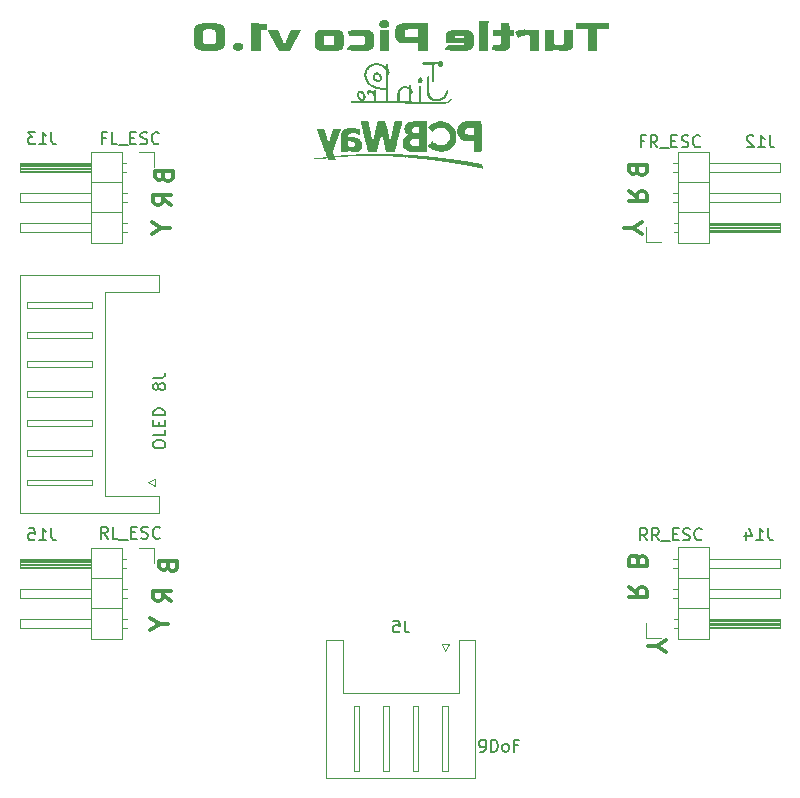
<source format=gbr>
%TF.GenerationSoftware,KiCad,Pcbnew,7.0.10-7.0.10~ubuntu22.04.1*%
%TF.CreationDate,2024-02-03T23:21:59+09:00*%
%TF.ProjectId,TurtlePico,54757274-6c65-4506-9963-6f2e6b696361,rev?*%
%TF.SameCoordinates,Original*%
%TF.FileFunction,Legend,Bot*%
%TF.FilePolarity,Positive*%
%FSLAX46Y46*%
G04 Gerber Fmt 4.6, Leading zero omitted, Abs format (unit mm)*
G04 Created by KiCad (PCBNEW 7.0.10-7.0.10~ubuntu22.04.1) date 2024-02-03 23:21:59*
%MOMM*%
%LPD*%
G01*
G04 APERTURE LIST*
%ADD10C,0.300000*%
%ADD11C,0.150000*%
%ADD12C,0.120000*%
G04 APERTURE END LIST*
D10*
X125451542Y-119458225D02*
X126165828Y-119458225D01*
X124665828Y-118958225D02*
X125451542Y-119458225D01*
X125451542Y-119458225D02*
X124665828Y-119958225D01*
X165172171Y-82789346D02*
X165886457Y-83289346D01*
X165172171Y-83646489D02*
X166672171Y-83646489D01*
X166672171Y-83646489D02*
X166672171Y-83075060D01*
X166672171Y-83075060D02*
X166600742Y-82932203D01*
X166600742Y-82932203D02*
X166529314Y-82860774D01*
X166529314Y-82860774D02*
X166386457Y-82789346D01*
X166386457Y-82789346D02*
X166172171Y-82789346D01*
X166172171Y-82789346D02*
X166029314Y-82860774D01*
X166029314Y-82860774D02*
X165957885Y-82932203D01*
X165957885Y-82932203D02*
X165886457Y-83075060D01*
X165886457Y-83075060D02*
X165886457Y-83646489D01*
X126142114Y-114592510D02*
X126213542Y-114806796D01*
X126213542Y-114806796D02*
X126284971Y-114878225D01*
X126284971Y-114878225D02*
X126427828Y-114949653D01*
X126427828Y-114949653D02*
X126642114Y-114949653D01*
X126642114Y-114949653D02*
X126784971Y-114878225D01*
X126784971Y-114878225D02*
X126856400Y-114806796D01*
X126856400Y-114806796D02*
X126927828Y-114663939D01*
X126927828Y-114663939D02*
X126927828Y-114092510D01*
X126927828Y-114092510D02*
X125427828Y-114092510D01*
X125427828Y-114092510D02*
X125427828Y-114592510D01*
X125427828Y-114592510D02*
X125499257Y-114735368D01*
X125499257Y-114735368D02*
X125570685Y-114806796D01*
X125570685Y-114806796D02*
X125713542Y-114878225D01*
X125713542Y-114878225D02*
X125856400Y-114878225D01*
X125856400Y-114878225D02*
X125999257Y-114806796D01*
X125999257Y-114806796D02*
X126070685Y-114735368D01*
X126070685Y-114735368D02*
X126142114Y-114592510D01*
X126142114Y-114592510D02*
X126142114Y-114092510D01*
X126419828Y-117489653D02*
X125705542Y-116989653D01*
X126419828Y-116632510D02*
X124919828Y-116632510D01*
X124919828Y-116632510D02*
X124919828Y-117203939D01*
X124919828Y-117203939D02*
X124991257Y-117346796D01*
X124991257Y-117346796D02*
X125062685Y-117418225D01*
X125062685Y-117418225D02*
X125205542Y-117489653D01*
X125205542Y-117489653D02*
X125419828Y-117489653D01*
X125419828Y-117489653D02*
X125562685Y-117418225D01*
X125562685Y-117418225D02*
X125634114Y-117346796D01*
X125634114Y-117346796D02*
X125705542Y-117203939D01*
X125705542Y-117203939D02*
X125705542Y-116632510D01*
X167537457Y-121333774D02*
X166823171Y-121333774D01*
X168323171Y-121833774D02*
X167537457Y-121333774D01*
X167537457Y-121333774D02*
X168323171Y-120833774D01*
X126419828Y-83961653D02*
X125705542Y-83461653D01*
X126419828Y-83104510D02*
X124919828Y-83104510D01*
X124919828Y-83104510D02*
X124919828Y-83675939D01*
X124919828Y-83675939D02*
X124991257Y-83818796D01*
X124991257Y-83818796D02*
X125062685Y-83890225D01*
X125062685Y-83890225D02*
X125205542Y-83961653D01*
X125205542Y-83961653D02*
X125419828Y-83961653D01*
X125419828Y-83961653D02*
X125562685Y-83890225D01*
X125562685Y-83890225D02*
X125634114Y-83818796D01*
X125634114Y-83818796D02*
X125705542Y-83675939D01*
X125705542Y-83675939D02*
X125705542Y-83104510D01*
X165505457Y-85900774D02*
X164791171Y-85900774D01*
X166291171Y-86400774D02*
X165505457Y-85900774D01*
X165505457Y-85900774D02*
X166291171Y-85400774D01*
X165893114Y-81064510D02*
X165964542Y-81278796D01*
X165964542Y-81278796D02*
X166035971Y-81350225D01*
X166035971Y-81350225D02*
X166178828Y-81421653D01*
X166178828Y-81421653D02*
X166393114Y-81421653D01*
X166393114Y-81421653D02*
X166535971Y-81350225D01*
X166535971Y-81350225D02*
X166607400Y-81278796D01*
X166607400Y-81278796D02*
X166678828Y-81135939D01*
X166678828Y-81135939D02*
X166678828Y-80564510D01*
X166678828Y-80564510D02*
X165178828Y-80564510D01*
X165178828Y-80564510D02*
X165178828Y-81064510D01*
X165178828Y-81064510D02*
X165250257Y-81207368D01*
X165250257Y-81207368D02*
X165321685Y-81278796D01*
X165321685Y-81278796D02*
X165464542Y-81350225D01*
X165464542Y-81350225D02*
X165607400Y-81350225D01*
X165607400Y-81350225D02*
X165750257Y-81278796D01*
X165750257Y-81278796D02*
X165821685Y-81207368D01*
X165821685Y-81207368D02*
X165893114Y-81064510D01*
X165893114Y-81064510D02*
X165893114Y-80564510D01*
X165957885Y-114007489D02*
X165886457Y-113793203D01*
X165886457Y-113793203D02*
X165815028Y-113721774D01*
X165815028Y-113721774D02*
X165672171Y-113650346D01*
X165672171Y-113650346D02*
X165457885Y-113650346D01*
X165457885Y-113650346D02*
X165315028Y-113721774D01*
X165315028Y-113721774D02*
X165243600Y-113793203D01*
X165243600Y-113793203D02*
X165172171Y-113936060D01*
X165172171Y-113936060D02*
X165172171Y-114507489D01*
X165172171Y-114507489D02*
X166672171Y-114507489D01*
X166672171Y-114507489D02*
X166672171Y-114007489D01*
X166672171Y-114007489D02*
X166600742Y-113864632D01*
X166600742Y-113864632D02*
X166529314Y-113793203D01*
X166529314Y-113793203D02*
X166386457Y-113721774D01*
X166386457Y-113721774D02*
X166243600Y-113721774D01*
X166243600Y-113721774D02*
X166100742Y-113793203D01*
X166100742Y-113793203D02*
X166029314Y-113864632D01*
X166029314Y-113864632D02*
X165957885Y-114007489D01*
X165957885Y-114007489D02*
X165957885Y-114507489D01*
X125578542Y-85930225D02*
X126292828Y-85930225D01*
X124792828Y-85430225D02*
X125578542Y-85930225D01*
X125578542Y-85930225D02*
X124792828Y-86430225D01*
G36*
X162508072Y-70898000D02*
G01*
X162508072Y-69103498D01*
X163512643Y-69103498D01*
X163512643Y-68578279D01*
X160671854Y-68578279D01*
X160671854Y-69103498D01*
X161688881Y-69103498D01*
X161688881Y-70898000D01*
X162508072Y-70898000D01*
G37*
G36*
X159813096Y-70898000D02*
G01*
X159847349Y-70897703D01*
X159880496Y-70896813D01*
X159912538Y-70895331D01*
X159943476Y-70893255D01*
X159973309Y-70890586D01*
X160015987Y-70885471D01*
X160056179Y-70879022D01*
X160093885Y-70871238D01*
X160129106Y-70862120D01*
X160161840Y-70851667D01*
X160192089Y-70839880D01*
X160219852Y-70826759D01*
X160228553Y-70822089D01*
X160253433Y-70807234D01*
X160284082Y-70785895D01*
X160311845Y-70762804D01*
X160336724Y-70737960D01*
X160358717Y-70711363D01*
X160377825Y-70683014D01*
X160394048Y-70652913D01*
X160407386Y-70621059D01*
X160410270Y-70612822D01*
X160420574Y-70579215D01*
X160429504Y-70544733D01*
X160437060Y-70509374D01*
X160441826Y-70482280D01*
X160445819Y-70454693D01*
X160449039Y-70426613D01*
X160451486Y-70398040D01*
X160453160Y-70368975D01*
X160454062Y-70339416D01*
X160454234Y-70319437D01*
X160454234Y-69147267D01*
X159677542Y-69147267D01*
X159677542Y-70248997D01*
X159675764Y-70276863D01*
X159667864Y-70309753D01*
X159653645Y-70337771D01*
X159633106Y-70360916D01*
X159606246Y-70379188D01*
X159573068Y-70392588D01*
X159544036Y-70399440D01*
X159511450Y-70403552D01*
X159475308Y-70404922D01*
X158993906Y-70404922D01*
X158961938Y-70404369D01*
X158931348Y-70402326D01*
X158900179Y-70396796D01*
X158884729Y-70389193D01*
X158872708Y-70362078D01*
X158868861Y-70334595D01*
X158867298Y-70303394D01*
X158867144Y-70287979D01*
X158867144Y-69147267D01*
X158086788Y-69147267D01*
X158086788Y-70898000D01*
X158698616Y-70898000D01*
X158859084Y-70819353D01*
X158891133Y-70825186D01*
X158924085Y-70830886D01*
X158957938Y-70836454D01*
X158992692Y-70841889D01*
X159028348Y-70847193D01*
X159064906Y-70852364D01*
X159102365Y-70857403D01*
X159140726Y-70862310D01*
X159179989Y-70867084D01*
X159220153Y-70871726D01*
X159247430Y-70874748D01*
X159288554Y-70878903D01*
X159329767Y-70882650D01*
X159371071Y-70885988D01*
X159412466Y-70888917D01*
X159453950Y-70891437D01*
X159495524Y-70893549D01*
X159537189Y-70895252D01*
X159578944Y-70896546D01*
X159620789Y-70897432D01*
X159662724Y-70897909D01*
X159690731Y-70898000D01*
X159813096Y-70898000D01*
G37*
G36*
X157595860Y-70898000D02*
G01*
X157595860Y-69147267D01*
X156996488Y-69147267D01*
X156836753Y-69225913D01*
X156811986Y-69211089D01*
X156786229Y-69197222D01*
X156759482Y-69184311D01*
X156731744Y-69172357D01*
X156703016Y-69161358D01*
X156673297Y-69151317D01*
X156642588Y-69142231D01*
X156610889Y-69134102D01*
X156578200Y-69126929D01*
X156544520Y-69120713D01*
X156509850Y-69115453D01*
X156474190Y-69111149D01*
X156437539Y-69107802D01*
X156399898Y-69105411D01*
X156361267Y-69103977D01*
X156321645Y-69103498D01*
X156282522Y-69103865D01*
X156244288Y-69104965D01*
X156206942Y-69106798D01*
X156170485Y-69109365D01*
X156134917Y-69112665D01*
X156100238Y-69116698D01*
X156066447Y-69121464D01*
X156033545Y-69126964D01*
X156001532Y-69133197D01*
X155970407Y-69140164D01*
X155950151Y-69145215D01*
X155920605Y-69153091D01*
X155892140Y-69161075D01*
X155855870Y-69171889D01*
X155821523Y-69182895D01*
X155789100Y-69194094D01*
X155758600Y-69205485D01*
X155730024Y-69217068D01*
X155703371Y-69228844D01*
X155690766Y-69234803D01*
X155661449Y-69248882D01*
X155631087Y-69264013D01*
X155602306Y-69279234D01*
X155575812Y-69294958D01*
X155566202Y-69301824D01*
X155777228Y-69811314D01*
X155802781Y-69795670D01*
X155832805Y-69779878D01*
X155864232Y-69764780D01*
X155894435Y-69751095D01*
X155921226Y-69739427D01*
X155935497Y-69733352D01*
X155965069Y-69720978D01*
X155995901Y-69708818D01*
X156027992Y-69696871D01*
X156061343Y-69685138D01*
X156095953Y-69673619D01*
X156131822Y-69662314D01*
X156168951Y-69651222D01*
X156197624Y-69643044D01*
X156207339Y-69640344D01*
X156236757Y-69632522D01*
X156266484Y-69625470D01*
X156296520Y-69619187D01*
X156326866Y-69613673D01*
X156357520Y-69608928D01*
X156388483Y-69604953D01*
X156419756Y-69601748D01*
X156451338Y-69599311D01*
X156483229Y-69597644D01*
X156515429Y-69596747D01*
X156537067Y-69596576D01*
X156583229Y-69596576D01*
X156618771Y-69597494D01*
X156651665Y-69600249D01*
X156681911Y-69604841D01*
X156714712Y-69612775D01*
X156743701Y-69623353D01*
X156764946Y-69634189D01*
X156789499Y-69654867D01*
X156805745Y-69679310D01*
X156817560Y-69709956D01*
X156824022Y-69740233D01*
X156826976Y-69767557D01*
X156827960Y-69797637D01*
X156827960Y-70898000D01*
X157595860Y-70898000D01*
G37*
G36*
X154549174Y-70898000D02*
G01*
X154588499Y-70897511D01*
X154626237Y-70896044D01*
X154662390Y-70893600D01*
X154696957Y-70890178D01*
X154729938Y-70885778D01*
X154761334Y-70880400D01*
X154791144Y-70874045D01*
X154832886Y-70862679D01*
X154871060Y-70849113D01*
X154905666Y-70833347D01*
X154936705Y-70815381D01*
X154964176Y-70795215D01*
X154988079Y-70772849D01*
X155009161Y-70748290D01*
X155028170Y-70721542D01*
X155045105Y-70692607D01*
X155059966Y-70661484D01*
X155072754Y-70628173D01*
X155083468Y-70592674D01*
X155092108Y-70554987D01*
X155098675Y-70515112D01*
X155101901Y-70487314D01*
X155104205Y-70458543D01*
X155105587Y-70428799D01*
X155106048Y-70398083D01*
X155106048Y-69640344D01*
X155452629Y-69640344D01*
X155452629Y-69147267D01*
X155275308Y-69147267D01*
X155245225Y-69145991D01*
X155214107Y-69141406D01*
X155183259Y-69132264D01*
X155159537Y-69120595D01*
X155136946Y-69101800D01*
X155119455Y-69076189D01*
X155108189Y-69047701D01*
X155102385Y-69022801D01*
X155021784Y-68578279D01*
X154330089Y-68578279D01*
X154330089Y-69147267D01*
X153625204Y-69147267D01*
X153625204Y-69640344D01*
X154330089Y-69640344D01*
X154330089Y-70244894D01*
X154328854Y-70273835D01*
X154324114Y-70304290D01*
X154314092Y-70333924D01*
X154296712Y-70360018D01*
X154279530Y-70374147D01*
X154250771Y-70387611D01*
X154220497Y-70396237D01*
X154190753Y-70401286D01*
X154157505Y-70404171D01*
X154127123Y-70404922D01*
X153705071Y-70404922D01*
X153620807Y-70858334D01*
X153650786Y-70862034D01*
X153685308Y-70865868D01*
X153716197Y-70869031D01*
X153749994Y-70872279D01*
X153786699Y-70875613D01*
X153816136Y-70878170D01*
X153847209Y-70880774D01*
X153879918Y-70883427D01*
X153891184Y-70884322D01*
X153925421Y-70886766D01*
X153960264Y-70888970D01*
X153995712Y-70890934D01*
X154031765Y-70892657D01*
X154068424Y-70894139D01*
X154105688Y-70895382D01*
X154143557Y-70896383D01*
X154182032Y-70897145D01*
X154221112Y-70897666D01*
X154260797Y-70897946D01*
X154287590Y-70898000D01*
X154549174Y-70898000D01*
G37*
G36*
X153251512Y-70898000D02*
G01*
X153251512Y-68732152D01*
X153293278Y-68403205D01*
X152482880Y-68403205D01*
X152482880Y-70898000D01*
X153251512Y-70898000D01*
G37*
G36*
X151354900Y-69147345D02*
G01*
X151388686Y-69147970D01*
X151421453Y-69149220D01*
X151453200Y-69151096D01*
X151483929Y-69153596D01*
X151513639Y-69156722D01*
X151556293Y-69162582D01*
X151596655Y-69169849D01*
X151634724Y-69178522D01*
X151670500Y-69188602D01*
X151703984Y-69200088D01*
X151735175Y-69212981D01*
X151764073Y-69227281D01*
X151790896Y-69242734D01*
X151816134Y-69259089D01*
X151839788Y-69276346D01*
X151861858Y-69294504D01*
X151888820Y-69320117D01*
X151912966Y-69347334D01*
X151934295Y-69376153D01*
X151952808Y-69406575D01*
X151968505Y-69438600D01*
X151972021Y-69446789D01*
X151984969Y-69480053D01*
X151996132Y-69514130D01*
X152005509Y-69549018D01*
X152013099Y-69584719D01*
X152017620Y-69612027D01*
X152021136Y-69639793D01*
X152023648Y-69668015D01*
X152025155Y-69696694D01*
X152025657Y-69725829D01*
X152025657Y-70316018D01*
X152025174Y-70347848D01*
X152023725Y-70378969D01*
X152021310Y-70409381D01*
X152017929Y-70439084D01*
X152013582Y-70468077D01*
X152008269Y-70496362D01*
X152001990Y-70523937D01*
X151994745Y-70550802D01*
X151983583Y-70585520D01*
X151970703Y-70618976D01*
X151959568Y-70642975D01*
X151942137Y-70673440D01*
X151921752Y-70702152D01*
X151898414Y-70729112D01*
X151872121Y-70754319D01*
X151842875Y-70777774D01*
X151819002Y-70794215D01*
X151793468Y-70809671D01*
X151766271Y-70824140D01*
X151746994Y-70833084D01*
X151716200Y-70845418D01*
X151683153Y-70856454D01*
X151647851Y-70866191D01*
X151610295Y-70874630D01*
X151570485Y-70881771D01*
X151528421Y-70887613D01*
X151499126Y-70890787D01*
X151468829Y-70893383D01*
X151437531Y-70895403D01*
X151405231Y-70896845D01*
X151371929Y-70897711D01*
X151337625Y-70898000D01*
X150438567Y-70898000D01*
X150398027Y-70897903D01*
X150358654Y-70897615D01*
X150320449Y-70897134D01*
X150283412Y-70896461D01*
X150247543Y-70895595D01*
X150212841Y-70894537D01*
X150179307Y-70893287D01*
X150146941Y-70891845D01*
X150115743Y-70890210D01*
X150085713Y-70888382D01*
X150042857Y-70885281D01*
X150002628Y-70881747D01*
X149965027Y-70877780D01*
X149930054Y-70873380D01*
X149897347Y-70868679D01*
X149866547Y-70863811D01*
X149837653Y-70858774D01*
X149802092Y-70851796D01*
X149769921Y-70844519D01*
X149741139Y-70836943D01*
X149709926Y-70827052D01*
X149679461Y-70814566D01*
X149666628Y-70808119D01*
X149638578Y-70790573D01*
X149617751Y-70770221D01*
X149607653Y-70742075D01*
X149860445Y-70393296D01*
X149869290Y-70394011D01*
X149907564Y-70396645D01*
X149939304Y-70398382D01*
X149973647Y-70399915D01*
X150010591Y-70401244D01*
X150050137Y-70402368D01*
X150092284Y-70403287D01*
X150121828Y-70403787D01*
X150152528Y-70404195D01*
X150184385Y-70404513D01*
X150217398Y-70404740D01*
X150251567Y-70404877D01*
X150286893Y-70404922D01*
X150322991Y-70404922D01*
X150359478Y-70404922D01*
X150396355Y-70404922D01*
X150433621Y-70404922D01*
X150471277Y-70404922D01*
X150509321Y-70404922D01*
X150547755Y-70404922D01*
X150586579Y-70404922D01*
X150625791Y-70404922D01*
X150665393Y-70404922D01*
X150705384Y-70404922D01*
X150745764Y-70404922D01*
X150786533Y-70404922D01*
X150827692Y-70404922D01*
X150869240Y-70404922D01*
X150911177Y-70404922D01*
X151042336Y-70404922D01*
X151067340Y-70404364D01*
X151101755Y-70401433D01*
X151132461Y-70395989D01*
X151167632Y-70384822D01*
X151196209Y-70369189D01*
X151218191Y-70349090D01*
X151233578Y-70324523D01*
X151242371Y-70295491D01*
X151244569Y-70261991D01*
X151244569Y-70208648D01*
X151234130Y-70208713D01*
X151204052Y-70209434D01*
X151168285Y-70210957D01*
X151135575Y-70212752D01*
X151099225Y-70215060D01*
X151069573Y-70217128D01*
X151037873Y-70219484D01*
X151004126Y-70222128D01*
X150968330Y-70225062D01*
X150929900Y-70227995D01*
X150888251Y-70230640D01*
X150858696Y-70232242D01*
X150827709Y-70233717D01*
X150795292Y-70235063D01*
X150761443Y-70236282D01*
X150726163Y-70237371D01*
X150689452Y-70238333D01*
X150651311Y-70239167D01*
X150611737Y-70239872D01*
X150570733Y-70240449D01*
X150528298Y-70240898D01*
X150484432Y-70241218D01*
X150439134Y-70241411D01*
X150392405Y-70241475D01*
X149653815Y-70241475D01*
X149653815Y-69847560D01*
X150434171Y-69847560D01*
X151244569Y-69847560D01*
X151244569Y-69793533D01*
X151242791Y-69766157D01*
X151234892Y-69733843D01*
X151220672Y-69706317D01*
X151200133Y-69683578D01*
X151173274Y-69665626D01*
X151140095Y-69652462D01*
X151111063Y-69645730D01*
X151078477Y-69641691D01*
X151042336Y-69640344D01*
X150797604Y-69640344D01*
X150764466Y-69640410D01*
X150733196Y-69640609D01*
X150703793Y-69640939D01*
X150667494Y-69641586D01*
X150634516Y-69642467D01*
X150604857Y-69643584D01*
X150572453Y-69645310D01*
X150540417Y-69647867D01*
X150535714Y-69648360D01*
X150502421Y-69653938D01*
X150471623Y-69664997D01*
X150449558Y-69686164D01*
X150442826Y-69704415D01*
X150437552Y-69731794D01*
X150434907Y-69762216D01*
X150434171Y-69793533D01*
X150434171Y-69847560D01*
X149653815Y-69847560D01*
X149653815Y-69734036D01*
X149654070Y-69712400D01*
X149655407Y-69680558D01*
X149657891Y-69649448D01*
X149661521Y-69619072D01*
X149666297Y-69589430D01*
X149672220Y-69560521D01*
X149679289Y-69532345D01*
X149687504Y-69504902D01*
X149696866Y-69478193D01*
X149707374Y-69452216D01*
X149719028Y-69426974D01*
X149723212Y-69418698D01*
X149742108Y-69386769D01*
X149758549Y-69364057D01*
X149776936Y-69342402D01*
X149797267Y-69321806D01*
X149819543Y-69302267D01*
X149843764Y-69283786D01*
X149869929Y-69266363D01*
X149898040Y-69249998D01*
X149928095Y-69234691D01*
X149960096Y-69220442D01*
X149994283Y-69207365D01*
X150031176Y-69195574D01*
X150070773Y-69185069D01*
X150113076Y-69175851D01*
X150142780Y-69170420D01*
X150173686Y-69165561D01*
X150205794Y-69161273D01*
X150239105Y-69157557D01*
X150273618Y-69154413D01*
X150309332Y-69151840D01*
X150346249Y-69149839D01*
X150384368Y-69148410D01*
X150423690Y-69147553D01*
X150464213Y-69147267D01*
X151337625Y-69147267D01*
X151354900Y-69147345D01*
G37*
G36*
X148149523Y-68887392D02*
G01*
X148149523Y-70898000D01*
X147325937Y-70898000D01*
X147325937Y-70266094D01*
X147303618Y-70269516D01*
X147270673Y-70273556D01*
X147234089Y-70276996D01*
X147204261Y-70279184D01*
X147172385Y-70281036D01*
X147138461Y-70282550D01*
X147102489Y-70283728D01*
X147064470Y-70284570D01*
X147024402Y-70285075D01*
X146982287Y-70285243D01*
X146967872Y-70285243D01*
X146924207Y-70285243D01*
X146894746Y-70285243D01*
X146865004Y-70285243D01*
X146834983Y-70285243D01*
X146804680Y-70285243D01*
X146774097Y-70285243D01*
X146743234Y-70285243D01*
X146712090Y-70285243D01*
X146680666Y-70285243D01*
X146648961Y-70285243D01*
X146616976Y-70285243D01*
X146584710Y-70285243D01*
X146552164Y-70285243D01*
X146519337Y-70285243D01*
X146486230Y-70285243D01*
X146195336Y-70285243D01*
X146154724Y-70284869D01*
X146115320Y-70283747D01*
X146077124Y-70281877D01*
X146040135Y-70279259D01*
X146004355Y-70275893D01*
X145969782Y-70271779D01*
X145936417Y-70266917D01*
X145904260Y-70261307D01*
X145873311Y-70254949D01*
X145843569Y-70247843D01*
X145801222Y-70235782D01*
X145761593Y-70222038D01*
X145724681Y-70206610D01*
X145690486Y-70189500D01*
X145669025Y-70177206D01*
X145638444Y-70157864D01*
X145609795Y-70137439D01*
X145583077Y-70115933D01*
X145558292Y-70093345D01*
X145535438Y-70069675D01*
X145514517Y-70044923D01*
X145495528Y-70019090D01*
X145478470Y-69992174D01*
X145463345Y-69964176D01*
X145450151Y-69935096D01*
X145442255Y-69915149D01*
X145431365Y-69884797D01*
X145421621Y-69853928D01*
X145413023Y-69822543D01*
X145405572Y-69790640D01*
X145399268Y-69758221D01*
X145394109Y-69725284D01*
X145390097Y-69691831D01*
X145387231Y-69657861D01*
X145385512Y-69623373D01*
X145384939Y-69588369D01*
X145384939Y-69537078D01*
X146203396Y-69537078D01*
X146204255Y-69565470D01*
X146207743Y-69598105D01*
X146213915Y-69627567D01*
X146224863Y-69658734D01*
X146239675Y-69685333D01*
X146258351Y-69707364D01*
X146265550Y-69713741D01*
X146291095Y-69730403D01*
X146322565Y-69743362D01*
X146353316Y-69751332D01*
X146388181Y-69756732D01*
X146419036Y-69759200D01*
X146452524Y-69760023D01*
X147325937Y-69760023D01*
X147325937Y-69103498D01*
X146448128Y-69103498D01*
X146430539Y-69103712D01*
X146397544Y-69105422D01*
X146367456Y-69108841D01*
X146333936Y-69115520D01*
X146304959Y-69124870D01*
X146276186Y-69139616D01*
X146253955Y-69158209D01*
X146250844Y-69161690D01*
X146234255Y-69185155D01*
X146221220Y-69213045D01*
X146213074Y-69239665D01*
X146207396Y-69269358D01*
X146204186Y-69302123D01*
X146203396Y-69330547D01*
X146203396Y-69537078D01*
X145384939Y-69537078D01*
X145384939Y-69279256D01*
X145385374Y-69244250D01*
X145386679Y-69209671D01*
X145388854Y-69175520D01*
X145391900Y-69141796D01*
X145395815Y-69108499D01*
X145400601Y-69075630D01*
X145406256Y-69043189D01*
X145412782Y-69011175D01*
X145420487Y-68979866D01*
X145430047Y-68949540D01*
X145441462Y-68920197D01*
X145454731Y-68891838D01*
X145469855Y-68864461D01*
X145486834Y-68838068D01*
X145505667Y-68812657D01*
X145526355Y-68788230D01*
X145531841Y-68782242D01*
X145555432Y-68759065D01*
X145581655Y-68737127D01*
X145610512Y-68716429D01*
X145642003Y-68696971D01*
X145667348Y-68683190D01*
X145694175Y-68670107D01*
X145722483Y-68657721D01*
X145752272Y-68646032D01*
X145783543Y-68635041D01*
X145816539Y-68624897D01*
X145851506Y-68615750D01*
X145888444Y-68607602D01*
X145927352Y-68600451D01*
X145968231Y-68594298D01*
X146011081Y-68589143D01*
X146040742Y-68586261D01*
X146071279Y-68583822D01*
X146102692Y-68581826D01*
X146134981Y-68580274D01*
X146168145Y-68579166D01*
X146202186Y-68578500D01*
X146237102Y-68578279D01*
X148191289Y-68578279D01*
X148149523Y-68887392D01*
G37*
G36*
X144470493Y-68972193D02*
G01*
X144522045Y-68970903D01*
X144570270Y-68967032D01*
X144615170Y-68960581D01*
X144656744Y-68951549D01*
X144694992Y-68939936D01*
X144729914Y-68925743D01*
X144761510Y-68908969D01*
X144789780Y-68889615D01*
X144814724Y-68867680D01*
X144836342Y-68843165D01*
X144854635Y-68816069D01*
X144869601Y-68786392D01*
X144881242Y-68754135D01*
X144889557Y-68719297D01*
X144894546Y-68681878D01*
X144896209Y-68641879D01*
X144895268Y-68608378D01*
X144892448Y-68576860D01*
X144887747Y-68547326D01*
X144881165Y-68519775D01*
X144869464Y-68486126D01*
X144854420Y-68456003D01*
X144836033Y-68429407D01*
X144814303Y-68406336D01*
X144789230Y-68386792D01*
X144760688Y-68370123D01*
X144728918Y-68355676D01*
X144693918Y-68343451D01*
X144665550Y-68335742D01*
X144635366Y-68329282D01*
X144603366Y-68324073D01*
X144569549Y-68320114D01*
X144533917Y-68317405D01*
X144496468Y-68315947D01*
X144470493Y-68315669D01*
X144429516Y-68316294D01*
X144390663Y-68318169D01*
X144353936Y-68321295D01*
X144319334Y-68325670D01*
X144286857Y-68331296D01*
X144256505Y-68338173D01*
X144228279Y-68346299D01*
X144193949Y-68359079D01*
X144163398Y-68374082D01*
X144142964Y-68386792D01*
X144118749Y-68406336D01*
X144097764Y-68429407D01*
X144080006Y-68456003D01*
X144065478Y-68486126D01*
X144054178Y-68519775D01*
X144047821Y-68547326D01*
X144043281Y-68576860D01*
X144040557Y-68608378D01*
X144039649Y-68641879D01*
X144041332Y-68681878D01*
X144046381Y-68719297D01*
X144054796Y-68754135D01*
X144066577Y-68786392D01*
X144081724Y-68816069D01*
X144100236Y-68843165D01*
X144122115Y-68867680D01*
X144147360Y-68889615D01*
X144175971Y-68908969D01*
X144207948Y-68925743D01*
X144243290Y-68939936D01*
X144281999Y-68951549D01*
X144324074Y-68960581D01*
X144369514Y-68967032D01*
X144418321Y-68970903D01*
X144470493Y-68972193D01*
G37*
G36*
X144858840Y-70898000D02*
G01*
X144858840Y-69147267D01*
X144090207Y-69147267D01*
X144090207Y-70898000D01*
X144858840Y-70898000D01*
G37*
G36*
X142896592Y-70898000D02*
G01*
X142930896Y-70897711D01*
X142964198Y-70896845D01*
X142996498Y-70895403D01*
X143027797Y-70893383D01*
X143058093Y-70890787D01*
X143087388Y-70887613D01*
X143129452Y-70881771D01*
X143169262Y-70874630D01*
X143206818Y-70866191D01*
X143242120Y-70856454D01*
X143275168Y-70845418D01*
X143305962Y-70833084D01*
X143325239Y-70824140D01*
X143352435Y-70809671D01*
X143377969Y-70794215D01*
X143401842Y-70777774D01*
X143431089Y-70754319D01*
X143457381Y-70729112D01*
X143480720Y-70702152D01*
X143501104Y-70673440D01*
X143518535Y-70642975D01*
X143529670Y-70618976D01*
X143542550Y-70585520D01*
X143553713Y-70550802D01*
X143560958Y-70523937D01*
X143567237Y-70496362D01*
X143572550Y-70468077D01*
X143576897Y-70439084D01*
X143580278Y-70409381D01*
X143582693Y-70378969D01*
X143584142Y-70347848D01*
X143584625Y-70316018D01*
X143584625Y-69725829D01*
X143584122Y-69696694D01*
X143582615Y-69668015D01*
X143580104Y-69639793D01*
X143576587Y-69612027D01*
X143572067Y-69584719D01*
X143564476Y-69549018D01*
X143555099Y-69514130D01*
X143543937Y-69480053D01*
X143530988Y-69446789D01*
X143527472Y-69438600D01*
X143511775Y-69406575D01*
X143493262Y-69376153D01*
X143471933Y-69347334D01*
X143447788Y-69320117D01*
X143420825Y-69294504D01*
X143398756Y-69276346D01*
X143375101Y-69259089D01*
X143349863Y-69242734D01*
X143323040Y-69227281D01*
X143294142Y-69212981D01*
X143262951Y-69200088D01*
X143229467Y-69188602D01*
X143193691Y-69178522D01*
X143155622Y-69169849D01*
X143115260Y-69162582D01*
X143072606Y-69156722D01*
X143042896Y-69153596D01*
X143012168Y-69151096D01*
X142980420Y-69149220D01*
X142947653Y-69147970D01*
X142913867Y-69147345D01*
X142896592Y-69147267D01*
X142356572Y-69147267D01*
X142326461Y-69147306D01*
X142296854Y-69147422D01*
X142239152Y-69147887D01*
X142183464Y-69148661D01*
X142129792Y-69149746D01*
X142078135Y-69151140D01*
X142028492Y-69152845D01*
X141980865Y-69154859D01*
X141935253Y-69157183D01*
X141891655Y-69159817D01*
X141850073Y-69162761D01*
X141810506Y-69166015D01*
X141772953Y-69169578D01*
X141737416Y-69173452D01*
X141703894Y-69177635D01*
X141672386Y-69182129D01*
X141642894Y-69186932D01*
X141601912Y-69194241D01*
X141564420Y-69201550D01*
X141530419Y-69208859D01*
X141499909Y-69216168D01*
X141464658Y-69225913D01*
X141435612Y-69235658D01*
X141408031Y-69247840D01*
X141385706Y-69264894D01*
X141512468Y-69680693D01*
X141543681Y-69677945D01*
X141573700Y-69675482D01*
X141608207Y-69672784D01*
X141647202Y-69669851D01*
X141679393Y-69667496D01*
X141714109Y-69665010D01*
X141751349Y-69662391D01*
X141791114Y-69659640D01*
X141833403Y-69656757D01*
X141877236Y-69653824D01*
X141906923Y-69652029D01*
X141936982Y-69650362D01*
X141967413Y-69648823D01*
X141998216Y-69647413D01*
X142029392Y-69646130D01*
X142060939Y-69644976D01*
X142092859Y-69643951D01*
X142125150Y-69643053D01*
X142157814Y-69642284D01*
X142190850Y-69641643D01*
X142224258Y-69641130D01*
X142258037Y-69640745D01*
X142292189Y-69640488D01*
X142326714Y-69640360D01*
X142344115Y-69640344D01*
X142601303Y-69640344D01*
X142634093Y-69641296D01*
X142663771Y-69644151D01*
X142695275Y-69650090D01*
X142726365Y-69660482D01*
X142754427Y-69676927D01*
X142757374Y-69679325D01*
X142777570Y-69701252D01*
X142791995Y-69728052D01*
X142799884Y-69755499D01*
X142803356Y-69786676D01*
X142803536Y-69796269D01*
X142803536Y-70248997D01*
X142802068Y-70276863D01*
X142796643Y-70305908D01*
X142785549Y-70334535D01*
X142769234Y-70358289D01*
X142761770Y-70365941D01*
X142735804Y-70382995D01*
X142705345Y-70393921D01*
X142673489Y-70400316D01*
X142642888Y-70403552D01*
X142608602Y-70404884D01*
X142601303Y-70404922D01*
X142385881Y-70404922D01*
X142347201Y-70404922D01*
X142309196Y-70404922D01*
X142271867Y-70404922D01*
X142235213Y-70404922D01*
X142199235Y-70404922D01*
X142163933Y-70404922D01*
X142129305Y-70404922D01*
X142095354Y-70404922D01*
X142062078Y-70404922D01*
X142029477Y-70404922D01*
X141997552Y-70404922D01*
X141966302Y-70404922D01*
X141935728Y-70404922D01*
X141905829Y-70404922D01*
X141862247Y-70404922D01*
X141848058Y-70404922D01*
X141806799Y-70404820D01*
X141767652Y-70404513D01*
X141730618Y-70404002D01*
X141695696Y-70403287D01*
X141662887Y-70402368D01*
X141632189Y-70401244D01*
X141594545Y-70399427D01*
X141560657Y-70397247D01*
X141530523Y-70394704D01*
X141516865Y-70393296D01*
X141263341Y-70742075D01*
X141276392Y-70768618D01*
X141303311Y-70788357D01*
X141329415Y-70801436D01*
X141362044Y-70814451D01*
X141390799Y-70824171D01*
X141423224Y-70833854D01*
X141459320Y-70843501D01*
X141472168Y-70846709D01*
X141513127Y-70855875D01*
X141542436Y-70861485D01*
X141573348Y-70866694D01*
X141605863Y-70871502D01*
X141639980Y-70875910D01*
X141675701Y-70879917D01*
X141713024Y-70883524D01*
X141751950Y-70886730D01*
X141792479Y-70889534D01*
X141834611Y-70891939D01*
X141878346Y-70893942D01*
X141923684Y-70895545D01*
X141970624Y-70896747D01*
X142019167Y-70897549D01*
X142069313Y-70897949D01*
X142094987Y-70898000D01*
X142896592Y-70898000D01*
G37*
G36*
X140394736Y-69147342D02*
G01*
X140428436Y-69147940D01*
X140461031Y-69149137D01*
X140492521Y-69150932D01*
X140522906Y-69153326D01*
X140552187Y-69156317D01*
X140594036Y-69161927D01*
X140633399Y-69168884D01*
X140670277Y-69177187D01*
X140704669Y-69186836D01*
X140736575Y-69197831D01*
X140765995Y-69210173D01*
X140792929Y-69223861D01*
X140825776Y-69243705D01*
X140855806Y-69265279D01*
X140883020Y-69288584D01*
X140907418Y-69313621D01*
X140928999Y-69340388D01*
X140947764Y-69368887D01*
X140963712Y-69399116D01*
X140976844Y-69431077D01*
X140985093Y-69455863D01*
X140994831Y-69489827D01*
X141003125Y-69524839D01*
X141008400Y-69551784D01*
X141012863Y-69579319D01*
X141016514Y-69607443D01*
X141019354Y-69636156D01*
X141021383Y-69665458D01*
X141022600Y-69695349D01*
X141023006Y-69725829D01*
X141023006Y-70316018D01*
X141022619Y-70347848D01*
X141021460Y-70378969D01*
X141019528Y-70409381D01*
X141016823Y-70439084D01*
X141013346Y-70468077D01*
X141009095Y-70496362D01*
X141004072Y-70523937D01*
X140998276Y-70550802D01*
X140989346Y-70585520D01*
X140979042Y-70618976D01*
X140976156Y-70627086D01*
X140962767Y-70658426D01*
X140946423Y-70688015D01*
X140927126Y-70715851D01*
X140904875Y-70741935D01*
X140879671Y-70766266D01*
X140851512Y-70788845D01*
X140820400Y-70809671D01*
X140795127Y-70824140D01*
X140786290Y-70828685D01*
X140758147Y-70841451D01*
X140727557Y-70852920D01*
X140694520Y-70863090D01*
X140659036Y-70871961D01*
X140621104Y-70879535D01*
X140580725Y-70885810D01*
X140537899Y-70890787D01*
X140507989Y-70893383D01*
X140476991Y-70895403D01*
X140444906Y-70896845D01*
X140411733Y-70897711D01*
X140377472Y-70898000D01*
X139203641Y-70898000D01*
X139186376Y-70897927D01*
X139152677Y-70897350D01*
X139120082Y-70896196D01*
X139088592Y-70894465D01*
X139058206Y-70892157D01*
X139028926Y-70889272D01*
X138987076Y-70883862D01*
X138947713Y-70877155D01*
X138910835Y-70869148D01*
X138876444Y-70859844D01*
X138844538Y-70849241D01*
X138815118Y-70837340D01*
X138788184Y-70824140D01*
X138755382Y-70804629D01*
X138725489Y-70783364D01*
X138698504Y-70760347D01*
X138674427Y-70735578D01*
X138653258Y-70709056D01*
X138634997Y-70680782D01*
X138619645Y-70650756D01*
X138607200Y-70618976D01*
X138596724Y-70585520D01*
X138587645Y-70550802D01*
X138581752Y-70523937D01*
X138576645Y-70496362D01*
X138572324Y-70468077D01*
X138568789Y-70439084D01*
X138566039Y-70409381D01*
X138564075Y-70378969D01*
X138562896Y-70347848D01*
X138562503Y-70316018D01*
X138562503Y-70248997D01*
X139339195Y-70248997D01*
X139340187Y-70276863D01*
X139347160Y-70309753D01*
X139360589Y-70337771D01*
X139380476Y-70360916D01*
X139406820Y-70379188D01*
X139439621Y-70392588D01*
X139468459Y-70399440D01*
X139500929Y-70403552D01*
X139537032Y-70404922D01*
X140039684Y-70404922D01*
X140075793Y-70403552D01*
X140108283Y-70399440D01*
X140137153Y-70392588D01*
X140170017Y-70379188D01*
X140196447Y-70360916D01*
X140216442Y-70337771D01*
X140230004Y-70309753D01*
X140237131Y-70276863D01*
X140238253Y-70248997D01*
X140238253Y-69796269D01*
X140238073Y-69786676D01*
X140234602Y-69755499D01*
X140226713Y-69728052D01*
X140212287Y-69701252D01*
X140192091Y-69679325D01*
X140185983Y-69674605D01*
X140160729Y-69660482D01*
X140129443Y-69650090D01*
X140097827Y-69644151D01*
X140068096Y-69641296D01*
X140035288Y-69640344D01*
X139537032Y-69640344D01*
X139504507Y-69641296D01*
X139469679Y-69644950D01*
X139439437Y-69651346D01*
X139409950Y-69662271D01*
X139383892Y-69679325D01*
X139375904Y-69686977D01*
X139358445Y-69710731D01*
X139346572Y-69739358D01*
X139340767Y-69768403D01*
X139339195Y-69796269D01*
X139339195Y-70248997D01*
X138562503Y-70248997D01*
X138562503Y-69725829D01*
X138562678Y-69705444D01*
X138563594Y-69675356D01*
X138565297Y-69645858D01*
X138567785Y-69616949D01*
X138571058Y-69588628D01*
X138575118Y-69560897D01*
X138579963Y-69533755D01*
X138587645Y-69498482D01*
X138596724Y-69464256D01*
X138607200Y-69431077D01*
X138610038Y-69422924D01*
X138623210Y-69391397D01*
X138639290Y-69361600D01*
X138658278Y-69333534D01*
X138680174Y-69307199D01*
X138704978Y-69282596D01*
X138732690Y-69259723D01*
X138763310Y-69238581D01*
X138788184Y-69223861D01*
X138796885Y-69219149D01*
X138824648Y-69205909D01*
X138854897Y-69194016D01*
X138887631Y-69183470D01*
X138922852Y-69174269D01*
X138960558Y-69166415D01*
X139000750Y-69159908D01*
X139043428Y-69154747D01*
X139073261Y-69152054D01*
X139104198Y-69149960D01*
X139136241Y-69148464D01*
X139169388Y-69147566D01*
X139203641Y-69147267D01*
X140377472Y-69147267D01*
X140394736Y-69147342D01*
G37*
G36*
X136485950Y-70898000D02*
G01*
X137401861Y-69147267D01*
X136554094Y-69147267D01*
X136152559Y-70119060D01*
X136043382Y-70404922D01*
X136000884Y-70404922D01*
X135890975Y-70119060D01*
X135485776Y-69147267D01*
X134646069Y-69147267D01*
X134713480Y-69385941D01*
X135553920Y-70898000D01*
X136485950Y-70898000D01*
G37*
G36*
X133998337Y-70898000D02*
G01*
X133998337Y-69130854D01*
X134504652Y-69165732D01*
X134534694Y-68677441D01*
X133187939Y-68560498D01*
X133187939Y-70898000D01*
X133998337Y-70898000D01*
G37*
G36*
X132096174Y-70898000D02*
G01*
X132147814Y-70896709D01*
X132196123Y-70892838D01*
X132241099Y-70886387D01*
X132282745Y-70877355D01*
X132321058Y-70865742D01*
X132356041Y-70851549D01*
X132387691Y-70834775D01*
X132416010Y-70815421D01*
X132440997Y-70793486D01*
X132462653Y-70768971D01*
X132480976Y-70741875D01*
X132495969Y-70712198D01*
X132507629Y-70679941D01*
X132515959Y-70645103D01*
X132520956Y-70607684D01*
X132522622Y-70567685D01*
X132521675Y-70534184D01*
X132518835Y-70502666D01*
X132514102Y-70473132D01*
X132507475Y-70445581D01*
X132495694Y-70411932D01*
X132480547Y-70381809D01*
X132462034Y-70355213D01*
X132440155Y-70332142D01*
X132414911Y-70312598D01*
X132386369Y-70295929D01*
X132354598Y-70281482D01*
X132319599Y-70269257D01*
X132291231Y-70261548D01*
X132261046Y-70255088D01*
X132229046Y-70249879D01*
X132195230Y-70245920D01*
X132159597Y-70243211D01*
X132122148Y-70241753D01*
X132096174Y-70241475D01*
X132055327Y-70242100D01*
X132016593Y-70243975D01*
X131979970Y-70247101D01*
X131945461Y-70251476D01*
X131913063Y-70257102D01*
X131882778Y-70263979D01*
X131854605Y-70272105D01*
X131820327Y-70284885D01*
X131789805Y-70299888D01*
X131769377Y-70312598D01*
X131745162Y-70332142D01*
X131724177Y-70355213D01*
X131706419Y-70381809D01*
X131691891Y-70411932D01*
X131680591Y-70445581D01*
X131674234Y-70473132D01*
X131669694Y-70502666D01*
X131666970Y-70534184D01*
X131666062Y-70567685D01*
X131667742Y-70607684D01*
X131672783Y-70645103D01*
X131681183Y-70679941D01*
X131692944Y-70712198D01*
X131708065Y-70741875D01*
X131726547Y-70768971D01*
X131748388Y-70793486D01*
X131773590Y-70815421D01*
X131802152Y-70834775D01*
X131834074Y-70851549D01*
X131869357Y-70865742D01*
X131908000Y-70877355D01*
X131950003Y-70886387D01*
X131995366Y-70892838D01*
X132044090Y-70896709D01*
X132096174Y-70898000D01*
G37*
G36*
X130089354Y-68578460D02*
G01*
X130120408Y-68579003D01*
X130150886Y-68579908D01*
X130180787Y-68581174D01*
X130238859Y-68584794D01*
X130294623Y-68589862D01*
X130348081Y-68596377D01*
X130399232Y-68604341D01*
X130448076Y-68613752D01*
X130494612Y-68624612D01*
X130538842Y-68636919D01*
X130580765Y-68650674D01*
X130620381Y-68665877D01*
X130657690Y-68682528D01*
X130692692Y-68700626D01*
X130725388Y-68720173D01*
X130755776Y-68741168D01*
X130783857Y-68763610D01*
X130809855Y-68787655D01*
X130834175Y-68813459D01*
X130856818Y-68841019D01*
X130877784Y-68870338D01*
X130897072Y-68901415D01*
X130914683Y-68934249D01*
X130930617Y-68968841D01*
X130944874Y-69005191D01*
X130957454Y-69043298D01*
X130968356Y-69083164D01*
X130977581Y-69124787D01*
X130985128Y-69168168D01*
X130990999Y-69213307D01*
X130995192Y-69260203D01*
X130997708Y-69308857D01*
X130998546Y-69359270D01*
X130998546Y-70112905D01*
X130997699Y-70163325D01*
X130995158Y-70212004D01*
X130990921Y-70258940D01*
X130984991Y-70304135D01*
X130977366Y-70347588D01*
X130968047Y-70389300D01*
X130957033Y-70429269D01*
X130944325Y-70467497D01*
X130929922Y-70503983D01*
X130913825Y-70538727D01*
X130896033Y-70571730D01*
X130876547Y-70602991D01*
X130855367Y-70632510D01*
X130832492Y-70660287D01*
X130807923Y-70686323D01*
X130781659Y-70710616D01*
X130753329Y-70733307D01*
X130722743Y-70754534D01*
X130689902Y-70774297D01*
X130654805Y-70792596D01*
X130617453Y-70809432D01*
X130577846Y-70824803D01*
X130535983Y-70838710D01*
X130491865Y-70851154D01*
X130445491Y-70862133D01*
X130396862Y-70871649D01*
X130345977Y-70879700D01*
X130292837Y-70886288D01*
X130237442Y-70891412D01*
X130179791Y-70895072D01*
X130150120Y-70896353D01*
X130119885Y-70897268D01*
X130089086Y-70897817D01*
X130057723Y-70898000D01*
X129251722Y-70898000D01*
X129220317Y-70897817D01*
X129189483Y-70897268D01*
X129159220Y-70896353D01*
X129129528Y-70895072D01*
X129071857Y-70891412D01*
X129016470Y-70886288D01*
X128963367Y-70879700D01*
X128912548Y-70871649D01*
X128864014Y-70862133D01*
X128817763Y-70851154D01*
X128773797Y-70838710D01*
X128732114Y-70824803D01*
X128692716Y-70809432D01*
X128655601Y-70792596D01*
X128620771Y-70774297D01*
X128588224Y-70754534D01*
X128557962Y-70733307D01*
X128529984Y-70710616D01*
X128503898Y-70686323D01*
X128479494Y-70660287D01*
X128456774Y-70632510D01*
X128435737Y-70602991D01*
X128416382Y-70571730D01*
X128398711Y-70538727D01*
X128382723Y-70503983D01*
X128368417Y-70467497D01*
X128355795Y-70429269D01*
X128344856Y-70389300D01*
X128335599Y-70347588D01*
X128328026Y-70304135D01*
X128322135Y-70258940D01*
X128317928Y-70212004D01*
X128315403Y-70163325D01*
X128314562Y-70112905D01*
X128314562Y-70087602D01*
X129124960Y-70087602D01*
X129125023Y-70095839D01*
X129126552Y-70127693D01*
X129130118Y-70157794D01*
X129135722Y-70186143D01*
X129143364Y-70212740D01*
X129155783Y-70243521D01*
X129171385Y-70271564D01*
X129190172Y-70296869D01*
X129194337Y-70301539D01*
X129217821Y-70322667D01*
X129245742Y-70340088D01*
X129278100Y-70353802D01*
X129307180Y-70362105D01*
X129339099Y-70368035D01*
X129373858Y-70371594D01*
X129411456Y-70372780D01*
X129892859Y-70372780D01*
X129902529Y-70372708D01*
X129939520Y-70370976D01*
X129973810Y-70366937D01*
X130005397Y-70360590D01*
X130034283Y-70351935D01*
X130066590Y-70337870D01*
X130094676Y-70320198D01*
X130118539Y-70298921D01*
X130122822Y-70294201D01*
X130142196Y-70268779D01*
X130158170Y-70240319D01*
X130170746Y-70208819D01*
X130178360Y-70181432D01*
X130183798Y-70152100D01*
X130187061Y-70120823D01*
X130188149Y-70087602D01*
X130188149Y-69384573D01*
X130187027Y-69353254D01*
X130183661Y-69323580D01*
X130178051Y-69295551D01*
X130167883Y-69262830D01*
X130154208Y-69232680D01*
X130137028Y-69205101D01*
X130116341Y-69180093D01*
X130111775Y-69175381D01*
X130086606Y-69154063D01*
X130057536Y-69136485D01*
X130024567Y-69122647D01*
X129995384Y-69114270D01*
X129963705Y-69108286D01*
X129929530Y-69104695D01*
X129892859Y-69103498D01*
X129411456Y-69103498D01*
X129402059Y-69103579D01*
X129366115Y-69105519D01*
X129332805Y-69110044D01*
X129302127Y-69117155D01*
X129274083Y-69126853D01*
X129242731Y-69142611D01*
X129215494Y-69162409D01*
X129192371Y-69186248D01*
X129176571Y-69207299D01*
X129159784Y-69235115D01*
X129146289Y-69264600D01*
X129136085Y-69295756D01*
X129129173Y-69328580D01*
X129126013Y-69356043D01*
X129124960Y-69384573D01*
X129124960Y-70087602D01*
X128314562Y-70087602D01*
X128314562Y-69359270D01*
X128315395Y-69308857D01*
X128317893Y-69260203D01*
X128322058Y-69213307D01*
X128327888Y-69168168D01*
X128335384Y-69124787D01*
X128344546Y-69083164D01*
X128355374Y-69043298D01*
X128367868Y-69005191D01*
X128382027Y-68968841D01*
X128397852Y-68934249D01*
X128415343Y-68901415D01*
X128434500Y-68870338D01*
X128455323Y-68841019D01*
X128477811Y-68813459D01*
X128501966Y-68787655D01*
X128527786Y-68763610D01*
X128541403Y-68752208D01*
X128570380Y-68730489D01*
X128601681Y-68710219D01*
X128635307Y-68691396D01*
X128671256Y-68674021D01*
X128709530Y-68658094D01*
X128750127Y-68643615D01*
X128793049Y-68630584D01*
X128838295Y-68619001D01*
X128885865Y-68608866D01*
X128935760Y-68600178D01*
X128987978Y-68592939D01*
X129042520Y-68587147D01*
X129099387Y-68582803D01*
X129128692Y-68581174D01*
X129158578Y-68579908D01*
X129189045Y-68579003D01*
X129220093Y-68578460D01*
X129251722Y-68578279D01*
X130057723Y-68578279D01*
X130089354Y-68578460D01*
G37*
X125761114Y-81572510D02*
X125832542Y-81786796D01*
X125832542Y-81786796D02*
X125903971Y-81858225D01*
X125903971Y-81858225D02*
X126046828Y-81929653D01*
X126046828Y-81929653D02*
X126261114Y-81929653D01*
X126261114Y-81929653D02*
X126403971Y-81858225D01*
X126403971Y-81858225D02*
X126475400Y-81786796D01*
X126475400Y-81786796D02*
X126546828Y-81643939D01*
X126546828Y-81643939D02*
X126546828Y-81072510D01*
X126546828Y-81072510D02*
X125046828Y-81072510D01*
X125046828Y-81072510D02*
X125046828Y-81572510D01*
X125046828Y-81572510D02*
X125118257Y-81715368D01*
X125118257Y-81715368D02*
X125189685Y-81786796D01*
X125189685Y-81786796D02*
X125332542Y-81858225D01*
X125332542Y-81858225D02*
X125475400Y-81858225D01*
X125475400Y-81858225D02*
X125618257Y-81786796D01*
X125618257Y-81786796D02*
X125689685Y-81715368D01*
X125689685Y-81715368D02*
X125761114Y-81572510D01*
X125761114Y-81572510D02*
X125761114Y-81072510D01*
X165172171Y-116317346D02*
X165886457Y-116817346D01*
X165172171Y-117174489D02*
X166672171Y-117174489D01*
X166672171Y-117174489D02*
X166672171Y-116603060D01*
X166672171Y-116603060D02*
X166600742Y-116460203D01*
X166600742Y-116460203D02*
X166529314Y-116388774D01*
X166529314Y-116388774D02*
X166386457Y-116317346D01*
X166386457Y-116317346D02*
X166172171Y-116317346D01*
X166172171Y-116317346D02*
X166029314Y-116388774D01*
X166029314Y-116388774D02*
X165957885Y-116460203D01*
X165957885Y-116460203D02*
X165886457Y-116603060D01*
X165886457Y-116603060D02*
X165886457Y-117174489D01*
D11*
X176958523Y-111341819D02*
X176958523Y-112056104D01*
X176958523Y-112056104D02*
X177006142Y-112198961D01*
X177006142Y-112198961D02*
X177101380Y-112294200D01*
X177101380Y-112294200D02*
X177244237Y-112341819D01*
X177244237Y-112341819D02*
X177339475Y-112341819D01*
X175958523Y-112341819D02*
X176529951Y-112341819D01*
X176244237Y-112341819D02*
X176244237Y-111341819D01*
X176244237Y-111341819D02*
X176339475Y-111484676D01*
X176339475Y-111484676D02*
X176434713Y-111579914D01*
X176434713Y-111579914D02*
X176529951Y-111627533D01*
X175101380Y-111675152D02*
X175101380Y-112341819D01*
X175339475Y-111294200D02*
X175577570Y-112008485D01*
X175577570Y-112008485D02*
X174958523Y-112008485D01*
X166712999Y-112341819D02*
X166379666Y-111865628D01*
X166141571Y-112341819D02*
X166141571Y-111341819D01*
X166141571Y-111341819D02*
X166522523Y-111341819D01*
X166522523Y-111341819D02*
X166617761Y-111389438D01*
X166617761Y-111389438D02*
X166665380Y-111437057D01*
X166665380Y-111437057D02*
X166712999Y-111532295D01*
X166712999Y-111532295D02*
X166712999Y-111675152D01*
X166712999Y-111675152D02*
X166665380Y-111770390D01*
X166665380Y-111770390D02*
X166617761Y-111818009D01*
X166617761Y-111818009D02*
X166522523Y-111865628D01*
X166522523Y-111865628D02*
X166141571Y-111865628D01*
X167712999Y-112341819D02*
X167379666Y-111865628D01*
X167141571Y-112341819D02*
X167141571Y-111341819D01*
X167141571Y-111341819D02*
X167522523Y-111341819D01*
X167522523Y-111341819D02*
X167617761Y-111389438D01*
X167617761Y-111389438D02*
X167665380Y-111437057D01*
X167665380Y-111437057D02*
X167712999Y-111532295D01*
X167712999Y-111532295D02*
X167712999Y-111675152D01*
X167712999Y-111675152D02*
X167665380Y-111770390D01*
X167665380Y-111770390D02*
X167617761Y-111818009D01*
X167617761Y-111818009D02*
X167522523Y-111865628D01*
X167522523Y-111865628D02*
X167141571Y-111865628D01*
X167903476Y-112437057D02*
X168665380Y-112437057D01*
X168903476Y-111818009D02*
X169236809Y-111818009D01*
X169379666Y-112341819D02*
X168903476Y-112341819D01*
X168903476Y-112341819D02*
X168903476Y-111341819D01*
X168903476Y-111341819D02*
X169379666Y-111341819D01*
X169760619Y-112294200D02*
X169903476Y-112341819D01*
X169903476Y-112341819D02*
X170141571Y-112341819D01*
X170141571Y-112341819D02*
X170236809Y-112294200D01*
X170236809Y-112294200D02*
X170284428Y-112246580D01*
X170284428Y-112246580D02*
X170332047Y-112151342D01*
X170332047Y-112151342D02*
X170332047Y-112056104D01*
X170332047Y-112056104D02*
X170284428Y-111960866D01*
X170284428Y-111960866D02*
X170236809Y-111913247D01*
X170236809Y-111913247D02*
X170141571Y-111865628D01*
X170141571Y-111865628D02*
X169951095Y-111818009D01*
X169951095Y-111818009D02*
X169855857Y-111770390D01*
X169855857Y-111770390D02*
X169808238Y-111722771D01*
X169808238Y-111722771D02*
X169760619Y-111627533D01*
X169760619Y-111627533D02*
X169760619Y-111532295D01*
X169760619Y-111532295D02*
X169808238Y-111437057D01*
X169808238Y-111437057D02*
X169855857Y-111389438D01*
X169855857Y-111389438D02*
X169951095Y-111341819D01*
X169951095Y-111341819D02*
X170189190Y-111341819D01*
X170189190Y-111341819D02*
X170332047Y-111389438D01*
X171332047Y-112246580D02*
X171284428Y-112294200D01*
X171284428Y-112294200D02*
X171141571Y-112341819D01*
X171141571Y-112341819D02*
X171046333Y-112341819D01*
X171046333Y-112341819D02*
X170903476Y-112294200D01*
X170903476Y-112294200D02*
X170808238Y-112198961D01*
X170808238Y-112198961D02*
X170760619Y-112103723D01*
X170760619Y-112103723D02*
X170713000Y-111913247D01*
X170713000Y-111913247D02*
X170713000Y-111770390D01*
X170713000Y-111770390D02*
X170760619Y-111579914D01*
X170760619Y-111579914D02*
X170808238Y-111484676D01*
X170808238Y-111484676D02*
X170903476Y-111389438D01*
X170903476Y-111389438D02*
X171046333Y-111341819D01*
X171046333Y-111341819D02*
X171141571Y-111341819D01*
X171141571Y-111341819D02*
X171284428Y-111389438D01*
X171284428Y-111389438D02*
X171332047Y-111437057D01*
X124909819Y-98606666D02*
X125624104Y-98606666D01*
X125624104Y-98606666D02*
X125766961Y-98559047D01*
X125766961Y-98559047D02*
X125862200Y-98463809D01*
X125862200Y-98463809D02*
X125909819Y-98320952D01*
X125909819Y-98320952D02*
X125909819Y-98225714D01*
X125338390Y-99225714D02*
X125290771Y-99130476D01*
X125290771Y-99130476D02*
X125243152Y-99082857D01*
X125243152Y-99082857D02*
X125147914Y-99035238D01*
X125147914Y-99035238D02*
X125100295Y-99035238D01*
X125100295Y-99035238D02*
X125005057Y-99082857D01*
X125005057Y-99082857D02*
X124957438Y-99130476D01*
X124957438Y-99130476D02*
X124909819Y-99225714D01*
X124909819Y-99225714D02*
X124909819Y-99416190D01*
X124909819Y-99416190D02*
X124957438Y-99511428D01*
X124957438Y-99511428D02*
X125005057Y-99559047D01*
X125005057Y-99559047D02*
X125100295Y-99606666D01*
X125100295Y-99606666D02*
X125147914Y-99606666D01*
X125147914Y-99606666D02*
X125243152Y-99559047D01*
X125243152Y-99559047D02*
X125290771Y-99511428D01*
X125290771Y-99511428D02*
X125338390Y-99416190D01*
X125338390Y-99416190D02*
X125338390Y-99225714D01*
X125338390Y-99225714D02*
X125386009Y-99130476D01*
X125386009Y-99130476D02*
X125433628Y-99082857D01*
X125433628Y-99082857D02*
X125528866Y-99035238D01*
X125528866Y-99035238D02*
X125719342Y-99035238D01*
X125719342Y-99035238D02*
X125814580Y-99082857D01*
X125814580Y-99082857D02*
X125862200Y-99130476D01*
X125862200Y-99130476D02*
X125909819Y-99225714D01*
X125909819Y-99225714D02*
X125909819Y-99416190D01*
X125909819Y-99416190D02*
X125862200Y-99511428D01*
X125862200Y-99511428D02*
X125814580Y-99559047D01*
X125814580Y-99559047D02*
X125719342Y-99606666D01*
X125719342Y-99606666D02*
X125528866Y-99606666D01*
X125528866Y-99606666D02*
X125433628Y-99559047D01*
X125433628Y-99559047D02*
X125386009Y-99511428D01*
X125386009Y-99511428D02*
X125338390Y-99416190D01*
X124909819Y-104329380D02*
X124909819Y-104138904D01*
X124909819Y-104138904D02*
X124957438Y-104043666D01*
X124957438Y-104043666D02*
X125052676Y-103948428D01*
X125052676Y-103948428D02*
X125243152Y-103900809D01*
X125243152Y-103900809D02*
X125576485Y-103900809D01*
X125576485Y-103900809D02*
X125766961Y-103948428D01*
X125766961Y-103948428D02*
X125862200Y-104043666D01*
X125862200Y-104043666D02*
X125909819Y-104138904D01*
X125909819Y-104138904D02*
X125909819Y-104329380D01*
X125909819Y-104329380D02*
X125862200Y-104424618D01*
X125862200Y-104424618D02*
X125766961Y-104519856D01*
X125766961Y-104519856D02*
X125576485Y-104567475D01*
X125576485Y-104567475D02*
X125243152Y-104567475D01*
X125243152Y-104567475D02*
X125052676Y-104519856D01*
X125052676Y-104519856D02*
X124957438Y-104424618D01*
X124957438Y-104424618D02*
X124909819Y-104329380D01*
X125909819Y-102996047D02*
X125909819Y-103472237D01*
X125909819Y-103472237D02*
X124909819Y-103472237D01*
X125386009Y-102662713D02*
X125386009Y-102329380D01*
X125909819Y-102186523D02*
X125909819Y-102662713D01*
X125909819Y-102662713D02*
X124909819Y-102662713D01*
X124909819Y-102662713D02*
X124909819Y-102186523D01*
X125909819Y-101757951D02*
X124909819Y-101757951D01*
X124909819Y-101757951D02*
X124909819Y-101519856D01*
X124909819Y-101519856D02*
X124957438Y-101376999D01*
X124957438Y-101376999D02*
X125052676Y-101281761D01*
X125052676Y-101281761D02*
X125147914Y-101234142D01*
X125147914Y-101234142D02*
X125338390Y-101186523D01*
X125338390Y-101186523D02*
X125481247Y-101186523D01*
X125481247Y-101186523D02*
X125671723Y-101234142D01*
X125671723Y-101234142D02*
X125766961Y-101281761D01*
X125766961Y-101281761D02*
X125862200Y-101376999D01*
X125862200Y-101376999D02*
X125909819Y-101519856D01*
X125909819Y-101519856D02*
X125909819Y-101757951D01*
X116252523Y-77813819D02*
X116252523Y-78528104D01*
X116252523Y-78528104D02*
X116300142Y-78670961D01*
X116300142Y-78670961D02*
X116395380Y-78766200D01*
X116395380Y-78766200D02*
X116538237Y-78813819D01*
X116538237Y-78813819D02*
X116633475Y-78813819D01*
X115252523Y-78813819D02*
X115823951Y-78813819D01*
X115538237Y-78813819D02*
X115538237Y-77813819D01*
X115538237Y-77813819D02*
X115633475Y-77956676D01*
X115633475Y-77956676D02*
X115728713Y-78051914D01*
X115728713Y-78051914D02*
X115823951Y-78099533D01*
X114919189Y-77813819D02*
X114300142Y-77813819D01*
X114300142Y-77813819D02*
X114633475Y-78194771D01*
X114633475Y-78194771D02*
X114490618Y-78194771D01*
X114490618Y-78194771D02*
X114395380Y-78242390D01*
X114395380Y-78242390D02*
X114347761Y-78290009D01*
X114347761Y-78290009D02*
X114300142Y-78385247D01*
X114300142Y-78385247D02*
X114300142Y-78623342D01*
X114300142Y-78623342D02*
X114347761Y-78718580D01*
X114347761Y-78718580D02*
X114395380Y-78766200D01*
X114395380Y-78766200D02*
X114490618Y-78813819D01*
X114490618Y-78813819D02*
X114776332Y-78813819D01*
X114776332Y-78813819D02*
X114871570Y-78766200D01*
X114871570Y-78766200D02*
X114919189Y-78718580D01*
X120864571Y-78290009D02*
X120531238Y-78290009D01*
X120531238Y-78813819D02*
X120531238Y-77813819D01*
X120531238Y-77813819D02*
X121007428Y-77813819D01*
X121864571Y-78813819D02*
X121388381Y-78813819D01*
X121388381Y-78813819D02*
X121388381Y-77813819D01*
X121959810Y-78909057D02*
X122721714Y-78909057D01*
X122959810Y-78290009D02*
X123293143Y-78290009D01*
X123436000Y-78813819D02*
X122959810Y-78813819D01*
X122959810Y-78813819D02*
X122959810Y-77813819D01*
X122959810Y-77813819D02*
X123436000Y-77813819D01*
X123816953Y-78766200D02*
X123959810Y-78813819D01*
X123959810Y-78813819D02*
X124197905Y-78813819D01*
X124197905Y-78813819D02*
X124293143Y-78766200D01*
X124293143Y-78766200D02*
X124340762Y-78718580D01*
X124340762Y-78718580D02*
X124388381Y-78623342D01*
X124388381Y-78623342D02*
X124388381Y-78528104D01*
X124388381Y-78528104D02*
X124340762Y-78432866D01*
X124340762Y-78432866D02*
X124293143Y-78385247D01*
X124293143Y-78385247D02*
X124197905Y-78337628D01*
X124197905Y-78337628D02*
X124007429Y-78290009D01*
X124007429Y-78290009D02*
X123912191Y-78242390D01*
X123912191Y-78242390D02*
X123864572Y-78194771D01*
X123864572Y-78194771D02*
X123816953Y-78099533D01*
X123816953Y-78099533D02*
X123816953Y-78004295D01*
X123816953Y-78004295D02*
X123864572Y-77909057D01*
X123864572Y-77909057D02*
X123912191Y-77861438D01*
X123912191Y-77861438D02*
X124007429Y-77813819D01*
X124007429Y-77813819D02*
X124245524Y-77813819D01*
X124245524Y-77813819D02*
X124388381Y-77861438D01*
X125388381Y-78718580D02*
X125340762Y-78766200D01*
X125340762Y-78766200D02*
X125197905Y-78813819D01*
X125197905Y-78813819D02*
X125102667Y-78813819D01*
X125102667Y-78813819D02*
X124959810Y-78766200D01*
X124959810Y-78766200D02*
X124864572Y-78670961D01*
X124864572Y-78670961D02*
X124816953Y-78575723D01*
X124816953Y-78575723D02*
X124769334Y-78385247D01*
X124769334Y-78385247D02*
X124769334Y-78242390D01*
X124769334Y-78242390D02*
X124816953Y-78051914D01*
X124816953Y-78051914D02*
X124864572Y-77956676D01*
X124864572Y-77956676D02*
X124959810Y-77861438D01*
X124959810Y-77861438D02*
X125102667Y-77813819D01*
X125102667Y-77813819D02*
X125197905Y-77813819D01*
X125197905Y-77813819D02*
X125340762Y-77861438D01*
X125340762Y-77861438D02*
X125388381Y-77909057D01*
X177085523Y-78067819D02*
X177085523Y-78782104D01*
X177085523Y-78782104D02*
X177133142Y-78924961D01*
X177133142Y-78924961D02*
X177228380Y-79020200D01*
X177228380Y-79020200D02*
X177371237Y-79067819D01*
X177371237Y-79067819D02*
X177466475Y-79067819D01*
X176085523Y-79067819D02*
X176656951Y-79067819D01*
X176371237Y-79067819D02*
X176371237Y-78067819D01*
X176371237Y-78067819D02*
X176466475Y-78210676D01*
X176466475Y-78210676D02*
X176561713Y-78305914D01*
X176561713Y-78305914D02*
X176656951Y-78353533D01*
X175704570Y-78163057D02*
X175656951Y-78115438D01*
X175656951Y-78115438D02*
X175561713Y-78067819D01*
X175561713Y-78067819D02*
X175323618Y-78067819D01*
X175323618Y-78067819D02*
X175228380Y-78115438D01*
X175228380Y-78115438D02*
X175180761Y-78163057D01*
X175180761Y-78163057D02*
X175133142Y-78258295D01*
X175133142Y-78258295D02*
X175133142Y-78353533D01*
X175133142Y-78353533D02*
X175180761Y-78496390D01*
X175180761Y-78496390D02*
X175752189Y-79067819D01*
X175752189Y-79067819D02*
X175133142Y-79067819D01*
X166489333Y-78544009D02*
X166156000Y-78544009D01*
X166156000Y-79067819D02*
X166156000Y-78067819D01*
X166156000Y-78067819D02*
X166632190Y-78067819D01*
X167584571Y-79067819D02*
X167251238Y-78591628D01*
X167013143Y-79067819D02*
X167013143Y-78067819D01*
X167013143Y-78067819D02*
X167394095Y-78067819D01*
X167394095Y-78067819D02*
X167489333Y-78115438D01*
X167489333Y-78115438D02*
X167536952Y-78163057D01*
X167536952Y-78163057D02*
X167584571Y-78258295D01*
X167584571Y-78258295D02*
X167584571Y-78401152D01*
X167584571Y-78401152D02*
X167536952Y-78496390D01*
X167536952Y-78496390D02*
X167489333Y-78544009D01*
X167489333Y-78544009D02*
X167394095Y-78591628D01*
X167394095Y-78591628D02*
X167013143Y-78591628D01*
X167775048Y-79163057D02*
X168536952Y-79163057D01*
X168775048Y-78544009D02*
X169108381Y-78544009D01*
X169251238Y-79067819D02*
X168775048Y-79067819D01*
X168775048Y-79067819D02*
X168775048Y-78067819D01*
X168775048Y-78067819D02*
X169251238Y-78067819D01*
X169632191Y-79020200D02*
X169775048Y-79067819D01*
X169775048Y-79067819D02*
X170013143Y-79067819D01*
X170013143Y-79067819D02*
X170108381Y-79020200D01*
X170108381Y-79020200D02*
X170156000Y-78972580D01*
X170156000Y-78972580D02*
X170203619Y-78877342D01*
X170203619Y-78877342D02*
X170203619Y-78782104D01*
X170203619Y-78782104D02*
X170156000Y-78686866D01*
X170156000Y-78686866D02*
X170108381Y-78639247D01*
X170108381Y-78639247D02*
X170013143Y-78591628D01*
X170013143Y-78591628D02*
X169822667Y-78544009D01*
X169822667Y-78544009D02*
X169727429Y-78496390D01*
X169727429Y-78496390D02*
X169679810Y-78448771D01*
X169679810Y-78448771D02*
X169632191Y-78353533D01*
X169632191Y-78353533D02*
X169632191Y-78258295D01*
X169632191Y-78258295D02*
X169679810Y-78163057D01*
X169679810Y-78163057D02*
X169727429Y-78115438D01*
X169727429Y-78115438D02*
X169822667Y-78067819D01*
X169822667Y-78067819D02*
X170060762Y-78067819D01*
X170060762Y-78067819D02*
X170203619Y-78115438D01*
X171203619Y-78972580D02*
X171156000Y-79020200D01*
X171156000Y-79020200D02*
X171013143Y-79067819D01*
X171013143Y-79067819D02*
X170917905Y-79067819D01*
X170917905Y-79067819D02*
X170775048Y-79020200D01*
X170775048Y-79020200D02*
X170679810Y-78924961D01*
X170679810Y-78924961D02*
X170632191Y-78829723D01*
X170632191Y-78829723D02*
X170584572Y-78639247D01*
X170584572Y-78639247D02*
X170584572Y-78496390D01*
X170584572Y-78496390D02*
X170632191Y-78305914D01*
X170632191Y-78305914D02*
X170679810Y-78210676D01*
X170679810Y-78210676D02*
X170775048Y-78115438D01*
X170775048Y-78115438D02*
X170917905Y-78067819D01*
X170917905Y-78067819D02*
X171013143Y-78067819D01*
X171013143Y-78067819D02*
X171156000Y-78115438D01*
X171156000Y-78115438D02*
X171203619Y-78163057D01*
X116252523Y-111341819D02*
X116252523Y-112056104D01*
X116252523Y-112056104D02*
X116300142Y-112198961D01*
X116300142Y-112198961D02*
X116395380Y-112294200D01*
X116395380Y-112294200D02*
X116538237Y-112341819D01*
X116538237Y-112341819D02*
X116633475Y-112341819D01*
X115252523Y-112341819D02*
X115823951Y-112341819D01*
X115538237Y-112341819D02*
X115538237Y-111341819D01*
X115538237Y-111341819D02*
X115633475Y-111484676D01*
X115633475Y-111484676D02*
X115728713Y-111579914D01*
X115728713Y-111579914D02*
X115823951Y-111627533D01*
X114347761Y-111341819D02*
X114823951Y-111341819D01*
X114823951Y-111341819D02*
X114871570Y-111818009D01*
X114871570Y-111818009D02*
X114823951Y-111770390D01*
X114823951Y-111770390D02*
X114728713Y-111722771D01*
X114728713Y-111722771D02*
X114490618Y-111722771D01*
X114490618Y-111722771D02*
X114395380Y-111770390D01*
X114395380Y-111770390D02*
X114347761Y-111818009D01*
X114347761Y-111818009D02*
X114300142Y-111913247D01*
X114300142Y-111913247D02*
X114300142Y-112151342D01*
X114300142Y-112151342D02*
X114347761Y-112246580D01*
X114347761Y-112246580D02*
X114395380Y-112294200D01*
X114395380Y-112294200D02*
X114490618Y-112341819D01*
X114490618Y-112341819D02*
X114728713Y-112341819D01*
X114728713Y-112341819D02*
X114823951Y-112294200D01*
X114823951Y-112294200D02*
X114871570Y-112246580D01*
X121031237Y-112214819D02*
X120697904Y-111738628D01*
X120459809Y-112214819D02*
X120459809Y-111214819D01*
X120459809Y-111214819D02*
X120840761Y-111214819D01*
X120840761Y-111214819D02*
X120935999Y-111262438D01*
X120935999Y-111262438D02*
X120983618Y-111310057D01*
X120983618Y-111310057D02*
X121031237Y-111405295D01*
X121031237Y-111405295D02*
X121031237Y-111548152D01*
X121031237Y-111548152D02*
X120983618Y-111643390D01*
X120983618Y-111643390D02*
X120935999Y-111691009D01*
X120935999Y-111691009D02*
X120840761Y-111738628D01*
X120840761Y-111738628D02*
X120459809Y-111738628D01*
X121935999Y-112214819D02*
X121459809Y-112214819D01*
X121459809Y-112214819D02*
X121459809Y-111214819D01*
X122031238Y-112310057D02*
X122793142Y-112310057D01*
X123031238Y-111691009D02*
X123364571Y-111691009D01*
X123507428Y-112214819D02*
X123031238Y-112214819D01*
X123031238Y-112214819D02*
X123031238Y-111214819D01*
X123031238Y-111214819D02*
X123507428Y-111214819D01*
X123888381Y-112167200D02*
X124031238Y-112214819D01*
X124031238Y-112214819D02*
X124269333Y-112214819D01*
X124269333Y-112214819D02*
X124364571Y-112167200D01*
X124364571Y-112167200D02*
X124412190Y-112119580D01*
X124412190Y-112119580D02*
X124459809Y-112024342D01*
X124459809Y-112024342D02*
X124459809Y-111929104D01*
X124459809Y-111929104D02*
X124412190Y-111833866D01*
X124412190Y-111833866D02*
X124364571Y-111786247D01*
X124364571Y-111786247D02*
X124269333Y-111738628D01*
X124269333Y-111738628D02*
X124078857Y-111691009D01*
X124078857Y-111691009D02*
X123983619Y-111643390D01*
X123983619Y-111643390D02*
X123936000Y-111595771D01*
X123936000Y-111595771D02*
X123888381Y-111500533D01*
X123888381Y-111500533D02*
X123888381Y-111405295D01*
X123888381Y-111405295D02*
X123936000Y-111310057D01*
X123936000Y-111310057D02*
X123983619Y-111262438D01*
X123983619Y-111262438D02*
X124078857Y-111214819D01*
X124078857Y-111214819D02*
X124316952Y-111214819D01*
X124316952Y-111214819D02*
X124459809Y-111262438D01*
X125459809Y-112119580D02*
X125412190Y-112167200D01*
X125412190Y-112167200D02*
X125269333Y-112214819D01*
X125269333Y-112214819D02*
X125174095Y-112214819D01*
X125174095Y-112214819D02*
X125031238Y-112167200D01*
X125031238Y-112167200D02*
X124936000Y-112071961D01*
X124936000Y-112071961D02*
X124888381Y-111976723D01*
X124888381Y-111976723D02*
X124840762Y-111786247D01*
X124840762Y-111786247D02*
X124840762Y-111643390D01*
X124840762Y-111643390D02*
X124888381Y-111452914D01*
X124888381Y-111452914D02*
X124936000Y-111357676D01*
X124936000Y-111357676D02*
X125031238Y-111262438D01*
X125031238Y-111262438D02*
X125174095Y-111214819D01*
X125174095Y-111214819D02*
X125269333Y-111214819D01*
X125269333Y-111214819D02*
X125412190Y-111262438D01*
X125412190Y-111262438D02*
X125459809Y-111310057D01*
X146189333Y-119144819D02*
X146189333Y-119859104D01*
X146189333Y-119859104D02*
X146236952Y-120001961D01*
X146236952Y-120001961D02*
X146332190Y-120097200D01*
X146332190Y-120097200D02*
X146475047Y-120144819D01*
X146475047Y-120144819D02*
X146570285Y-120144819D01*
X145236952Y-119144819D02*
X145713142Y-119144819D01*
X145713142Y-119144819D02*
X145760761Y-119621009D01*
X145760761Y-119621009D02*
X145713142Y-119573390D01*
X145713142Y-119573390D02*
X145617904Y-119525771D01*
X145617904Y-119525771D02*
X145379809Y-119525771D01*
X145379809Y-119525771D02*
X145284571Y-119573390D01*
X145284571Y-119573390D02*
X145236952Y-119621009D01*
X145236952Y-119621009D02*
X145189333Y-119716247D01*
X145189333Y-119716247D02*
X145189333Y-119954342D01*
X145189333Y-119954342D02*
X145236952Y-120049580D01*
X145236952Y-120049580D02*
X145284571Y-120097200D01*
X145284571Y-120097200D02*
X145379809Y-120144819D01*
X145379809Y-120144819D02*
X145617904Y-120144819D01*
X145617904Y-120144819D02*
X145713142Y-120097200D01*
X145713142Y-120097200D02*
X145760761Y-120049580D01*
X152606571Y-130248819D02*
X152797047Y-130248819D01*
X152797047Y-130248819D02*
X152892285Y-130201200D01*
X152892285Y-130201200D02*
X152939904Y-130153580D01*
X152939904Y-130153580D02*
X153035142Y-130010723D01*
X153035142Y-130010723D02*
X153082761Y-129820247D01*
X153082761Y-129820247D02*
X153082761Y-129439295D01*
X153082761Y-129439295D02*
X153035142Y-129344057D01*
X153035142Y-129344057D02*
X152987523Y-129296438D01*
X152987523Y-129296438D02*
X152892285Y-129248819D01*
X152892285Y-129248819D02*
X152701809Y-129248819D01*
X152701809Y-129248819D02*
X152606571Y-129296438D01*
X152606571Y-129296438D02*
X152558952Y-129344057D01*
X152558952Y-129344057D02*
X152511333Y-129439295D01*
X152511333Y-129439295D02*
X152511333Y-129677390D01*
X152511333Y-129677390D02*
X152558952Y-129772628D01*
X152558952Y-129772628D02*
X152606571Y-129820247D01*
X152606571Y-129820247D02*
X152701809Y-129867866D01*
X152701809Y-129867866D02*
X152892285Y-129867866D01*
X152892285Y-129867866D02*
X152987523Y-129820247D01*
X152987523Y-129820247D02*
X153035142Y-129772628D01*
X153035142Y-129772628D02*
X153082761Y-129677390D01*
X153511333Y-130248819D02*
X153511333Y-129248819D01*
X153511333Y-129248819D02*
X153749428Y-129248819D01*
X153749428Y-129248819D02*
X153892285Y-129296438D01*
X153892285Y-129296438D02*
X153987523Y-129391676D01*
X153987523Y-129391676D02*
X154035142Y-129486914D01*
X154035142Y-129486914D02*
X154082761Y-129677390D01*
X154082761Y-129677390D02*
X154082761Y-129820247D01*
X154082761Y-129820247D02*
X154035142Y-130010723D01*
X154035142Y-130010723D02*
X153987523Y-130105961D01*
X153987523Y-130105961D02*
X153892285Y-130201200D01*
X153892285Y-130201200D02*
X153749428Y-130248819D01*
X153749428Y-130248819D02*
X153511333Y-130248819D01*
X154654190Y-130248819D02*
X154558952Y-130201200D01*
X154558952Y-130201200D02*
X154511333Y-130153580D01*
X154511333Y-130153580D02*
X154463714Y-130058342D01*
X154463714Y-130058342D02*
X154463714Y-129772628D01*
X154463714Y-129772628D02*
X154511333Y-129677390D01*
X154511333Y-129677390D02*
X154558952Y-129629771D01*
X154558952Y-129629771D02*
X154654190Y-129582152D01*
X154654190Y-129582152D02*
X154797047Y-129582152D01*
X154797047Y-129582152D02*
X154892285Y-129629771D01*
X154892285Y-129629771D02*
X154939904Y-129677390D01*
X154939904Y-129677390D02*
X154987523Y-129772628D01*
X154987523Y-129772628D02*
X154987523Y-130058342D01*
X154987523Y-130058342D02*
X154939904Y-130153580D01*
X154939904Y-130153580D02*
X154892285Y-130201200D01*
X154892285Y-130201200D02*
X154797047Y-130248819D01*
X154797047Y-130248819D02*
X154654190Y-130248819D01*
X155749428Y-129725009D02*
X155416095Y-129725009D01*
X155416095Y-130248819D02*
X155416095Y-129248819D01*
X155416095Y-129248819D02*
X155892285Y-129248819D01*
D12*
%TO.C,J14*%
X166624000Y-119365000D02*
X166624000Y-120635000D01*
X166624000Y-120635000D02*
X167894000Y-120635000D01*
X168936929Y-113905000D02*
X169334000Y-113905000D01*
X168936929Y-114665000D02*
X169334000Y-114665000D01*
X168936929Y-116445000D02*
X169334000Y-116445000D01*
X168936929Y-117205000D02*
X169334000Y-117205000D01*
X169004000Y-118985000D02*
X169334000Y-118985000D01*
X169004000Y-119745000D02*
X169334000Y-119745000D01*
X169334000Y-112955000D02*
X171994000Y-112955000D01*
X169334000Y-115555000D02*
X171994000Y-115555000D01*
X169334000Y-118095000D02*
X171994000Y-118095000D01*
X169334000Y-120695000D02*
X169334000Y-112955000D01*
X171994000Y-112955000D02*
X171994000Y-120695000D01*
X171994000Y-114665000D02*
X177994000Y-114665000D01*
X171994000Y-117205000D02*
X177994000Y-117205000D01*
X171994000Y-119085000D02*
X177994000Y-119085000D01*
X171994000Y-119205000D02*
X177994000Y-119205000D01*
X171994000Y-119325000D02*
X177994000Y-119325000D01*
X171994000Y-119445000D02*
X177994000Y-119445000D01*
X171994000Y-119565000D02*
X177994000Y-119565000D01*
X171994000Y-119685000D02*
X177994000Y-119685000D01*
X171994000Y-119745000D02*
X177994000Y-119745000D01*
X171994000Y-120695000D02*
X169334000Y-120695000D01*
X177994000Y-113905000D02*
X171994000Y-113905000D01*
X177994000Y-114665000D02*
X177994000Y-113905000D01*
X177994000Y-116445000D02*
X171994000Y-116445000D01*
X177994000Y-117205000D02*
X177994000Y-116445000D01*
X177994000Y-118985000D02*
X171994000Y-118985000D01*
X177994000Y-119745000D02*
X177994000Y-118985000D01*
%TO.C,G\u002A\u002A\u002A*%
G36*
X144975227Y-79846578D02*
G01*
X144967899Y-79853906D01*
X144960570Y-79846578D01*
X144967899Y-79839249D01*
X144975227Y-79846578D01*
G37*
G36*
X152503867Y-80811475D02*
G01*
X152506160Y-80815883D01*
X152494096Y-80821246D01*
X152486337Y-80820188D01*
X152484325Y-80811475D01*
X152486473Y-80809721D01*
X152503867Y-80811475D01*
G37*
G36*
X152350277Y-80781920D02*
G01*
X152357062Y-80787196D01*
X152341422Y-80790775D01*
X152326557Y-80789739D01*
X152322185Y-80783078D01*
X152327371Y-80780173D01*
X152350277Y-80781920D01*
G37*
G36*
X152115771Y-80737950D02*
G01*
X152122555Y-80743226D01*
X152106916Y-80746805D01*
X152092050Y-80745769D01*
X152087679Y-80739108D01*
X152092864Y-80736203D01*
X152115771Y-80737950D01*
G37*
G36*
X151712407Y-80313148D02*
G01*
X151714700Y-80317557D01*
X151702636Y-80322919D01*
X151694877Y-80321862D01*
X151692865Y-80313148D01*
X151695013Y-80311394D01*
X151712407Y-80313148D01*
G37*
G36*
X151639124Y-80650252D02*
G01*
X151641417Y-80654660D01*
X151629353Y-80660023D01*
X151621594Y-80658965D01*
X151619582Y-80650252D01*
X151621730Y-80648497D01*
X151639124Y-80650252D01*
G37*
G36*
X151389961Y-80606282D02*
G01*
X151392254Y-80610690D01*
X151380189Y-80616053D01*
X151372430Y-80614995D01*
X151370418Y-80606282D01*
X151372566Y-80604527D01*
X151389961Y-80606282D01*
G37*
G36*
X150724304Y-80489092D02*
G01*
X150726790Y-80494182D01*
X150705983Y-80496485D01*
X150685821Y-80494442D01*
X150687662Y-80489092D01*
X150694296Y-80487157D01*
X150724304Y-80489092D01*
G37*
G36*
X150613157Y-80474372D02*
G01*
X150615450Y-80478780D01*
X150603386Y-80484143D01*
X150595627Y-80483085D01*
X150593615Y-80474372D01*
X150595763Y-80472617D01*
X150613157Y-80474372D01*
G37*
G36*
X150173457Y-80401088D02*
G01*
X150175750Y-80405497D01*
X150163686Y-80410859D01*
X150155927Y-80409802D01*
X150153915Y-80401088D01*
X150156063Y-80399334D01*
X150173457Y-80401088D01*
G37*
G36*
X149887958Y-80356877D02*
G01*
X149894742Y-80362153D01*
X149879103Y-80365732D01*
X149864237Y-80364696D01*
X149859866Y-80358034D01*
X149865051Y-80355130D01*
X149887958Y-80356877D01*
G37*
G36*
X149594824Y-80312907D02*
G01*
X149601609Y-80318183D01*
X149585969Y-80321762D01*
X149571104Y-80320726D01*
X149566733Y-80314064D01*
X149571918Y-80311160D01*
X149594824Y-80312907D01*
G37*
G36*
X149301691Y-80268937D02*
G01*
X149308475Y-80274213D01*
X149292836Y-80277792D01*
X149277970Y-80276756D01*
X149273599Y-80270094D01*
X149278785Y-80267190D01*
X149301691Y-80268937D01*
G37*
G36*
X148649164Y-80181238D02*
G01*
X148651457Y-80185647D01*
X148639393Y-80191009D01*
X148631634Y-80189952D01*
X148629622Y-80181238D01*
X148631770Y-80179484D01*
X148649164Y-80181238D01*
G37*
G36*
X142442372Y-79799924D02*
G01*
X142449156Y-79805200D01*
X142433517Y-79808779D01*
X142418651Y-79807743D01*
X142414280Y-79801081D01*
X142419465Y-79798177D01*
X142442372Y-79799924D01*
G37*
G36*
X138569886Y-80015401D02*
G01*
X138583738Y-80018428D01*
X138570264Y-80029786D01*
X138555890Y-80038778D01*
X138543202Y-80042584D01*
X138540951Y-80029786D01*
X138544858Y-80022069D01*
X138566600Y-80015354D01*
X138569886Y-80015401D01*
G37*
G36*
X152697714Y-77448370D02*
G01*
X152698918Y-77597181D01*
X152699828Y-77755237D01*
X152700445Y-77919966D01*
X152700767Y-78088798D01*
X152700795Y-78259163D01*
X152700530Y-78428491D01*
X152699970Y-78594210D01*
X152699116Y-78753752D01*
X152697968Y-78904544D01*
X152696527Y-79044018D01*
X152694791Y-79169601D01*
X152692761Y-79278725D01*
X152690437Y-79368819D01*
X152687819Y-79437312D01*
X152684907Y-79481634D01*
X152681701Y-79499215D01*
X152679170Y-79500952D01*
X152651988Y-79507543D01*
X152602784Y-79512535D01*
X152537258Y-79515947D01*
X152461111Y-79517800D01*
X152380042Y-79518111D01*
X152299751Y-79516901D01*
X152225939Y-79514189D01*
X152164305Y-79509995D01*
X152120549Y-79504337D01*
X152100373Y-79497236D01*
X152097024Y-79488108D01*
X152092072Y-79450644D01*
X152087932Y-79385140D01*
X152084592Y-79291281D01*
X152082038Y-79168749D01*
X152080257Y-79017230D01*
X152076381Y-78556791D01*
X151709964Y-78548275D01*
X151594265Y-78545121D01*
X151470464Y-78539877D01*
X151368301Y-78532377D01*
X151283484Y-78521693D01*
X151211726Y-78506898D01*
X151148738Y-78487063D01*
X151090232Y-78461260D01*
X151031917Y-78428561D01*
X150969506Y-78388038D01*
X150937942Y-78365367D01*
X150834350Y-78268794D01*
X150753113Y-78153729D01*
X150694614Y-78020982D01*
X150659234Y-77871363D01*
X150647356Y-77705680D01*
X150647723Y-77692148D01*
X151290624Y-77692148D01*
X151291568Y-77754155D01*
X151299782Y-77804033D01*
X151300928Y-77807644D01*
X151334309Y-77870168D01*
X151387523Y-77926865D01*
X151451883Y-77968349D01*
X151466274Y-77974615D01*
X151493738Y-77984110D01*
X151526043Y-77991129D01*
X151568084Y-77996180D01*
X151624756Y-77999770D01*
X151700953Y-78002407D01*
X151801569Y-78004597D01*
X152083709Y-78009864D01*
X152083709Y-77706316D01*
X152083709Y-77402769D01*
X151801569Y-77409277D01*
X151733944Y-77411023D01*
X151643758Y-77414349D01*
X151575785Y-77418601D01*
X151525610Y-77424190D01*
X151488820Y-77431528D01*
X151461001Y-77441027D01*
X151439897Y-77450890D01*
X151364132Y-77503274D01*
X151312285Y-77571480D01*
X151307873Y-77581564D01*
X151296282Y-77630467D01*
X151290624Y-77692148D01*
X150647723Y-77692148D01*
X150649357Y-77631963D01*
X150670089Y-77470857D01*
X150713473Y-77328101D01*
X150779709Y-77203275D01*
X150868998Y-77095961D01*
X150981540Y-77005738D01*
X151024858Y-76978408D01*
X151071323Y-76952760D01*
X151119473Y-76931227D01*
X151172071Y-76913457D01*
X151231879Y-76899095D01*
X151301660Y-76887786D01*
X151384174Y-76879176D01*
X151482186Y-76872910D01*
X151598456Y-76868634D01*
X151735747Y-76865994D01*
X151896822Y-76864634D01*
X152084442Y-76864200D01*
X152175535Y-76864236D01*
X152317007Y-76864708D01*
X152432192Y-76865752D01*
X152523030Y-76867425D01*
X152591460Y-76869784D01*
X152639422Y-76872884D01*
X152668856Y-76876782D01*
X152681701Y-76881534D01*
X152684312Y-76893568D01*
X152687281Y-76932937D01*
X152689956Y-76996972D01*
X152692336Y-77083104D01*
X152694423Y-77188761D01*
X152696215Y-77311373D01*
X152697215Y-77402769D01*
X152697714Y-77448370D01*
G37*
G36*
X149298639Y-76886965D02*
G01*
X149384284Y-76887964D01*
X149449672Y-76890326D01*
X149501494Y-76894772D01*
X149546441Y-76902026D01*
X149591203Y-76912809D01*
X149642471Y-76927844D01*
X149817710Y-76993356D01*
X149989920Y-77084902D01*
X150142702Y-77196636D01*
X150274757Y-77327258D01*
X150384787Y-77475469D01*
X150471494Y-77639972D01*
X150533581Y-77819467D01*
X150536400Y-77830582D01*
X150554170Y-77930816D01*
X150564535Y-78048721D01*
X150567515Y-78175084D01*
X150563125Y-78300696D01*
X150551382Y-78416346D01*
X150532304Y-78512821D01*
X150503352Y-78606108D01*
X150427181Y-78781189D01*
X150328162Y-78939452D01*
X150208055Y-79079261D01*
X150068623Y-79198984D01*
X149911630Y-79296988D01*
X149738837Y-79371639D01*
X149552008Y-79421304D01*
X149516196Y-79427190D01*
X149434461Y-79435205D01*
X149334531Y-79438462D01*
X149211003Y-79437213D01*
X149073098Y-79430205D01*
X148944478Y-79414115D01*
X148829542Y-79387408D01*
X148720629Y-79348269D01*
X148610080Y-79294884D01*
X148577126Y-79276560D01*
X148496971Y-79227166D01*
X148418233Y-79172651D01*
X148344891Y-79116339D01*
X148280922Y-79061557D01*
X148230304Y-79011628D01*
X148197016Y-78969878D01*
X148185037Y-78939632D01*
X148186495Y-78933943D01*
X148203541Y-78906946D01*
X148236272Y-78866433D01*
X148280326Y-78816859D01*
X148331341Y-78762684D01*
X148384955Y-78708363D01*
X148436807Y-78658355D01*
X148482534Y-78617116D01*
X148517775Y-78589104D01*
X148538167Y-78578776D01*
X148548876Y-78582299D01*
X148580420Y-78601090D01*
X148624278Y-78632449D01*
X148674412Y-78672232D01*
X148781530Y-78754162D01*
X148894766Y-78822036D01*
X149007434Y-78867600D01*
X149125512Y-78893210D01*
X149254973Y-78901223D01*
X149391831Y-78892079D01*
X149519546Y-78862078D01*
X149641769Y-78809162D01*
X149708579Y-78768522D01*
X149810299Y-78682074D01*
X149891773Y-78579495D01*
X149952622Y-78464367D01*
X149992464Y-78340272D01*
X150010921Y-78210791D01*
X150007614Y-78079506D01*
X149982161Y-77949999D01*
X149934183Y-77825851D01*
X149863301Y-77710645D01*
X149769135Y-77607963D01*
X149765092Y-77604355D01*
X149649268Y-77520432D01*
X149521945Y-77461694D01*
X149386362Y-77428064D01*
X149245763Y-77419462D01*
X149103388Y-77435812D01*
X148962478Y-77477035D01*
X148826275Y-77543053D01*
X148698020Y-77633787D01*
X148661553Y-77664275D01*
X148609979Y-77706771D01*
X148574270Y-77734111D01*
X148550111Y-77748617D01*
X148533192Y-77752613D01*
X148519198Y-77748418D01*
X148503819Y-77738357D01*
X148492994Y-77730416D01*
X148452805Y-77697099D01*
X148403902Y-77652619D01*
X148350621Y-77601394D01*
X148297301Y-77547842D01*
X148248280Y-77496380D01*
X148207894Y-77451428D01*
X148180481Y-77417403D01*
X148170380Y-77398723D01*
X148178603Y-77378245D01*
X148206219Y-77341793D01*
X148248940Y-77295850D01*
X148302245Y-77244722D01*
X148361615Y-77192714D01*
X148422529Y-77144135D01*
X148480468Y-77103289D01*
X148530630Y-77072497D01*
X148702299Y-76987686D01*
X148897585Y-76919403D01*
X148941707Y-76907471D01*
X148986371Y-76898167D01*
X149034237Y-76892031D01*
X149091832Y-76888481D01*
X149165678Y-76886932D01*
X149262301Y-76886803D01*
X149298639Y-76886965D01*
G37*
G36*
X142593609Y-78958389D02*
G01*
X142572862Y-79077179D01*
X142533574Y-79182300D01*
X142511353Y-79222056D01*
X142436807Y-79320067D01*
X142344783Y-79402382D01*
X142240999Y-79464462D01*
X142131170Y-79501769D01*
X142099031Y-79507267D01*
X142000090Y-79513263D01*
X141892009Y-79507427D01*
X141787152Y-79490824D01*
X141697881Y-79464515D01*
X141674813Y-79455235D01*
X141610693Y-79427418D01*
X141560038Y-79400349D01*
X141511739Y-79367541D01*
X141454682Y-79322505D01*
X141385782Y-79266114D01*
X141381399Y-79358481D01*
X141377016Y-79450848D01*
X141072265Y-79454811D01*
X140767515Y-79458775D01*
X140770371Y-78958358D01*
X141384344Y-78958358D01*
X141432767Y-78995292D01*
X141437336Y-78998703D01*
X141485605Y-79029654D01*
X141534282Y-79054409D01*
X141537226Y-79055622D01*
X141619523Y-79078402D01*
X141707223Y-79084742D01*
X141792419Y-79075474D01*
X141867208Y-79051428D01*
X141923685Y-79013437D01*
X141935115Y-79001067D01*
X141952542Y-78972821D01*
X141962488Y-78934671D01*
X141968107Y-78876925D01*
X141967252Y-78801081D01*
X141952142Y-78738215D01*
X141920216Y-78687712D01*
X141869002Y-78647644D01*
X141796024Y-78616086D01*
X141698808Y-78591112D01*
X141574881Y-78570795D01*
X141526332Y-78564354D01*
X141467665Y-78556891D01*
X141424124Y-78551739D01*
X141402665Y-78549749D01*
X141397697Y-78552406D01*
X141391418Y-78570220D01*
X141387294Y-78607577D01*
X141385033Y-78667724D01*
X141384344Y-78753910D01*
X141384344Y-78958358D01*
X140770371Y-78958358D01*
X140771804Y-78707321D01*
X140772079Y-78659287D01*
X140773038Y-78499083D01*
X140773995Y-78364855D01*
X140775068Y-78253974D01*
X140776376Y-78163811D01*
X140778038Y-78091740D01*
X140780174Y-78035131D01*
X140782901Y-77991357D01*
X140786340Y-77957790D01*
X140790609Y-77931801D01*
X140795828Y-77910761D01*
X140802114Y-77892044D01*
X140809589Y-77873021D01*
X140848523Y-77792097D01*
X140913684Y-77700014D01*
X140995992Y-77624049D01*
X141097066Y-77563467D01*
X141218528Y-77517535D01*
X141361999Y-77485520D01*
X141529098Y-77466689D01*
X141721447Y-77460306D01*
X141738632Y-77460314D01*
X141968718Y-77469273D01*
X142181766Y-77495335D01*
X142384661Y-77539322D01*
X142439624Y-77553940D01*
X142439624Y-77787881D01*
X142439624Y-78021823D01*
X142405788Y-78021823D01*
X142399981Y-78021416D01*
X142364739Y-78014004D01*
X142313618Y-77999197D01*
X142255557Y-77979512D01*
X142252301Y-77978331D01*
X142116983Y-77934281D01*
X141996538Y-77906537D01*
X141882719Y-77893658D01*
X141767277Y-77894204D01*
X141726663Y-77896830D01*
X141640578Y-77905793D01*
X141573902Y-77919407D01*
X141519580Y-77939415D01*
X141470560Y-77967561D01*
X141438174Y-77993538D01*
X141398348Y-78050709D01*
X141381073Y-78124638D01*
X141377016Y-78173805D01*
X141630721Y-78199554D01*
X141691428Y-78205841D01*
X141801593Y-78218298D01*
X141890905Y-78230404D01*
X141965073Y-78243217D01*
X142029808Y-78257795D01*
X142090820Y-78275197D01*
X142153819Y-78296480D01*
X142230815Y-78326452D01*
X142313519Y-78367874D01*
X142382460Y-78416294D01*
X142446433Y-78477141D01*
X142488177Y-78525989D01*
X142533912Y-78598386D01*
X142565711Y-78680737D01*
X142587955Y-78782491D01*
X142594441Y-78836019D01*
X142594163Y-78876925D01*
X142593609Y-78958389D01*
G37*
G36*
X148064238Y-78161061D02*
G01*
X148064646Y-78318069D01*
X148064686Y-78340520D01*
X148064975Y-78502563D01*
X148065121Y-78677071D01*
X148065092Y-78839443D01*
X148064894Y-78987534D01*
X148064532Y-79119196D01*
X148064014Y-79232281D01*
X148063345Y-79324643D01*
X148062532Y-79394133D01*
X148061580Y-79438605D01*
X148060497Y-79455912D01*
X148059677Y-79457288D01*
X148051037Y-79461813D01*
X148031820Y-79465415D01*
X147999686Y-79468139D01*
X147952293Y-79470030D01*
X147887300Y-79471134D01*
X147802365Y-79471494D01*
X147695146Y-79471158D01*
X147563302Y-79470170D01*
X147404492Y-79468575D01*
X147322682Y-79467609D01*
X147148338Y-79464949D01*
X147000255Y-79461763D01*
X146879043Y-79458070D01*
X146785311Y-79453893D01*
X146719669Y-79449250D01*
X146682728Y-79444164D01*
X146668341Y-79440691D01*
X146501158Y-79388883D01*
X146358516Y-79321617D01*
X146239835Y-79238492D01*
X146144535Y-79139108D01*
X146072034Y-79023063D01*
X146027152Y-78931896D01*
X146033214Y-78678389D01*
X146033744Y-78659388D01*
X146669756Y-78659388D01*
X146671094Y-78701095D01*
X146685942Y-78783812D01*
X146719929Y-78849055D01*
X146776424Y-78901959D01*
X146858791Y-78947658D01*
X146887248Y-78959456D01*
X146919454Y-78969087D01*
X146958127Y-78975896D01*
X147008979Y-78980596D01*
X147077720Y-78983900D01*
X147170062Y-78986522D01*
X147408233Y-78992175D01*
X147408233Y-78666348D01*
X147408233Y-78340520D01*
X147162734Y-78347993D01*
X147120810Y-78349373D01*
X147023132Y-78353987D01*
X146947775Y-78360599D01*
X146889610Y-78370240D01*
X146843509Y-78383942D01*
X146804345Y-78402739D01*
X146766989Y-78427663D01*
X146734229Y-78455711D01*
X146696544Y-78507772D01*
X146675986Y-78573440D01*
X146669756Y-78659388D01*
X146033744Y-78659388D01*
X146035673Y-78590245D01*
X146038948Y-78515784D01*
X146043384Y-78460577D01*
X146049582Y-78419338D01*
X146058143Y-78386780D01*
X146069667Y-78357616D01*
X146116966Y-78279549D01*
X146196387Y-78199253D01*
X146301534Y-78129912D01*
X146431302Y-78072396D01*
X146520267Y-78040183D01*
X146457200Y-78008008D01*
X146426409Y-77990352D01*
X146345434Y-77925563D01*
X146273094Y-77841716D01*
X146216271Y-77746288D01*
X146210684Y-77734419D01*
X146191769Y-77691116D01*
X146179784Y-77653442D01*
X146173163Y-77612663D01*
X146172520Y-77600684D01*
X146829294Y-77600684D01*
X146836746Y-77692640D01*
X146862124Y-77765356D01*
X146911065Y-77827594D01*
X146983190Y-77872138D01*
X146993526Y-77875928D01*
X147045589Y-77887027D01*
X147122627Y-77895633D01*
X147221361Y-77901345D01*
X147408233Y-77908460D01*
X147408233Y-77635367D01*
X147408233Y-77362273D01*
X147238844Y-77362273D01*
X147180519Y-77363169D01*
X147107515Y-77366626D01*
X147045454Y-77372078D01*
X147003518Y-77378876D01*
X146942312Y-77403420D01*
X146883928Y-77452591D01*
X146845639Y-77519507D01*
X146829294Y-77600684D01*
X146172520Y-77600684D01*
X146170338Y-77560045D01*
X146169745Y-77486855D01*
X146170325Y-77418937D01*
X146173146Y-77363242D01*
X146179541Y-77320982D01*
X146190839Y-77283781D01*
X146208368Y-77243261D01*
X146230026Y-77200954D01*
X146290846Y-77114278D01*
X146369029Y-77043509D01*
X146470389Y-76982868D01*
X146496118Y-76970209D01*
X146539009Y-76950680D01*
X146581345Y-76934431D01*
X146626113Y-76921162D01*
X146676301Y-76910572D01*
X146734893Y-76902361D01*
X146804878Y-76896226D01*
X146889242Y-76891868D01*
X146990971Y-76888986D01*
X147113053Y-76887278D01*
X147258473Y-76886444D01*
X147430218Y-76886184D01*
X148060455Y-76885931D01*
X148061868Y-77362273D01*
X148064238Y-78161061D01*
G37*
G36*
X144217384Y-76881989D02*
G01*
X144542855Y-76885931D01*
X144757091Y-77736018D01*
X144777005Y-77814891D01*
X144824023Y-77999712D01*
X144864560Y-78156801D01*
X144898776Y-78286737D01*
X144926830Y-78390103D01*
X144948882Y-78467478D01*
X144965091Y-78519442D01*
X144975618Y-78546577D01*
X144980621Y-78549463D01*
X144982630Y-78540609D01*
X144990394Y-78504235D01*
X145003117Y-78443491D01*
X145020229Y-78361128D01*
X145041164Y-78259898D01*
X145065350Y-78142555D01*
X145092221Y-78011849D01*
X145121206Y-77870534D01*
X145151738Y-77721361D01*
X145170001Y-77632119D01*
X145199579Y-77487910D01*
X145227230Y-77353501D01*
X145252393Y-77231597D01*
X145274508Y-77124901D01*
X145293013Y-77036115D01*
X145307347Y-76967943D01*
X145316951Y-76923088D01*
X145321262Y-76904252D01*
X145323230Y-76899502D01*
X145330584Y-76892358D01*
X145345809Y-76887044D01*
X145372479Y-76883295D01*
X145414168Y-76880842D01*
X145474448Y-76879421D01*
X145556893Y-76878763D01*
X145665078Y-76878603D01*
X145720148Y-76878732D01*
X145810398Y-76879547D01*
X145887725Y-76881013D01*
X145948031Y-76883013D01*
X145987220Y-76885430D01*
X146001193Y-76888149D01*
X146000747Y-76890762D01*
X145994892Y-76916003D01*
X145982955Y-76964804D01*
X145965827Y-77033595D01*
X145944400Y-77118803D01*
X145919569Y-77216857D01*
X145892225Y-77324185D01*
X145862391Y-77441074D01*
X145824067Y-77591522D01*
X145783778Y-77749967D01*
X145742137Y-77913980D01*
X145699755Y-78081136D01*
X145657246Y-78249007D01*
X145615220Y-78415166D01*
X145574291Y-78577185D01*
X145535071Y-78732638D01*
X145498172Y-78879098D01*
X145464206Y-79014137D01*
X145433786Y-79135329D01*
X145407524Y-79240246D01*
X145386032Y-79326460D01*
X145369923Y-79391546D01*
X145359808Y-79433076D01*
X145356300Y-79448622D01*
X145347686Y-79450689D01*
X145313552Y-79453106D01*
X145257126Y-79455166D01*
X145182354Y-79456764D01*
X145093180Y-79457798D01*
X144993548Y-79458163D01*
X144630795Y-79458149D01*
X144433800Y-78671740D01*
X144395605Y-78519978D01*
X144352486Y-78350866D01*
X144315784Y-78209759D01*
X144285411Y-78096343D01*
X144261282Y-78010302D01*
X144243309Y-77951320D01*
X144231407Y-77919081D01*
X144225487Y-77913271D01*
X144221253Y-77926456D01*
X144210014Y-77966078D01*
X144193519Y-78026777D01*
X144172900Y-78104317D01*
X144149293Y-78194461D01*
X144123831Y-78292971D01*
X144107687Y-78355757D01*
X144074464Y-78484648D01*
X144037555Y-78627513D01*
X143999344Y-78775134D01*
X143962216Y-78918298D01*
X143928553Y-79047789D01*
X143823614Y-79450848D01*
X143463540Y-79454763D01*
X143103466Y-79458679D01*
X143020793Y-79132317D01*
X143018548Y-79123453D01*
X142999201Y-79047110D01*
X142973664Y-78946377D01*
X142942828Y-78824764D01*
X142907583Y-78685784D01*
X142868820Y-78532948D01*
X142827429Y-78369767D01*
X142784301Y-78199753D01*
X142740327Y-78026417D01*
X142696397Y-77853271D01*
X142675491Y-77770841D01*
X142635450Y-77612736D01*
X142597898Y-77464177D01*
X142563428Y-77327521D01*
X142532632Y-77205125D01*
X142506102Y-77099349D01*
X142484429Y-77012551D01*
X142468206Y-76947087D01*
X142458024Y-76905316D01*
X142454476Y-76889596D01*
X142458004Y-76887981D01*
X142484975Y-76884975D01*
X142535051Y-76882396D01*
X142604087Y-76880381D01*
X142687940Y-76879071D01*
X142782467Y-76878603D01*
X142805363Y-76878604D01*
X142906149Y-76878706D01*
X142982002Y-76879237D01*
X143036589Y-76880559D01*
X143073574Y-76883028D01*
X143096623Y-76887006D01*
X143109401Y-76892851D01*
X143115574Y-76900923D01*
X143118807Y-76911581D01*
X143123248Y-76931236D01*
X143133280Y-76976864D01*
X143148212Y-77045312D01*
X143167401Y-77133614D01*
X143190204Y-77238807D01*
X143215977Y-77357927D01*
X143244078Y-77488010D01*
X143273862Y-77626093D01*
X143309779Y-77792692D01*
X143345197Y-77956857D01*
X143375300Y-78096193D01*
X143400539Y-78212734D01*
X143421364Y-78308519D01*
X143438225Y-78385582D01*
X143451575Y-78445961D01*
X143461862Y-78491692D01*
X143469539Y-78524811D01*
X143475055Y-78547356D01*
X143478860Y-78561361D01*
X143481406Y-78568865D01*
X143483144Y-78571902D01*
X143485309Y-78566203D01*
X143493713Y-78535524D01*
X143507767Y-78480557D01*
X143526851Y-78403839D01*
X143550345Y-78307909D01*
X143577629Y-78195306D01*
X143608082Y-78068567D01*
X143641083Y-77930231D01*
X143676012Y-77782836D01*
X143697499Y-77691902D01*
X143731944Y-77546256D01*
X143764317Y-77409526D01*
X143793953Y-77284513D01*
X143820186Y-77174020D01*
X143842350Y-77080849D01*
X143859780Y-77007801D01*
X143871811Y-76957680D01*
X143877776Y-76933287D01*
X143891914Y-76878046D01*
X144217384Y-76881989D01*
G37*
G36*
X147222029Y-79783716D02*
G01*
X147240227Y-79779741D01*
X147255975Y-79770832D01*
X147288181Y-79766996D01*
X147308763Y-79767957D01*
X147316256Y-79771895D01*
X147298308Y-79781859D01*
X147289757Y-79788695D01*
X147305878Y-79790890D01*
X147349607Y-79787813D01*
X147390491Y-79784882D01*
X147412179Y-79786842D01*
X147408233Y-79794711D01*
X147401478Y-79799712D01*
X147400289Y-79807526D01*
X147425333Y-79809712D01*
X147453002Y-79805155D01*
X147470583Y-79791615D01*
X147479783Y-79780630D01*
X147498972Y-79791629D01*
X147530164Y-79802798D01*
X147586060Y-79801073D01*
X147633805Y-79798849D01*
X147708894Y-79816403D01*
X147715593Y-79819101D01*
X147718193Y-79820148D01*
X147755801Y-79830650D01*
X147771978Y-79825280D01*
X147781377Y-79816152D01*
X147808849Y-79810160D01*
X147816930Y-79810332D01*
X147830772Y-79814101D01*
X147818620Y-79825862D01*
X147812553Y-79833592D01*
X147828121Y-79836135D01*
X147869918Y-79832361D01*
X147905876Y-79828874D01*
X147926095Y-79830337D01*
X147921217Y-79838420D01*
X147913986Y-79843979D01*
X147914144Y-79851551D01*
X147940402Y-79853682D01*
X147967063Y-79849804D01*
X147972515Y-79839249D01*
X147970167Y-79833623D01*
X147978113Y-79824593D01*
X147982973Y-79825310D01*
X148002263Y-79839953D01*
X148004457Y-79842384D01*
X148030090Y-79848798D01*
X148075501Y-79845753D01*
X148132476Y-79843628D01*
X148187589Y-79860311D01*
X148191078Y-79862021D01*
X148194060Y-79863071D01*
X148225516Y-79874147D01*
X148241019Y-79869167D01*
X148250402Y-79860088D01*
X148277862Y-79854130D01*
X148286037Y-79854305D01*
X148299819Y-79858103D01*
X148287633Y-79869971D01*
X148280689Y-79877526D01*
X148293162Y-79880559D01*
X148331603Y-79876867D01*
X148359759Y-79873789D01*
X148380638Y-79874741D01*
X148375573Y-79882787D01*
X148368374Y-79888318D01*
X148369878Y-79895478D01*
X148397558Y-79897427D01*
X148412775Y-79897095D01*
X148428734Y-79893122D01*
X148419543Y-79883219D01*
X148416594Y-79881291D01*
X148405940Y-79871159D01*
X148422342Y-79868787D01*
X148435274Y-79870514D01*
X148456463Y-79883669D01*
X148457704Y-79885217D01*
X148480547Y-79892156D01*
X148519619Y-79889901D01*
X148542502Y-79886651D01*
X148559094Y-79887495D01*
X148551453Y-79896555D01*
X148545327Y-79901131D01*
X148541112Y-79910003D01*
X148563311Y-79912308D01*
X148583300Y-79909253D01*
X148588940Y-79899243D01*
X148590223Y-79892659D01*
X148610060Y-79893624D01*
X148627195Y-79900560D01*
X148639393Y-79914242D01*
X148641860Y-79920184D01*
X148661378Y-79927189D01*
X148671492Y-79925536D01*
X148683363Y-79912533D01*
X148687270Y-79904816D01*
X148709012Y-79898100D01*
X148712901Y-79898162D01*
X148726247Y-79901389D01*
X148712676Y-79913402D01*
X148708077Y-79920859D01*
X148727208Y-79922958D01*
X148773195Y-79919039D01*
X148799567Y-79916527D01*
X148845440Y-79916923D01*
X148866304Y-79926756D01*
X148866786Y-79927479D01*
X148890768Y-79937392D01*
X148937695Y-79935602D01*
X148969789Y-79932004D01*
X148981521Y-79933735D01*
X148976027Y-79937489D01*
X148969168Y-79942176D01*
X148955787Y-79949785D01*
X148958526Y-79953248D01*
X148987489Y-79949821D01*
X148991863Y-79949216D01*
X149022556Y-79949134D01*
X149035123Y-79956869D01*
X149037600Y-79963439D01*
X149057108Y-79971159D01*
X149067222Y-79969506D01*
X149079093Y-79956503D01*
X149081890Y-79949498D01*
X149101943Y-79941846D01*
X149112450Y-79943787D01*
X149116355Y-79955498D01*
X149118829Y-79960882D01*
X149142708Y-79967006D01*
X149185110Y-79969481D01*
X149239748Y-79969813D01*
X149302066Y-79970775D01*
X149340799Y-79972609D01*
X149359423Y-79975685D01*
X149361412Y-79980372D01*
X149359591Y-79981459D01*
X149350241Y-79987040D01*
X149339511Y-79993054D01*
X149344970Y-79996057D01*
X149377333Y-79992367D01*
X149387905Y-79990924D01*
X149419521Y-79990302D01*
X149424102Y-79999538D01*
X149422190Y-80007274D01*
X149436095Y-80015129D01*
X149445798Y-80013449D01*
X149465157Y-79996809D01*
X149471192Y-79987614D01*
X149484700Y-79994295D01*
X149485133Y-79994843D01*
X149495067Y-80001997D01*
X149514530Y-80007105D01*
X149548469Y-80010708D01*
X149601829Y-80013345D01*
X149679557Y-80015557D01*
X149701247Y-80016675D01*
X149717133Y-80021596D01*
X149714041Y-80025429D01*
X149708870Y-80031839D01*
X149702408Y-80037109D01*
X149706062Y-80042041D01*
X149735707Y-80038569D01*
X149739925Y-80037875D01*
X149769697Y-80036484D01*
X149775148Y-80044663D01*
X149773578Y-80051774D01*
X149787855Y-80059099D01*
X149797558Y-80057419D01*
X149816917Y-80040779D01*
X149824655Y-80030207D01*
X149837850Y-80041628D01*
X149853993Y-80052394D01*
X149893928Y-80051435D01*
X149908608Y-80048466D01*
X149923793Y-80048164D01*
X149914523Y-80057689D01*
X149908351Y-80062326D01*
X149905024Y-80069399D01*
X149904164Y-80071226D01*
X149926380Y-80073532D01*
X149948482Y-80069855D01*
X149949216Y-80055435D01*
X149948724Y-80054610D01*
X149945790Y-80045206D01*
X149961606Y-80056066D01*
X149983772Y-80066154D01*
X150026710Y-80065873D01*
X150043757Y-80062486D01*
X150056806Y-80063000D01*
X150046433Y-80073805D01*
X150037765Y-80081779D01*
X150042762Y-80086304D01*
X150072811Y-80082539D01*
X150077029Y-80081845D01*
X150106800Y-80080454D01*
X150112252Y-80088633D01*
X150110681Y-80095744D01*
X150124958Y-80103069D01*
X150134661Y-80101389D01*
X150154021Y-80084749D01*
X150161759Y-80074177D01*
X150174953Y-80085598D01*
X150189756Y-80096014D01*
X150227474Y-80094975D01*
X150253822Y-80092340D01*
X150303031Y-80109120D01*
X150304472Y-80110053D01*
X150313336Y-80114222D01*
X150329307Y-80121734D01*
X150339566Y-80118064D01*
X150342365Y-80110895D01*
X150362416Y-80103069D01*
X150373387Y-80105464D01*
X150374887Y-80119864D01*
X150373911Y-80121562D01*
X150376519Y-80128879D01*
X150377097Y-80130499D01*
X150404563Y-80126604D01*
X150431653Y-80122929D01*
X150435198Y-80131795D01*
X150433639Y-80139675D01*
X150448626Y-80147039D01*
X150459611Y-80144781D01*
X150471701Y-80128719D01*
X150473869Y-80118496D01*
X150484083Y-80129568D01*
X150499478Y-80140434D01*
X150538821Y-80139375D01*
X150555469Y-80136044D01*
X150569307Y-80136256D01*
X150559416Y-80146508D01*
X150552251Y-80152274D01*
X150550697Y-80158192D01*
X150550265Y-80159835D01*
X150574073Y-80159138D01*
X150601281Y-80159578D01*
X150631835Y-80168407D01*
X150644312Y-80173626D01*
X150658705Y-80164291D01*
X150661425Y-80158571D01*
X150678756Y-80147039D01*
X150683632Y-80148258D01*
X150683784Y-80162042D01*
X150682619Y-80165026D01*
X150695038Y-80171046D01*
X150734218Y-80167497D01*
X150746980Y-80165648D01*
X150782592Y-80164872D01*
X150793923Y-80175144D01*
X150805778Y-80185746D01*
X150842966Y-80183137D01*
X150846488Y-80182502D01*
X150888259Y-80182105D01*
X150897127Y-80187505D01*
X150918736Y-80200663D01*
X150920746Y-80202162D01*
X150940429Y-80216841D01*
X150951526Y-80209199D01*
X150954703Y-80202604D01*
X150971889Y-80191009D01*
X150976766Y-80192228D01*
X150976917Y-80206012D01*
X150975778Y-80208738D01*
X150987367Y-80215072D01*
X151025510Y-80211761D01*
X151028170Y-80211348D01*
X151071554Y-80209376D01*
X151093442Y-80218798D01*
X151109935Y-80227580D01*
X151142917Y-80226519D01*
X151158087Y-80223512D01*
X151171074Y-80223986D01*
X151163761Y-80231475D01*
X151160339Y-80234979D01*
X151152270Y-80241876D01*
X151153562Y-80247221D01*
X151179888Y-80242906D01*
X151208147Y-80239997D01*
X151212001Y-80249049D01*
X151210442Y-80256928D01*
X151225429Y-80264293D01*
X151236432Y-80262076D01*
X151249437Y-80245972D01*
X151251393Y-80235580D01*
X151258123Y-80246381D01*
X151273907Y-80257905D01*
X151313914Y-80256057D01*
X151351004Y-80253873D01*
X151372081Y-80263030D01*
X151384042Y-80269178D01*
X151388799Y-80271623D01*
X151421393Y-80270489D01*
X151436564Y-80267482D01*
X151449550Y-80267956D01*
X151438816Y-80278949D01*
X151430746Y-80285846D01*
X151432039Y-80291191D01*
X151458365Y-80286876D01*
X151486623Y-80283967D01*
X151490477Y-80293019D01*
X151489120Y-80301116D01*
X151504771Y-80308263D01*
X151515947Y-80306023D01*
X151519428Y-80293606D01*
X151517138Y-80287929D01*
X151525891Y-80278949D01*
X151530153Y-80279525D01*
X151541413Y-80293885D01*
X151549805Y-80301623D01*
X151576476Y-80300021D01*
X151613199Y-80300229D01*
X151657820Y-80315153D01*
X151670092Y-80319415D01*
X151698927Y-80329429D01*
X151734517Y-80329433D01*
X151753733Y-80325958D01*
X151754905Y-80336006D01*
X151753001Y-80344866D01*
X151768591Y-80352233D01*
X151779767Y-80349993D01*
X151783248Y-80337576D01*
X151780958Y-80331899D01*
X151789711Y-80322919D01*
X151793973Y-80323495D01*
X151805233Y-80337855D01*
X151814257Y-80345679D01*
X151842465Y-80343446D01*
X151869235Y-80341248D01*
X151908420Y-80360095D01*
X151913263Y-80363385D01*
X151928434Y-80373691D01*
X151937143Y-80369161D01*
X151941068Y-80360223D01*
X151962792Y-80352457D01*
X151966611Y-80352517D01*
X151980016Y-80355720D01*
X151966456Y-80367658D01*
X151959740Y-80373243D01*
X151965639Y-80377416D01*
X151997755Y-80373445D01*
X151998775Y-80373272D01*
X152039605Y-80371142D01*
X152060944Y-80380284D01*
X152071273Y-80386432D01*
X152074695Y-80388469D01*
X152104486Y-80387868D01*
X152126010Y-80386278D01*
X152157111Y-80401088D01*
X152162214Y-80403518D01*
X152178025Y-80415449D01*
X152186306Y-80411906D01*
X152186941Y-80407468D01*
X152201828Y-80396203D01*
X152207692Y-80398008D01*
X152206970Y-80412997D01*
X152205994Y-80414695D01*
X152209180Y-80423633D01*
X152236646Y-80419738D01*
X152263736Y-80416062D01*
X152267281Y-80424929D01*
X152264801Y-80431116D01*
X152273381Y-80440173D01*
X152279111Y-80438879D01*
X152289127Y-80421852D01*
X152290873Y-80411789D01*
X152300266Y-80420690D01*
X152320236Y-80435077D01*
X152355004Y-80446564D01*
X152373484Y-80449952D01*
X152384255Y-80449802D01*
X152369514Y-80441428D01*
X152354070Y-80431623D01*
X152361032Y-80426546D01*
X152379854Y-80431208D01*
X152408666Y-80449773D01*
X152410930Y-80451325D01*
X152427003Y-80462341D01*
X152435469Y-80457101D01*
X152436321Y-80451583D01*
X152450991Y-80440173D01*
X152456732Y-80441794D01*
X152456484Y-80456400D01*
X152456397Y-80465926D01*
X152479439Y-80462158D01*
X152501266Y-80458084D01*
X152502395Y-80467916D01*
X152500491Y-80476775D01*
X152516081Y-80484143D01*
X152528069Y-80481576D01*
X152529172Y-80466952D01*
X152528582Y-80465937D01*
X152532464Y-80462176D01*
X152553553Y-80474280D01*
X152583084Y-80490557D01*
X152610946Y-80497769D01*
X152620938Y-80494110D01*
X152604021Y-80484143D01*
X152596977Y-80481034D01*
X152585100Y-80473151D01*
X152599628Y-80470516D01*
X152616427Y-80474386D01*
X152640785Y-80495135D01*
X152654197Y-80510289D01*
X152664720Y-80502463D01*
X152668670Y-80495574D01*
X152686719Y-80484143D01*
X152691890Y-80485731D01*
X152690990Y-80500370D01*
X152689968Y-80509716D01*
X152710877Y-80507102D01*
X152730223Y-80504636D01*
X152751619Y-80515124D01*
X152755361Y-80524930D01*
X152741860Y-80520529D01*
X152740730Y-80519889D01*
X152735507Y-80521525D01*
X152748661Y-80539659D01*
X152765856Y-80567727D01*
X152765869Y-80568578D01*
X152765999Y-80576968D01*
X152766536Y-80611798D01*
X152766375Y-80612548D01*
X152764575Y-80620938D01*
X152763352Y-80626642D01*
X152763162Y-80640685D01*
X152773275Y-80630709D01*
X152779335Y-80623234D01*
X152785554Y-80623385D01*
X152783081Y-80649030D01*
X152782990Y-80656518D01*
X152782741Y-80676875D01*
X152792926Y-80689560D01*
X152798269Y-80692323D01*
X152790545Y-80700488D01*
X152787229Y-80703993D01*
X152774117Y-80715005D01*
X152785133Y-80718425D01*
X152794601Y-80721590D01*
X152796586Y-80740634D01*
X152794507Y-80751939D01*
X152803914Y-80762619D01*
X152810741Y-80765589D01*
X152811350Y-80782161D01*
X152811422Y-80784135D01*
X152809198Y-80795246D01*
X152817183Y-80814313D01*
X152819994Y-80817742D01*
X152824778Y-80823577D01*
X152831106Y-80851019D01*
X152831199Y-80851424D01*
X152827854Y-80865770D01*
X152808713Y-80879086D01*
X152781799Y-80875373D01*
X152763733Y-80859456D01*
X152772573Y-80859456D01*
X152775003Y-80862080D01*
X152794558Y-80865216D01*
X152804664Y-80863617D01*
X152816543Y-80851019D01*
X152813430Y-80844954D01*
X152794558Y-80845259D01*
X152784033Y-80850005D01*
X152772573Y-80859456D01*
X152763733Y-80859456D01*
X152757794Y-80854223D01*
X152744382Y-80839069D01*
X152733859Y-80846895D01*
X152729908Y-80853784D01*
X152711860Y-80865216D01*
X152706688Y-80863627D01*
X152707588Y-80848989D01*
X152707675Y-80839462D01*
X152684633Y-80843231D01*
X152662806Y-80847304D01*
X152661677Y-80837473D01*
X152664483Y-80830424D01*
X152656184Y-80821246D01*
X152650455Y-80822509D01*
X152639505Y-80839567D01*
X152637690Y-80849772D01*
X152631147Y-80840139D01*
X152617158Y-80829904D01*
X152581231Y-80830934D01*
X152576096Y-80831898D01*
X152544385Y-80831643D01*
X152528809Y-80814176D01*
X152527711Y-80812391D01*
X152542035Y-80812391D01*
X152542262Y-80817394D01*
X152561272Y-80820089D01*
X152575679Y-80817742D01*
X152570127Y-80811234D01*
X152561652Y-80808892D01*
X152542035Y-80812391D01*
X152527711Y-80812391D01*
X152521026Y-80801520D01*
X152500451Y-80794518D01*
X152460657Y-80798221D01*
X152447184Y-80800110D01*
X152404904Y-80799294D01*
X152381459Y-80786570D01*
X152408749Y-80786570D01*
X152420813Y-80791933D01*
X152428572Y-80790875D01*
X152430584Y-80782161D01*
X152428436Y-80780407D01*
X152411042Y-80782161D01*
X152408749Y-80786570D01*
X152381459Y-80786570D01*
X152375354Y-80783257D01*
X152353348Y-80770077D01*
X152318698Y-80766740D01*
X152300598Y-80768723D01*
X152288903Y-80761247D01*
X152288317Y-80757637D01*
X152273381Y-80747963D01*
X152268080Y-80749113D01*
X152266918Y-80762619D01*
X152269208Y-80768297D01*
X152260454Y-80777276D01*
X152256102Y-80776646D01*
X152244933Y-80761632D01*
X152238781Y-80753718D01*
X152213784Y-80755873D01*
X152193824Y-80759517D01*
X152192664Y-80749533D01*
X152195470Y-80742484D01*
X152187171Y-80733306D01*
X152182784Y-80733948D01*
X152171649Y-80749010D01*
X152165594Y-80753299D01*
X152147351Y-80740415D01*
X152128104Y-80727684D01*
X152088724Y-80722679D01*
X152066511Y-80723906D01*
X152054396Y-80716617D01*
X152053815Y-80713200D01*
X152038874Y-80703993D01*
X152033573Y-80705143D01*
X152032411Y-80718649D01*
X152034701Y-80724327D01*
X152025948Y-80733306D01*
X152021685Y-80732730D01*
X152010426Y-80718370D01*
X152000902Y-80710499D01*
X151971504Y-80713203D01*
X151938326Y-80715148D01*
X151912877Y-80696024D01*
X151912020Y-80695138D01*
X151926456Y-80695138D01*
X151926682Y-80700141D01*
X151945692Y-80702836D01*
X151960099Y-80700488D01*
X151954547Y-80693980D01*
X151946072Y-80691639D01*
X151926456Y-80695138D01*
X151912020Y-80695138D01*
X151899952Y-80682656D01*
X151893173Y-80686535D01*
X151889242Y-80695759D01*
X151867524Y-80703768D01*
X151863268Y-80703697D01*
X151850236Y-80700343D01*
X151863859Y-80687926D01*
X151870616Y-80682671D01*
X151870220Y-80677261D01*
X151844310Y-80681410D01*
X151816052Y-80684319D01*
X151812198Y-80675267D01*
X151814678Y-80669080D01*
X151806098Y-80660023D01*
X151800368Y-80661286D01*
X151789419Y-80678343D01*
X151787603Y-80688549D01*
X151781060Y-80678916D01*
X151767543Y-80668795D01*
X151733318Y-80669276D01*
X151705824Y-80670836D01*
X151668187Y-80652793D01*
X151666298Y-80651168D01*
X151691949Y-80651168D01*
X151692176Y-80656171D01*
X151711186Y-80658866D01*
X151725592Y-80656518D01*
X151720041Y-80650010D01*
X151711565Y-80647669D01*
X151691949Y-80651168D01*
X151666298Y-80651168D01*
X151659232Y-80645090D01*
X151630129Y-80634725D01*
X151585176Y-80638073D01*
X151580172Y-80638887D01*
X151540131Y-80641256D01*
X151526756Y-80631718D01*
X151521036Y-80625347D01*
X151544005Y-80625347D01*
X151556069Y-80630709D01*
X151563829Y-80629652D01*
X151565841Y-80620938D01*
X151563692Y-80619184D01*
X151546298Y-80620938D01*
X151544005Y-80625347D01*
X151521036Y-80625347D01*
X151518729Y-80622777D01*
X151489524Y-80624839D01*
X151463609Y-80627138D01*
X151424484Y-80609018D01*
X151422158Y-80607198D01*
X151442786Y-80607198D01*
X151443013Y-80612201D01*
X151462022Y-80614896D01*
X151476429Y-80612548D01*
X151470878Y-80606040D01*
X151462402Y-80603699D01*
X151442786Y-80607198D01*
X151422158Y-80607198D01*
X151413765Y-80600632D01*
X151382995Y-80590409D01*
X151337135Y-80593913D01*
X151329529Y-80595123D01*
X151290915Y-80597165D01*
X151277593Y-80588394D01*
X151269181Y-80581377D01*
X151294842Y-80581377D01*
X151306906Y-80586739D01*
X151314665Y-80585682D01*
X151316677Y-80576968D01*
X151314529Y-80575214D01*
X151297135Y-80576968D01*
X151294842Y-80581377D01*
X151269181Y-80581377D01*
X151267045Y-80579595D01*
X151236022Y-80581130D01*
X151207953Y-80582922D01*
X151171114Y-80566107D01*
X151170192Y-80565191D01*
X151167745Y-80563228D01*
X151193622Y-80563228D01*
X151193849Y-80568231D01*
X151212859Y-80570926D01*
X151227266Y-80568578D01*
X151221714Y-80562070D01*
X151213239Y-80559729D01*
X151193622Y-80563228D01*
X151167745Y-80563228D01*
X151147510Y-80546998D01*
X151134755Y-80543841D01*
X151138354Y-80557426D01*
X151140645Y-80563103D01*
X151131891Y-80572083D01*
X151127539Y-80571453D01*
X151116369Y-80556438D01*
X151110218Y-80548525D01*
X151085221Y-80550680D01*
X151065261Y-80554324D01*
X151064101Y-80544340D01*
X151066004Y-80535480D01*
X151050414Y-80528113D01*
X151037855Y-80530888D01*
X151037706Y-80546433D01*
X151038616Y-80547965D01*
X151041475Y-80557103D01*
X151025772Y-80546181D01*
X151009006Y-80537582D01*
X150975325Y-80536571D01*
X150969030Y-80538571D01*
X150956777Y-80540320D01*
X150969803Y-80528348D01*
X150977957Y-80521338D01*
X150977360Y-80515061D01*
X150951482Y-80517604D01*
X150923564Y-80518527D01*
X150911176Y-80511424D01*
X150910595Y-80508007D01*
X150895654Y-80498799D01*
X150890353Y-80499950D01*
X150889191Y-80513456D01*
X150890365Y-80521219D01*
X150874534Y-80528113D01*
X150863319Y-80526026D01*
X150859341Y-80514324D01*
X150860123Y-80511775D01*
X150847027Y-80505910D01*
X150812572Y-80507264D01*
X150790470Y-80509531D01*
X150775186Y-80508555D01*
X150786541Y-80501273D01*
X150789491Y-80499949D01*
X150799594Y-80491938D01*
X150787130Y-80485457D01*
X150748780Y-80478504D01*
X150730249Y-80476230D01*
X150685353Y-80474581D01*
X150654825Y-80478789D01*
X150636547Y-80482606D01*
X150639914Y-80469671D01*
X150640562Y-80468587D01*
X150641228Y-80458159D01*
X150623099Y-80455539D01*
X150581242Y-80459907D01*
X150545011Y-80463504D01*
X150509003Y-80460163D01*
X150484857Y-80445974D01*
X150504759Y-80445974D01*
X150504986Y-80450977D01*
X150523996Y-80453672D01*
X150538403Y-80451325D01*
X150532851Y-80444817D01*
X150524375Y-80442475D01*
X150504759Y-80445974D01*
X150484857Y-80445974D01*
X150483684Y-80445285D01*
X150465295Y-80432685D01*
X150456820Y-80437901D01*
X150452894Y-80446839D01*
X150431170Y-80454605D01*
X150426915Y-80454534D01*
X150413882Y-80451180D01*
X150427506Y-80438763D01*
X150434263Y-80433507D01*
X150433866Y-80428098D01*
X150407957Y-80432246D01*
X150379699Y-80435155D01*
X150375845Y-80426103D01*
X150377202Y-80418006D01*
X150361551Y-80410859D01*
X150350375Y-80413099D01*
X150346895Y-80425516D01*
X150349185Y-80431193D01*
X150340431Y-80440173D01*
X150336187Y-80439626D01*
X150324910Y-80425882D01*
X150324896Y-80425520D01*
X150311735Y-80418217D01*
X150280321Y-80420510D01*
X150279171Y-80420737D01*
X150241018Y-80421543D01*
X150216564Y-80403212D01*
X150215528Y-80402004D01*
X150240939Y-80402004D01*
X150241166Y-80407007D01*
X150260176Y-80409702D01*
X150274583Y-80407355D01*
X150272998Y-80405497D01*
X152115615Y-80405497D01*
X152119795Y-80407355D01*
X152127679Y-80410859D01*
X152135439Y-80409802D01*
X152137450Y-80401088D01*
X152135302Y-80399334D01*
X152117908Y-80401088D01*
X152115615Y-80405497D01*
X150272998Y-80405497D01*
X150269031Y-80400847D01*
X150260555Y-80398505D01*
X150240939Y-80402004D01*
X150215528Y-80402004D01*
X150209536Y-80395015D01*
X150200661Y-80390840D01*
X152013019Y-80390840D01*
X152025083Y-80396203D01*
X152032842Y-80395145D01*
X152034854Y-80386432D01*
X152032706Y-80384677D01*
X152015312Y-80386432D01*
X152013019Y-80390840D01*
X150200661Y-80390840D01*
X150184719Y-80383340D01*
X150143571Y-80385732D01*
X150134293Y-80387087D01*
X150104714Y-80387923D01*
X150098268Y-80380678D01*
X150099172Y-80373407D01*
X150083075Y-80366889D01*
X150071898Y-80369129D01*
X150068418Y-80381546D01*
X150070708Y-80387223D01*
X150061955Y-80396203D01*
X150057710Y-80395656D01*
X150046433Y-80381912D01*
X150046422Y-80381583D01*
X150033339Y-80374248D01*
X150002065Y-80376496D01*
X149966589Y-80378196D01*
X149933127Y-80361527D01*
X149961086Y-80361527D01*
X149973150Y-80366889D01*
X149980909Y-80365832D01*
X149982710Y-80358034D01*
X151853172Y-80358034D01*
X151853399Y-80363038D01*
X151872409Y-80365732D01*
X151886816Y-80363385D01*
X151881264Y-80356877D01*
X151872789Y-80354535D01*
X151858308Y-80357118D01*
X151853172Y-80358034D01*
X149982710Y-80358034D01*
X149982921Y-80357118D01*
X149980773Y-80355364D01*
X149963378Y-80357118D01*
X149961086Y-80361527D01*
X149933127Y-80361527D01*
X149929180Y-80359561D01*
X149901919Y-80343285D01*
X149856294Y-80342626D01*
X149855265Y-80342829D01*
X149824367Y-80344794D01*
X149811926Y-80337210D01*
X149809133Y-80330384D01*
X149789076Y-80322919D01*
X149777594Y-80325536D01*
X149776570Y-80341240D01*
X149780896Y-80352108D01*
X149767969Y-80342034D01*
X149745558Y-80332433D01*
X149709591Y-80332394D01*
X149682987Y-80333724D01*
X149644995Y-80315118D01*
X149643848Y-80314064D01*
X149669329Y-80314064D01*
X149669556Y-80319068D01*
X149688566Y-80321762D01*
X149702973Y-80319415D01*
X149698408Y-80314064D01*
X151589352Y-80314064D01*
X151589579Y-80319068D01*
X151592028Y-80319415D01*
X151608589Y-80321762D01*
X151622996Y-80319415D01*
X151617444Y-80312907D01*
X151608969Y-80310565D01*
X151589352Y-80314064D01*
X149698408Y-80314064D01*
X149697421Y-80312907D01*
X149688945Y-80310565D01*
X149669329Y-80314064D01*
X149643848Y-80314064D01*
X149640044Y-80310568D01*
X149609051Y-80296643D01*
X149561981Y-80297715D01*
X149548603Y-80299195D01*
X149519569Y-80298921D01*
X149512326Y-80292212D01*
X149513069Y-80285237D01*
X149496808Y-80278949D01*
X149485632Y-80281189D01*
X149482151Y-80293606D01*
X149484441Y-80299283D01*
X149475688Y-80308263D01*
X149471459Y-80307741D01*
X149460166Y-80294527D01*
X149459870Y-80293061D01*
X149444006Y-80286957D01*
X149411419Y-80288703D01*
X149370933Y-80289444D01*
X149337423Y-80271365D01*
X149335942Y-80270094D01*
X149361539Y-80270094D01*
X149361766Y-80275098D01*
X149380776Y-80277792D01*
X149395183Y-80275445D01*
X149393598Y-80273587D01*
X151324155Y-80273587D01*
X151328335Y-80275445D01*
X151336219Y-80278949D01*
X151343979Y-80277892D01*
X151345991Y-80269178D01*
X151343842Y-80267424D01*
X151326448Y-80269178D01*
X151324155Y-80273587D01*
X149393598Y-80273587D01*
X149389631Y-80268937D01*
X149381156Y-80266595D01*
X149361539Y-80270094D01*
X149335942Y-80270094D01*
X149327810Y-80263113D01*
X149298388Y-80252547D01*
X149253182Y-80255551D01*
X149241506Y-80257259D01*
X149209041Y-80258408D01*
X149203461Y-80249982D01*
X149204743Y-80242022D01*
X149189018Y-80234979D01*
X149177842Y-80237219D01*
X149174361Y-80249636D01*
X149175150Y-80250944D01*
X149177663Y-80263505D01*
X149164170Y-80259385D01*
X149140991Y-80240345D01*
X149123963Y-80227451D01*
X149111503Y-80233016D01*
X149101832Y-80242756D01*
X149074207Y-80248606D01*
X149058685Y-80247919D01*
X149051494Y-80244391D01*
X149071765Y-80233669D01*
X149083819Y-80227244D01*
X149083077Y-80226124D01*
X151032399Y-80226124D01*
X151032626Y-80231128D01*
X151051636Y-80233822D01*
X151066043Y-80231475D01*
X151060491Y-80224967D01*
X151052015Y-80222625D01*
X151032399Y-80226124D01*
X149083077Y-80226124D01*
X149081526Y-80223782D01*
X149052715Y-80227150D01*
X149048512Y-80227757D01*
X149018829Y-80228470D01*
X149013274Y-80220102D01*
X149010882Y-80210762D01*
X148988354Y-80205890D01*
X148979830Y-80206071D01*
X148965190Y-80209702D01*
X148976496Y-80220323D01*
X148979304Y-80222159D01*
X148989805Y-80232334D01*
X148972832Y-80234755D01*
X148959264Y-80232598D01*
X148947183Y-80220043D01*
X148937687Y-80212174D01*
X148908355Y-80214853D01*
X148905693Y-80215507D01*
X148880699Y-80218211D01*
X148879907Y-80207804D01*
X148882190Y-80198383D01*
X148878860Y-80196811D01*
X150856519Y-80196811D01*
X150856746Y-80201814D01*
X150875756Y-80204509D01*
X150890163Y-80202162D01*
X150884611Y-80195654D01*
X150876135Y-80193312D01*
X150856519Y-80196811D01*
X148878860Y-80196811D01*
X148866571Y-80191009D01*
X148855395Y-80193249D01*
X148851915Y-80205666D01*
X148855469Y-80219117D01*
X148842852Y-80216283D01*
X148820508Y-80198338D01*
X148813503Y-80191971D01*
X148797156Y-80182154D01*
X150739266Y-80182154D01*
X150739493Y-80187158D01*
X150758503Y-80189852D01*
X150772909Y-80187505D01*
X150767358Y-80180997D01*
X150758882Y-80178655D01*
X150739266Y-80182154D01*
X148797156Y-80182154D01*
X148791393Y-80178693D01*
X148776888Y-80177868D01*
X148778631Y-80191009D01*
X148776474Y-80200516D01*
X148753847Y-80205442D01*
X148744033Y-80205212D01*
X148730236Y-80201272D01*
X148741990Y-80189599D01*
X148748644Y-80184468D01*
X148748916Y-80178809D01*
X148723669Y-80182775D01*
X148695732Y-80185168D01*
X148683363Y-80174924D01*
X148676147Y-80167157D01*
X148646269Y-80164197D01*
X148590632Y-80168212D01*
X148570035Y-80170267D01*
X148523540Y-80172427D01*
X148495701Y-80167719D01*
X148478912Y-80155263D01*
X148476634Y-80152841D01*
X148511453Y-80152841D01*
X148511680Y-80157844D01*
X148530690Y-80160539D01*
X148545096Y-80158192D01*
X148539545Y-80151684D01*
X148531069Y-80149342D01*
X148511453Y-80152841D01*
X148476634Y-80152841D01*
X148471973Y-80147886D01*
X148452302Y-80134633D01*
X148439178Y-80133697D01*
X148441528Y-80147039D01*
X148439371Y-80156546D01*
X148416744Y-80161472D01*
X148407664Y-80161271D01*
X148393388Y-80157515D01*
X148404886Y-80146471D01*
X148410132Y-80139778D01*
X148393607Y-80137275D01*
X148349924Y-80141255D01*
X148320322Y-80144253D01*
X148284415Y-80143491D01*
X148272976Y-80134098D01*
X148272757Y-80132099D01*
X148256702Y-80123610D01*
X148214580Y-80126718D01*
X148162587Y-80128578D01*
X148149375Y-80123528D01*
X148291603Y-80123528D01*
X148291830Y-80128531D01*
X148310840Y-80131226D01*
X148325246Y-80128879D01*
X148319695Y-80122371D01*
X148311219Y-80120029D01*
X148291603Y-80123528D01*
X148149375Y-80123528D01*
X148122116Y-80113109D01*
X148149573Y-80113109D01*
X148170380Y-80115412D01*
X148190542Y-80113369D01*
X148188994Y-80108871D01*
X150240939Y-80108871D01*
X150241143Y-80113369D01*
X150241166Y-80113874D01*
X150260176Y-80116569D01*
X150274583Y-80114222D01*
X150269031Y-80107714D01*
X150260555Y-80105372D01*
X150240939Y-80108871D01*
X148188994Y-80108871D01*
X148188701Y-80108019D01*
X148182066Y-80106083D01*
X148152059Y-80108019D01*
X148149573Y-80113109D01*
X148122116Y-80113109D01*
X148119827Y-80112234D01*
X148090283Y-80094683D01*
X148072078Y-80089626D01*
X148075112Y-80103069D01*
X148072954Y-80112576D01*
X148050327Y-80117502D01*
X148040474Y-80117271D01*
X148026702Y-80113319D01*
X148038470Y-80101611D01*
X148045902Y-80095446D01*
X148042168Y-80090631D01*
X148012821Y-80094141D01*
X148009050Y-80094748D01*
X147977767Y-80095667D01*
X147965187Y-80088046D01*
X147957919Y-80079350D01*
X147932209Y-80074786D01*
X147916505Y-80075466D01*
X147908765Y-80078778D01*
X147928545Y-80088413D01*
X147942407Y-80094583D01*
X147947715Y-80100317D01*
X147924881Y-80102039D01*
X147904283Y-80099413D01*
X147891903Y-80088239D01*
X147891343Y-80085923D01*
X147873228Y-80079728D01*
X147833507Y-80082748D01*
X147781514Y-80084608D01*
X147741043Y-80069139D01*
X147768500Y-80069139D01*
X147789307Y-80071442D01*
X147809469Y-80069399D01*
X147807627Y-80064049D01*
X147800993Y-80062113D01*
X147770986Y-80064049D01*
X147768500Y-80069139D01*
X147741043Y-80069139D01*
X147738754Y-80068264D01*
X147727046Y-80061049D01*
X147696416Y-80047107D01*
X147678429Y-80046133D01*
X147679382Y-80059099D01*
X147680555Y-80066862D01*
X147664725Y-80073756D01*
X147653035Y-80071264D01*
X147651322Y-80057071D01*
X147653335Y-80051832D01*
X147642444Y-80046295D01*
X147606774Y-80050677D01*
X147595624Y-80052618D01*
X147565508Y-80054278D01*
X147561551Y-80045377D01*
X147561299Y-80035477D01*
X147540143Y-80029786D01*
X147522762Y-80033013D01*
X147518158Y-80044443D01*
X147520384Y-80054682D01*
X147508726Y-80058580D01*
X147490231Y-80048272D01*
X147478794Y-80043876D01*
X147444369Y-80039172D01*
X147397406Y-80037279D01*
X147372615Y-80036671D01*
X147328078Y-80030673D01*
X147319378Y-80025169D01*
X147358113Y-80025169D01*
X147378920Y-80027472D01*
X147399082Y-80025429D01*
X147398993Y-80025169D01*
X149556613Y-80025169D01*
X149558962Y-80025429D01*
X149577420Y-80027472D01*
X149597582Y-80025429D01*
X149595740Y-80020079D01*
X149589106Y-80018143D01*
X149559099Y-80020079D01*
X149556613Y-80025169D01*
X147398993Y-80025169D01*
X147397241Y-80020079D01*
X147390606Y-80018143D01*
X147360599Y-80020079D01*
X147358113Y-80025169D01*
X147319378Y-80025169D01*
X147309302Y-80018794D01*
X147304654Y-80011020D01*
X147281565Y-80000473D01*
X147272084Y-80002392D01*
X147268995Y-80015129D01*
X147267815Y-80024277D01*
X147247010Y-80029786D01*
X147228943Y-80026580D01*
X147226015Y-80013528D01*
X147227446Y-80007708D01*
X147212487Y-80003038D01*
X147171917Y-80007065D01*
X147142317Y-80010865D01*
X147123713Y-80009972D01*
X147129757Y-80001563D01*
X147137453Y-79995367D01*
X147135594Y-79988171D01*
X147107772Y-79986265D01*
X147092555Y-79986597D01*
X147076596Y-79990570D01*
X147085787Y-80000473D01*
X147088594Y-80002309D01*
X147099095Y-80012484D01*
X147082122Y-80014905D01*
X147068579Y-80013058D01*
X147056473Y-80002182D01*
X147050920Y-79993170D01*
X147027160Y-79981569D01*
X147023760Y-79981199D01*
X149190196Y-79981199D01*
X149211003Y-79983502D01*
X149231165Y-79981459D01*
X149229324Y-79976109D01*
X149222689Y-79974173D01*
X149192682Y-79976109D01*
X149190196Y-79981199D01*
X147023760Y-79981199D01*
X147009519Y-79979649D01*
X146997847Y-79987188D01*
X146997705Y-79988209D01*
X146982609Y-79996438D01*
X146950212Y-79999012D01*
X146947937Y-79998941D01*
X146918583Y-79997345D01*
X146916366Y-79993463D01*
X146939220Y-79984588D01*
X146955507Y-79977615D01*
X146948091Y-79975666D01*
X146913571Y-79978893D01*
X146899606Y-79980218D01*
X146864466Y-79979431D01*
X146851280Y-79971333D01*
X146845383Y-79962552D01*
X146821102Y-79956503D01*
X146804469Y-79959623D01*
X146799982Y-79971159D01*
X146801156Y-79978922D01*
X146785325Y-79985816D01*
X146773664Y-79983330D01*
X146771890Y-79969182D01*
X146772493Y-79961785D01*
X146754110Y-79958273D01*
X146710464Y-79962459D01*
X146676279Y-79966342D01*
X146655867Y-79965334D01*
X146660743Y-79957332D01*
X146668250Y-79951398D01*
X146666525Y-79944217D01*
X146638758Y-79942295D01*
X146623541Y-79942627D01*
X146607583Y-79946600D01*
X146616773Y-79956503D01*
X146621605Y-79959753D01*
X146627700Y-79968598D01*
X146607002Y-79970935D01*
X146587040Y-79968358D01*
X146570361Y-79957586D01*
X146554006Y-79945187D01*
X146529993Y-79937229D01*
X148794466Y-79937229D01*
X148815273Y-79939532D01*
X148835435Y-79937489D01*
X148833594Y-79932139D01*
X148826960Y-79930203D01*
X148796952Y-79932139D01*
X148794466Y-79937229D01*
X146529993Y-79937229D01*
X146521505Y-79934416D01*
X146505917Y-79931297D01*
X146490509Y-79931017D01*
X146499520Y-79940436D01*
X146507538Y-79948484D01*
X146498111Y-79953970D01*
X146462878Y-79954817D01*
X146453469Y-79954599D01*
X146424185Y-79952888D01*
X146420908Y-79948811D01*
X146440893Y-79940591D01*
X146441152Y-79940499D01*
X146455919Y-79933551D01*
X146445164Y-79931670D01*
X146407160Y-79934546D01*
X146385318Y-79936218D01*
X146352646Y-79934971D01*
X146345734Y-79927013D01*
X146346396Y-79925653D01*
X146337324Y-79916268D01*
X146306184Y-79912757D01*
X146287825Y-79913285D01*
X146271249Y-79917503D01*
X146279670Y-79927189D01*
X146285038Y-79930850D01*
X146289733Y-79939323D01*
X146267813Y-79941622D01*
X146247355Y-79938346D01*
X146243807Y-79925929D01*
X146242327Y-79918632D01*
X146218330Y-79915383D01*
X146167725Y-79918690D01*
X146124735Y-79922020D01*
X146104103Y-79920562D01*
X146111118Y-79913651D01*
X146125423Y-79905558D01*
X146120425Y-79900764D01*
X146089133Y-79899131D01*
X146065757Y-79899422D01*
X146050963Y-79903643D01*
X146059820Y-79913943D01*
X146066748Y-79919433D01*
X146065055Y-79924396D01*
X146037835Y-79919963D01*
X146005359Y-79909203D01*
X145988980Y-79896792D01*
X145981206Y-79889171D01*
X145955137Y-79883219D01*
X145939556Y-79886186D01*
X145935238Y-79897876D01*
X145936178Y-79900466D01*
X145923949Y-79908797D01*
X145888469Y-79911072D01*
X145880937Y-79910863D01*
X145851681Y-79909097D01*
X145848673Y-79905060D01*
X145869283Y-79896794D01*
X145869557Y-79896698D01*
X145880423Y-79890369D01*
X145863413Y-79888678D01*
X145817985Y-79891572D01*
X145816658Y-79891686D01*
X145768997Y-79894439D01*
X145748136Y-79891984D01*
X145752030Y-79884089D01*
X145759774Y-79876560D01*
X145750606Y-79870685D01*
X145715388Y-79869012D01*
X145690043Y-79869694D01*
X145671903Y-79874029D01*
X145678747Y-79883219D01*
X145683905Y-79886716D01*
X145689171Y-79895337D01*
X145667754Y-79897652D01*
X145647181Y-79894312D01*
X145634777Y-79882053D01*
X145628945Y-79875767D01*
X145596600Y-79871617D01*
X145535844Y-79874327D01*
X145531715Y-79874661D01*
X145483892Y-79877376D01*
X145464394Y-79875689D01*
X145473554Y-79869627D01*
X145480156Y-79867251D01*
X145492799Y-79860601D01*
X145489110Y-79859533D01*
X148091847Y-79859533D01*
X148094051Y-79864121D01*
X148119082Y-79865705D01*
X148123633Y-79865609D01*
X148143100Y-79863071D01*
X148137123Y-79858406D01*
X148122250Y-79856049D01*
X148093153Y-79858949D01*
X148091847Y-79859533D01*
X145489110Y-79859533D01*
X145481764Y-79857406D01*
X145444240Y-79856397D01*
X145409930Y-79857127D01*
X145396334Y-79860907D01*
X145407599Y-79868563D01*
X145422088Y-79876974D01*
X145418120Y-79882189D01*
X145414508Y-79882078D01*
X145385552Y-79875306D01*
X145346711Y-79861234D01*
X145341211Y-79859023D01*
X145295183Y-79845324D01*
X145255578Y-79840280D01*
X145236392Y-79841150D01*
X145228464Y-79844771D01*
X145246375Y-79853906D01*
X145257553Y-79860856D01*
X145247091Y-79865064D01*
X145209734Y-79866072D01*
X145197655Y-79865954D01*
X145167060Y-79864515D01*
X145162251Y-79860571D01*
X145180420Y-79852856D01*
X145185358Y-79850876D01*
X145184585Y-79846140D01*
X145155790Y-79845058D01*
X145099809Y-79847685D01*
X145073992Y-79849208D01*
X145024959Y-79850433D01*
X145002424Y-79847468D01*
X145004540Y-79840170D01*
X145011778Y-79832007D01*
X144999231Y-79826607D01*
X144960570Y-79825042D01*
X144929932Y-79825904D01*
X144910726Y-79830345D01*
X144916600Y-79839249D01*
X144923094Y-79843912D01*
X144923867Y-79851493D01*
X144898279Y-79853682D01*
X144870613Y-79849732D01*
X144857974Y-79838954D01*
X144857084Y-79836870D01*
X144835928Y-79830871D01*
X144787982Y-79828798D01*
X144715071Y-79830755D01*
X144667971Y-79832628D01*
X144627164Y-79832941D01*
X144614615Y-79830657D01*
X144630795Y-79825802D01*
X144682075Y-79815563D01*
X147608177Y-79815563D01*
X147610381Y-79820151D01*
X147635412Y-79821735D01*
X147639963Y-79821639D01*
X147659430Y-79819101D01*
X147653453Y-79814436D01*
X147638580Y-79812079D01*
X147609483Y-79814979D01*
X147608177Y-79815563D01*
X144682075Y-79815563D01*
X144689422Y-79814096D01*
X144608810Y-79812240D01*
X144603650Y-79812131D01*
X144561125Y-79812708D01*
X144544347Y-79817102D01*
X144550184Y-79826051D01*
X144557651Y-79832361D01*
X144552993Y-79836881D01*
X144522702Y-79833155D01*
X144477839Y-79827164D01*
X144437562Y-79824593D01*
X144415986Y-79820944D01*
X144410945Y-79809936D01*
X144410263Y-79804607D01*
X144388235Y-79798276D01*
X144342191Y-79796740D01*
X144328317Y-79797057D01*
X144293905Y-79799112D01*
X144285636Y-79803139D01*
X144301020Y-79809936D01*
X144306278Y-79811773D01*
X144311740Y-79817435D01*
X144290943Y-79820546D01*
X144242394Y-79821398D01*
X144207468Y-79821026D01*
X144177606Y-79819239D01*
X144172964Y-79815455D01*
X144191095Y-79809084D01*
X144193903Y-79808225D01*
X144193988Y-79804128D01*
X144167553Y-79801783D01*
X144116950Y-79801291D01*
X144044529Y-79802753D01*
X144032398Y-79803101D01*
X143962079Y-79804292D01*
X143914865Y-79803492D01*
X143892809Y-79800790D01*
X143897962Y-79796277D01*
X143913056Y-79791017D01*
X143911322Y-79786613D01*
X143885110Y-79783968D01*
X143832007Y-79782581D01*
X143803701Y-79782397D01*
X143759378Y-79783922D01*
X143752789Y-79785508D01*
X143740395Y-79788491D01*
X143744067Y-79796531D01*
X143747872Y-79800148D01*
X143740438Y-79805304D01*
X143708084Y-79805624D01*
X143648799Y-79801207D01*
X143618806Y-79799097D01*
X143551000Y-79796282D01*
X143462593Y-79794088D01*
X143358905Y-79792520D01*
X143245258Y-79791588D01*
X143126970Y-79791299D01*
X143009363Y-79791660D01*
X142897757Y-79792680D01*
X142797472Y-79794365D01*
X142713828Y-79796724D01*
X142652146Y-79799764D01*
X142627459Y-79801334D01*
X142586751Y-79802772D01*
X142572554Y-79801029D01*
X142586191Y-79796177D01*
X142589704Y-79795356D01*
X142605565Y-79789990D01*
X142605430Y-79789917D01*
X143688033Y-79789917D01*
X143700097Y-79795279D01*
X143707856Y-79794222D01*
X143709868Y-79785508D01*
X143707720Y-79783754D01*
X143690326Y-79785508D01*
X143688033Y-79789917D01*
X142605430Y-79789917D01*
X142598778Y-79786326D01*
X142567122Y-79783977D01*
X142508378Y-79782552D01*
X142485635Y-79782329D01*
X142426833Y-79783649D01*
X142395167Y-79788315D01*
X142389084Y-79796507D01*
X142389315Y-79800706D01*
X142372424Y-79806032D01*
X142330566Y-79807151D01*
X142261703Y-79804186D01*
X142226521Y-79802338D01*
X142178103Y-79801301D01*
X142155807Y-79803486D01*
X142161147Y-79808826D01*
X142169412Y-79811884D01*
X142178929Y-79818135D01*
X142164924Y-79821439D01*
X142124506Y-79822907D01*
X142089033Y-79822516D01*
X142068377Y-79818457D01*
X142073207Y-79809936D01*
X142080408Y-79803783D01*
X142073562Y-79797477D01*
X142040230Y-79795504D01*
X142030329Y-79795663D01*
X141998218Y-79799693D01*
X141985267Y-79807493D01*
X141984008Y-79811973D01*
X141966946Y-79820310D01*
X141941996Y-79823619D01*
X141904656Y-79831267D01*
X141889333Y-79834605D01*
X141873775Y-79835283D01*
X141882671Y-79826003D01*
X141889182Y-79816914D01*
X141873256Y-79812427D01*
X141831372Y-79811895D01*
X141804016Y-79812606D01*
X141779137Y-79814556D01*
X141779368Y-79818511D01*
X141802059Y-79825723D01*
X141807283Y-79827290D01*
X141813571Y-79832154D01*
X141791007Y-79833205D01*
X141739768Y-79830430D01*
X141689843Y-79828047D01*
X141647726Y-79830210D01*
X141633507Y-79838362D01*
X141623951Y-79848699D01*
X141596001Y-79853906D01*
X141572741Y-79850118D01*
X141567552Y-79839249D01*
X141563710Y-79829151D01*
X141538239Y-79824593D01*
X141513673Y-79828346D01*
X141509704Y-79840509D01*
X141508224Y-79847807D01*
X141484228Y-79851056D01*
X141433622Y-79847749D01*
X141390633Y-79844419D01*
X141370000Y-79845877D01*
X141377016Y-79852787D01*
X141391573Y-79860790D01*
X141387886Y-79865753D01*
X141357830Y-79867533D01*
X141353659Y-79867579D01*
X141324290Y-79863852D01*
X141318389Y-79853906D01*
X141318861Y-79853124D01*
X141318961Y-79840674D01*
X141297546Y-79843473D01*
X141281951Y-79850402D01*
X141257774Y-79861144D01*
X141242094Y-79868773D01*
X141207266Y-79880973D01*
X141186760Y-79881108D01*
X141186479Y-79868563D01*
X141181641Y-79858449D01*
X141154367Y-79854936D01*
X141132592Y-79855964D01*
X141125021Y-79859975D01*
X141142509Y-79869799D01*
X141151523Y-79876510D01*
X141136957Y-79878788D01*
X141094875Y-79875592D01*
X141070215Y-79873577D01*
X141031586Y-79874538D01*
X141017927Y-79882715D01*
X141010680Y-79892121D01*
X140984950Y-79897652D01*
X140977004Y-79897489D01*
X140962447Y-79893911D01*
X140973957Y-79883219D01*
X140980554Y-79878445D01*
X140980838Y-79870962D01*
X140954772Y-79868787D01*
X140927863Y-79872593D01*
X140923076Y-79883894D01*
X140923344Y-79889212D01*
X140902863Y-79894025D01*
X140854322Y-79891488D01*
X140813558Y-79888389D01*
X140799764Y-79890045D01*
X140812734Y-79896680D01*
X140814900Y-79897446D01*
X140835952Y-79905843D01*
X140831994Y-79909515D01*
X140800877Y-79911072D01*
X140796734Y-79911155D01*
X140767307Y-79907729D01*
X140761436Y-79897876D01*
X140764220Y-79890309D01*
X140754832Y-79883981D01*
X140731850Y-79889479D01*
X140703672Y-79905671D01*
X140700749Y-79907840D01*
X140673145Y-79923813D01*
X140656999Y-79925710D01*
X140658839Y-79912533D01*
X140654001Y-79902419D01*
X140626727Y-79898906D01*
X140604952Y-79899934D01*
X140597381Y-79903945D01*
X140614869Y-79913769D01*
X140623672Y-79920452D01*
X140608614Y-79922664D01*
X140565953Y-79919392D01*
X140537150Y-79916976D01*
X140503325Y-79918007D01*
X140497199Y-79926514D01*
X140495850Y-79936573D01*
X140472832Y-79941622D01*
X140464308Y-79941441D01*
X140449668Y-79937810D01*
X140460974Y-79927189D01*
X140467468Y-79922527D01*
X140468241Y-79914946D01*
X140442653Y-79912757D01*
X140414994Y-79916371D01*
X140402348Y-79926268D01*
X140401347Y-79928754D01*
X140382524Y-79934401D01*
X140347385Y-79933328D01*
X140320824Y-79930698D01*
X140308844Y-79932366D01*
X140321736Y-79940548D01*
X140331191Y-79945167D01*
X140341218Y-79953014D01*
X140325400Y-79955473D01*
X140323208Y-79955547D01*
X140309169Y-79956214D01*
X140302851Y-79961081D01*
X140304871Y-79975971D01*
X140306831Y-79981459D01*
X140315845Y-80006703D01*
X140336393Y-80059099D01*
X140336472Y-80059303D01*
X140354892Y-80107940D01*
X140368026Y-80145719D01*
X140373034Y-80164475D01*
X140370075Y-80166080D01*
X140344181Y-80169368D01*
X140295053Y-80172193D01*
X140226871Y-80174402D01*
X140143816Y-80175839D01*
X140050067Y-80176353D01*
X139727099Y-80176353D01*
X139697183Y-80106734D01*
X139686993Y-80081788D01*
X139672025Y-80039376D01*
X139665271Y-80011465D01*
X139659924Y-79997420D01*
X139636217Y-79985816D01*
X139621990Y-79988628D01*
X139618916Y-80001605D01*
X139619701Y-80007347D01*
X139601858Y-80011668D01*
X139557490Y-80007889D01*
X139521189Y-80004002D01*
X139502658Y-80005492D01*
X139508291Y-80013860D01*
X139514390Y-80018401D01*
X139518622Y-80027257D01*
X139496433Y-80029562D01*
X139476518Y-80026215D01*
X139471649Y-80015129D01*
X139471236Y-80006315D01*
X139451751Y-80000473D01*
X139434493Y-80003631D01*
X139416687Y-80018794D01*
X139410507Y-80024295D01*
X139407607Y-80026876D01*
X139371215Y-80034577D01*
X139306762Y-80037114D01*
X139303619Y-80037119D01*
X139251169Y-80038728D01*
X139211131Y-80042660D01*
X139191951Y-80048107D01*
X139189073Y-80050636D01*
X139168785Y-80058591D01*
X139151266Y-80056164D01*
X139149203Y-80044443D01*
X139144278Y-80034125D01*
X139117090Y-80030010D01*
X139101997Y-80030436D01*
X139087627Y-80034676D01*
X139097904Y-80045522D01*
X139102864Y-80053300D01*
X139084347Y-80055504D01*
X139039278Y-80051771D01*
X138995898Y-80048088D01*
X138976040Y-80049974D01*
X138980651Y-80058020D01*
X138988055Y-80063811D01*
X138987778Y-80071413D01*
X138961465Y-80073532D01*
X138934805Y-80069654D01*
X138929353Y-80059099D01*
X138932012Y-80051682D01*
X138921130Y-80045000D01*
X138892527Y-80050292D01*
X138852078Y-80066960D01*
X138851728Y-80067133D01*
X138849018Y-80067901D01*
X138816318Y-80077167D01*
X138765676Y-80082985D01*
X138708656Y-80084646D01*
X138654116Y-80082206D01*
X138610911Y-80075723D01*
X138594801Y-80068393D01*
X138602170Y-80068393D01*
X138614234Y-80073756D01*
X138621994Y-80072698D01*
X138623766Y-80065023D01*
X138745650Y-80065023D01*
X138748793Y-80068828D01*
X138775458Y-80070356D01*
X138785402Y-80070214D01*
X138805668Y-80067901D01*
X138801107Y-80063653D01*
X138786981Y-80061373D01*
X138749809Y-80063653D01*
X138748801Y-80063985D01*
X138745650Y-80065023D01*
X138623766Y-80065023D01*
X138624006Y-80063985D01*
X138621857Y-80062231D01*
X138604463Y-80063985D01*
X138602170Y-80068393D01*
X138594801Y-80068393D01*
X138587900Y-80065253D01*
X138584332Y-80060516D01*
X138582573Y-80054553D01*
X138595474Y-80048004D01*
X138619459Y-80027886D01*
X138628520Y-80020931D01*
X138662174Y-80020931D01*
X138662401Y-80025934D01*
X138681411Y-80028629D01*
X138695818Y-80026282D01*
X138691104Y-80020756D01*
X139297848Y-80020756D01*
X139300052Y-80025344D01*
X139314865Y-80026282D01*
X139325083Y-80026929D01*
X139329634Y-80026832D01*
X139349102Y-80024295D01*
X139343125Y-80019629D01*
X139328251Y-80017273D01*
X139299155Y-80020172D01*
X139297848Y-80020756D01*
X138691104Y-80020756D01*
X138690266Y-80019774D01*
X138681790Y-80017432D01*
X138662174Y-80020931D01*
X138628520Y-80020931D01*
X138639142Y-80012778D01*
X138669311Y-80004444D01*
X138714732Y-80007917D01*
X138734943Y-80010520D01*
X138764792Y-80010565D01*
X138768829Y-80001605D01*
X138766859Y-79993761D01*
X138780700Y-79985816D01*
X138790347Y-79987444D01*
X138810878Y-80004137D01*
X138818070Y-80014537D01*
X138827787Y-80004709D01*
X138845089Y-79993994D01*
X138882749Y-79993997D01*
X138906768Y-79997122D01*
X138915541Y-79995406D01*
X138900039Y-79985855D01*
X138893046Y-79981199D01*
X139033127Y-79981199D01*
X139053934Y-79983502D01*
X139074096Y-79981459D01*
X139072255Y-79976109D01*
X139065621Y-79974173D01*
X139035614Y-79976109D01*
X139033127Y-79981199D01*
X138893046Y-79981199D01*
X138887471Y-79977487D01*
X138896754Y-79974919D01*
X138932132Y-79978278D01*
X138940499Y-79979195D01*
X138982344Y-79978983D01*
X139003629Y-79969552D01*
X139006568Y-79966392D01*
X139035195Y-79959476D01*
X139088790Y-79962536D01*
X139124401Y-79966082D01*
X139146089Y-79964895D01*
X139141874Y-79957071D01*
X139138729Y-79954929D01*
X139128521Y-79944523D01*
X139145539Y-79942070D01*
X139159103Y-79944184D01*
X139171188Y-79956503D01*
X139173668Y-79963245D01*
X139193173Y-79971159D01*
X139203281Y-79969549D01*
X139215158Y-79956869D01*
X139215358Y-79955587D01*
X139230638Y-79948702D01*
X139262792Y-79949821D01*
X139287451Y-79953044D01*
X139296370Y-79951332D01*
X139281113Y-79941846D01*
X139267513Y-79933869D01*
X139271013Y-79930543D01*
X139300633Y-79934111D01*
X139300805Y-79934137D01*
X139343991Y-79934688D01*
X139379350Y-79925601D01*
X139380036Y-79925234D01*
X139400253Y-79916927D01*
X139399270Y-79925727D01*
X139402051Y-79937124D01*
X139430478Y-79940816D01*
X139452065Y-79939802D01*
X139459754Y-79935849D01*
X139442336Y-79926209D01*
X139432509Y-79920170D01*
X139442036Y-79917439D01*
X139478978Y-79920776D01*
X139510768Y-79923878D01*
X139529041Y-79922197D01*
X139522948Y-79913623D01*
X139517183Y-79909408D01*
X139512298Y-79900428D01*
X139533940Y-79898100D01*
X139554504Y-79901180D01*
X139566918Y-79912533D01*
X139573838Y-79925834D01*
X139590762Y-79923427D01*
X139605662Y-79905010D01*
X139605468Y-79897120D01*
X139597687Y-79863991D01*
X139592019Y-79845051D01*
X140245094Y-79845051D01*
X140245321Y-79850054D01*
X140264331Y-79852749D01*
X140278737Y-79850402D01*
X140273186Y-79843894D01*
X140264710Y-79841552D01*
X140245094Y-79845051D01*
X139592019Y-79845051D01*
X139581523Y-79809980D01*
X139558314Y-79739244D01*
X139529398Y-79655945D01*
X139496111Y-79564242D01*
X139397045Y-79296845D01*
X139290325Y-79008592D01*
X139193601Y-78747112D01*
X139106739Y-78512033D01*
X139029600Y-78302983D01*
X138962049Y-78119589D01*
X138903948Y-77961480D01*
X138855160Y-77828284D01*
X138815550Y-77719628D01*
X138784980Y-77635139D01*
X138763314Y-77574447D01*
X138750414Y-77537179D01*
X138746144Y-77522963D01*
X138759318Y-77518322D01*
X138799290Y-77514351D01*
X138863499Y-77511368D01*
X138949362Y-77509491D01*
X139054297Y-77508840D01*
X139362450Y-77508840D01*
X139377549Y-77548553D01*
X139378302Y-77550614D01*
X139387393Y-77577814D01*
X139403960Y-77629107D01*
X139426956Y-77701183D01*
X139455331Y-77790734D01*
X139488036Y-77894452D01*
X139524022Y-78009029D01*
X139562242Y-78131155D01*
X139570201Y-78156616D01*
X139607757Y-78276332D01*
X139642699Y-78387023D01*
X139674013Y-78485527D01*
X139700686Y-78568684D01*
X139721705Y-78633331D01*
X139736058Y-78676307D01*
X139742730Y-78694449D01*
X139743500Y-78694916D01*
X139752367Y-78680732D01*
X139769364Y-78640671D01*
X139793872Y-78576439D01*
X139825272Y-78489737D01*
X139862943Y-78382269D01*
X139906267Y-78255738D01*
X139954625Y-78111847D01*
X140155626Y-77508840D01*
X140476852Y-77508840D01*
X140518985Y-77508890D01*
X140608281Y-77509354D01*
X140685030Y-77510240D01*
X140745040Y-77511474D01*
X140784119Y-77512978D01*
X140798077Y-77514676D01*
X140796330Y-77519902D01*
X140785634Y-77549283D01*
X140765933Y-77602539D01*
X140738065Y-77677426D01*
X140702869Y-77771701D01*
X140661184Y-77883122D01*
X140613847Y-78009447D01*
X140561698Y-78148432D01*
X140505576Y-78297835D01*
X140446318Y-78455413D01*
X140412271Y-78546015D01*
X140354586Y-78700053D01*
X140300530Y-78845071D01*
X140250944Y-78978770D01*
X140206674Y-79098849D01*
X140168561Y-79203010D01*
X140137450Y-79288953D01*
X140114183Y-79354379D01*
X140099604Y-79396987D01*
X140094558Y-79414479D01*
X140098893Y-79431493D01*
X140111643Y-79469981D01*
X140130549Y-79523500D01*
X140153334Y-79585956D01*
X140177721Y-79651253D01*
X140201431Y-79713298D01*
X140222187Y-79765996D01*
X140237711Y-79803251D01*
X140245726Y-79818970D01*
X140249563Y-79820101D01*
X140274527Y-79824774D01*
X140314408Y-79831112D01*
X140345412Y-79834987D01*
X140364221Y-79834029D01*
X140358378Y-79825683D01*
X140352987Y-79821772D01*
X140347236Y-79812524D01*
X140368149Y-79810160D01*
X140388212Y-79813331D01*
X140405436Y-79826530D01*
X140406173Y-79828262D01*
X140422912Y-79832729D01*
X140459569Y-79817991D01*
X140469998Y-79812862D01*
X140493673Y-79804372D01*
X140498364Y-79808725D01*
X140501463Y-79819892D01*
X140529728Y-79823563D01*
X140551438Y-79822540D01*
X140559050Y-79818549D01*
X140541586Y-79808789D01*
X140531933Y-79802476D01*
X140543202Y-79799966D01*
X140581892Y-79803389D01*
X140598855Y-79805119D01*
X140637898Y-79804919D01*
X140651511Y-79796177D01*
X140654315Y-79788735D01*
X140674361Y-79780623D01*
X140684830Y-79782732D01*
X140688152Y-79795279D01*
X140691995Y-79805377D01*
X140717466Y-79809936D01*
X140741647Y-79806123D01*
X140746566Y-79794934D01*
X140745467Y-79791447D01*
X140759771Y-79785413D01*
X140800663Y-79787847D01*
X140830903Y-79790932D01*
X140845601Y-79789561D01*
X140834719Y-79781894D01*
X140819918Y-79774321D01*
X140818883Y-79768786D01*
X140844847Y-79766996D01*
X140873381Y-79770033D01*
X140893313Y-79780569D01*
X140909933Y-79785701D01*
X140944748Y-79773241D01*
X140981843Y-79755819D01*
X140999152Y-79753019D01*
X140995942Y-79765966D01*
X140995303Y-79767222D01*
X141003842Y-79776497D01*
X141035383Y-79779162D01*
X141038124Y-79779078D01*
X141067480Y-79777467D01*
X141069804Y-79773597D01*
X141065384Y-79771890D01*
X147055979Y-79771890D01*
X147059122Y-79775694D01*
X147085787Y-79777222D01*
X147095731Y-79777081D01*
X147115997Y-79774768D01*
X147111436Y-79770520D01*
X147097310Y-79768240D01*
X147060137Y-79770520D01*
X147055979Y-79771890D01*
X141065384Y-79771890D01*
X141047241Y-79764884D01*
X141036051Y-79758732D01*
X141051982Y-79757069D01*
X141096519Y-79760276D01*
X141138339Y-79763174D01*
X141168061Y-79761178D01*
X141172601Y-79752569D01*
X141172543Y-79742383D01*
X141193807Y-79736653D01*
X141211189Y-79739879D01*
X141215792Y-79751309D01*
X141219635Y-79761407D01*
X141245106Y-79765966D01*
X141269251Y-79762143D01*
X141274266Y-79751062D01*
X141275269Y-79745420D01*
X141299305Y-79741130D01*
X141350348Y-79743221D01*
X141365803Y-79744445D01*
X141401000Y-79746209D01*
X141409109Y-79743986D01*
X141391672Y-79737566D01*
X141377284Y-79732833D01*
X141373969Y-79728275D01*
X141395053Y-79726402D01*
X141442971Y-79726697D01*
X141490117Y-79726064D01*
X141537339Y-79722043D01*
X141566293Y-79715453D01*
X141585223Y-79709277D01*
X141583748Y-79719505D01*
X141581868Y-79724110D01*
X141592280Y-79733134D01*
X141628978Y-79734919D01*
X141645579Y-79734384D01*
X141670157Y-79732726D01*
X141667963Y-79729040D01*
X141640836Y-79721199D01*
X141633779Y-79718990D01*
X141632581Y-79714680D01*
X141659594Y-79713552D01*
X141714119Y-79715657D01*
X141730811Y-79716511D01*
X141782928Y-79717705D01*
X141806530Y-79715021D01*
X141802059Y-79708423D01*
X141787526Y-79700453D01*
X141791198Y-79695494D01*
X141821245Y-79693713D01*
X141825416Y-79693667D01*
X141854784Y-79697394D01*
X141860686Y-79707339D01*
X141863872Y-79717245D01*
X141888269Y-79721996D01*
X141913759Y-79718715D01*
X141933600Y-79707937D01*
X141951227Y-79701699D01*
X141989765Y-79698724D01*
X142040725Y-79699752D01*
X142082791Y-79701983D01*
X142107378Y-79702169D01*
X142106032Y-79699407D01*
X142080536Y-79693415D01*
X142073022Y-79691792D01*
X142056522Y-79686771D01*
X142063111Y-79683859D01*
X142094854Y-79682769D01*
X142153819Y-79683213D01*
X142177018Y-79683378D01*
X142240907Y-79682018D01*
X142295060Y-79678408D01*
X142329699Y-79673110D01*
X142344287Y-79669328D01*
X142360271Y-79667680D01*
X142351684Y-79676616D01*
X142349180Y-79678548D01*
X142347857Y-79686399D01*
X142369671Y-79690094D01*
X142417639Y-79690257D01*
X142505579Y-79688280D01*
X142439624Y-79677035D01*
X142436641Y-79676510D01*
X142423524Y-79672393D01*
X142438608Y-79670119D01*
X142480936Y-79669739D01*
X142549549Y-79671303D01*
X142617562Y-79672728D01*
X142667540Y-79672055D01*
X142691883Y-79669190D01*
X142688787Y-79664225D01*
X142680444Y-79661154D01*
X142672323Y-79655119D01*
X142687892Y-79651779D01*
X142729958Y-79650174D01*
X142758184Y-79650393D01*
X142791354Y-79654656D01*
X142798712Y-79663369D01*
X142798177Y-79667475D01*
X142815286Y-79675206D01*
X142855609Y-79678026D01*
X142874453Y-79677453D01*
X142911573Y-79672386D01*
X142930365Y-79663786D01*
X142932577Y-79662147D01*
X142958010Y-79657441D01*
X143008267Y-79654523D01*
X143079885Y-79653527D01*
X143169401Y-79654586D01*
X143195568Y-79655142D01*
X143263949Y-79656330D01*
X143303517Y-79656478D01*
X143314646Y-79655569D01*
X143297705Y-79653584D01*
X143253069Y-79650505D01*
X143246394Y-79650005D01*
X143243469Y-79648449D01*
X143267256Y-79646987D01*
X143315775Y-79645643D01*
X143387043Y-79644441D01*
X143479076Y-79643404D01*
X143589892Y-79642556D01*
X143717509Y-79641921D01*
X143859945Y-79641522D01*
X144015215Y-79641384D01*
X144059904Y-79641396D01*
X144212977Y-79641613D01*
X144353379Y-79642088D01*
X144479030Y-79642797D01*
X144587851Y-79643716D01*
X144677760Y-79644820D01*
X144746677Y-79646086D01*
X144792523Y-79647488D01*
X144813215Y-79649004D01*
X144806675Y-79650608D01*
X144806587Y-79650615D01*
X144782268Y-79653225D01*
X144785093Y-79654937D01*
X144812911Y-79655692D01*
X144863571Y-79655431D01*
X144934921Y-79654096D01*
X144957091Y-79653613D01*
X145053319Y-79652582D01*
X145123273Y-79653860D01*
X145165969Y-79657409D01*
X145180420Y-79663194D01*
X145185366Y-79668537D01*
X145211900Y-79675358D01*
X145253704Y-79678026D01*
X145280101Y-79677037D01*
X145313805Y-79671730D01*
X145326987Y-79663369D01*
X145329210Y-79659547D01*
X145351258Y-79652349D01*
X145389278Y-79650174D01*
X145400225Y-79650460D01*
X145430038Y-79652347D01*
X145434002Y-79656447D01*
X145414927Y-79664310D01*
X145408713Y-79668213D01*
X145423312Y-79671814D01*
X145464907Y-79672830D01*
X145532180Y-79671184D01*
X145585368Y-79669650D01*
X145628975Y-79669859D01*
X145645864Y-79672368D01*
X145634777Y-79677104D01*
X145610457Y-79682889D01*
X145600227Y-79687153D01*
X145614933Y-79689255D01*
X145656762Y-79690529D01*
X145697726Y-79690171D01*
X145714388Y-79685858D01*
X145708060Y-79676705D01*
X145701118Y-79670310D01*
X145709936Y-79667423D01*
X145744702Y-79673056D01*
X145751549Y-79674293D01*
X145799016Y-79679374D01*
X145861692Y-79682492D01*
X145927910Y-79683012D01*
X145944133Y-79682783D01*
X145994262Y-79682670D01*
X146017805Y-79684167D01*
X146016946Y-79687615D01*
X145993865Y-79693357D01*
X145970775Y-79698672D01*
X145965679Y-79701919D01*
X145986214Y-79702169D01*
X146034171Y-79699706D01*
X146082867Y-79698420D01*
X146119545Y-79701206D01*
X146133103Y-79707891D01*
X146133121Y-79708286D01*
X146146691Y-79717982D01*
X146177938Y-79721996D01*
X146179472Y-79721989D01*
X146207988Y-79717720D01*
X146213715Y-79707339D01*
X146213069Y-79706053D01*
X146221768Y-79696451D01*
X146253156Y-79692907D01*
X146273860Y-79693561D01*
X146288790Y-79698044D01*
X146279670Y-79708410D01*
X146276210Y-79711400D01*
X146281142Y-79717385D01*
X146310912Y-79718869D01*
X146367610Y-79716034D01*
X146380398Y-79715186D01*
X146428237Y-79713292D01*
X146448681Y-79715268D01*
X146440893Y-79721055D01*
X146435516Y-79722943D01*
X146419841Y-79730077D01*
X146428059Y-79733514D01*
X146462878Y-79734967D01*
X146492301Y-79734693D01*
X146507508Y-79730423D01*
X146499520Y-79720500D01*
X146493666Y-79716099D01*
X146491299Y-79710358D01*
X146514177Y-79715899D01*
X146545263Y-79721171D01*
X146595794Y-79724843D01*
X146653415Y-79725798D01*
X146693070Y-79725667D01*
X146723712Y-79727096D01*
X146729235Y-79730812D01*
X146712042Y-79737285D01*
X146706381Y-79738982D01*
X146695182Y-79744321D01*
X146710660Y-79745301D01*
X146753991Y-79742054D01*
X146795611Y-79739309D01*
X146825480Y-79741403D01*
X146830074Y-79750049D01*
X146832229Y-79761202D01*
X146858608Y-79765966D01*
X146882665Y-79762115D01*
X146887922Y-79751309D01*
X146889102Y-79742161D01*
X146909907Y-79736653D01*
X146927689Y-79739851D01*
X146931252Y-79752345D01*
X146936047Y-79760164D01*
X146965762Y-79762120D01*
X147022368Y-79758104D01*
X147080338Y-79754351D01*
X147133269Y-79757809D01*
X147177448Y-79770843D01*
X147186456Y-79774413D01*
X147187813Y-79774768D01*
X147222029Y-79783716D01*
G37*
%TO.C,J8*%
X113626000Y-110016000D02*
X125346000Y-110016000D01*
X125346000Y-110016000D02*
X125346000Y-108596000D01*
X120846000Y-108596000D02*
X120846000Y-99956000D01*
X125346000Y-108596000D02*
X120846000Y-108596000D01*
X125036000Y-107756000D02*
X125036000Y-107156000D01*
X114236000Y-107706000D02*
X114236000Y-107206000D01*
X119736000Y-107706000D02*
X114236000Y-107706000D01*
X124436000Y-107456000D02*
X125036000Y-107756000D01*
X114236000Y-107206000D02*
X119736000Y-107206000D01*
X119736000Y-107206000D02*
X119736000Y-107706000D01*
X125036000Y-107156000D02*
X124436000Y-107456000D01*
X114236000Y-105206000D02*
X114236000Y-104706000D01*
X119736000Y-105206000D02*
X114236000Y-105206000D01*
X114236000Y-104706000D02*
X119736000Y-104706000D01*
X119736000Y-104706000D02*
X119736000Y-105206000D01*
X114236000Y-102706000D02*
X114236000Y-102206000D01*
X119736000Y-102706000D02*
X114236000Y-102706000D01*
X114236000Y-102206000D02*
X119736000Y-102206000D01*
X119736000Y-102206000D02*
X119736000Y-102706000D01*
X114236000Y-100206000D02*
X114236000Y-99706000D01*
X119736000Y-100206000D02*
X114236000Y-100206000D01*
X113626000Y-99956000D02*
X113626000Y-110016000D01*
X113626000Y-99956000D02*
X113626000Y-89896000D01*
X114236000Y-99706000D02*
X119736000Y-99706000D01*
X119736000Y-99706000D02*
X119736000Y-100206000D01*
X114236000Y-97706000D02*
X114236000Y-97206000D01*
X119736000Y-97706000D02*
X114236000Y-97706000D01*
X114236000Y-97206000D02*
X119736000Y-97206000D01*
X119736000Y-97206000D02*
X119736000Y-97706000D01*
X114236000Y-95206000D02*
X114236000Y-94706000D01*
X119736000Y-95206000D02*
X114236000Y-95206000D01*
X114236000Y-94706000D02*
X119736000Y-94706000D01*
X119736000Y-94706000D02*
X119736000Y-95206000D01*
X114236000Y-92706000D02*
X114236000Y-92206000D01*
X119736000Y-92706000D02*
X114236000Y-92706000D01*
X114236000Y-92206000D02*
X119736000Y-92206000D01*
X119736000Y-92206000D02*
X119736000Y-92706000D01*
X120846000Y-91316000D02*
X120846000Y-99956000D01*
X125346000Y-91316000D02*
X120846000Y-91316000D01*
X113626000Y-89896000D02*
X125346000Y-89896000D01*
X125346000Y-89896000D02*
X125346000Y-91316000D01*
%TO.C,J13*%
X124968000Y-80772000D02*
X124968000Y-79502000D01*
X124968000Y-79502000D02*
X123698000Y-79502000D01*
X122655071Y-86232000D02*
X122258000Y-86232000D01*
X122655071Y-85472000D02*
X122258000Y-85472000D01*
X122655071Y-83692000D02*
X122258000Y-83692000D01*
X122655071Y-82932000D02*
X122258000Y-82932000D01*
X122588000Y-81152000D02*
X122258000Y-81152000D01*
X122588000Y-80392000D02*
X122258000Y-80392000D01*
X122258000Y-87182000D02*
X119598000Y-87182000D01*
X122258000Y-84582000D02*
X119598000Y-84582000D01*
X122258000Y-82042000D02*
X119598000Y-82042000D01*
X122258000Y-79442000D02*
X122258000Y-87182000D01*
X119598000Y-87182000D02*
X119598000Y-79442000D01*
X119598000Y-85472000D02*
X113598000Y-85472000D01*
X119598000Y-82932000D02*
X113598000Y-82932000D01*
X119598000Y-81052000D02*
X113598000Y-81052000D01*
X119598000Y-80932000D02*
X113598000Y-80932000D01*
X119598000Y-80812000D02*
X113598000Y-80812000D01*
X119598000Y-80692000D02*
X113598000Y-80692000D01*
X119598000Y-80572000D02*
X113598000Y-80572000D01*
X119598000Y-80452000D02*
X113598000Y-80452000D01*
X119598000Y-80392000D02*
X113598000Y-80392000D01*
X119598000Y-79442000D02*
X122258000Y-79442000D01*
X113598000Y-86232000D02*
X119598000Y-86232000D01*
X113598000Y-85472000D02*
X113598000Y-86232000D01*
X113598000Y-83692000D02*
X119598000Y-83692000D01*
X113598000Y-82932000D02*
X113598000Y-83692000D01*
X113598000Y-81152000D02*
X119598000Y-81152000D01*
X113598000Y-80392000D02*
X113598000Y-81152000D01*
%TO.C,J12*%
X166624000Y-85852000D02*
X166624000Y-87122000D01*
X166624000Y-87122000D02*
X167894000Y-87122000D01*
X168936929Y-80392000D02*
X169334000Y-80392000D01*
X168936929Y-81152000D02*
X169334000Y-81152000D01*
X168936929Y-82932000D02*
X169334000Y-82932000D01*
X168936929Y-83692000D02*
X169334000Y-83692000D01*
X169004000Y-85472000D02*
X169334000Y-85472000D01*
X169004000Y-86232000D02*
X169334000Y-86232000D01*
X169334000Y-79442000D02*
X171994000Y-79442000D01*
X169334000Y-82042000D02*
X171994000Y-82042000D01*
X169334000Y-84582000D02*
X171994000Y-84582000D01*
X169334000Y-87182000D02*
X169334000Y-79442000D01*
X171994000Y-79442000D02*
X171994000Y-87182000D01*
X171994000Y-81152000D02*
X177994000Y-81152000D01*
X171994000Y-83692000D02*
X177994000Y-83692000D01*
X171994000Y-85572000D02*
X177994000Y-85572000D01*
X171994000Y-85692000D02*
X177994000Y-85692000D01*
X171994000Y-85812000D02*
X177994000Y-85812000D01*
X171994000Y-85932000D02*
X177994000Y-85932000D01*
X171994000Y-86052000D02*
X177994000Y-86052000D01*
X171994000Y-86172000D02*
X177994000Y-86172000D01*
X171994000Y-86232000D02*
X177994000Y-86232000D01*
X171994000Y-87182000D02*
X169334000Y-87182000D01*
X177994000Y-80392000D02*
X171994000Y-80392000D01*
X177994000Y-81152000D02*
X177994000Y-80392000D01*
X177994000Y-82932000D02*
X171994000Y-82932000D01*
X177994000Y-83692000D02*
X177994000Y-82932000D01*
X177994000Y-85472000D02*
X171994000Y-85472000D01*
X177994000Y-86232000D02*
X177994000Y-85472000D01*
%TO.C,J15*%
X124968000Y-114300000D02*
X124968000Y-113030000D01*
X124968000Y-113030000D02*
X123698000Y-113030000D01*
X122655071Y-119760000D02*
X122258000Y-119760000D01*
X122655071Y-119000000D02*
X122258000Y-119000000D01*
X122655071Y-117220000D02*
X122258000Y-117220000D01*
X122655071Y-116460000D02*
X122258000Y-116460000D01*
X122588000Y-114680000D02*
X122258000Y-114680000D01*
X122588000Y-113920000D02*
X122258000Y-113920000D01*
X122258000Y-120710000D02*
X119598000Y-120710000D01*
X122258000Y-118110000D02*
X119598000Y-118110000D01*
X122258000Y-115570000D02*
X119598000Y-115570000D01*
X122258000Y-112970000D02*
X122258000Y-120710000D01*
X119598000Y-120710000D02*
X119598000Y-112970000D01*
X119598000Y-119000000D02*
X113598000Y-119000000D01*
X119598000Y-116460000D02*
X113598000Y-116460000D01*
X119598000Y-114580000D02*
X113598000Y-114580000D01*
X119598000Y-114460000D02*
X113598000Y-114460000D01*
X119598000Y-114340000D02*
X113598000Y-114340000D01*
X119598000Y-114220000D02*
X113598000Y-114220000D01*
X119598000Y-114100000D02*
X113598000Y-114100000D01*
X119598000Y-113980000D02*
X113598000Y-113980000D01*
X119598000Y-113920000D02*
X113598000Y-113920000D01*
X119598000Y-112970000D02*
X122258000Y-112970000D01*
X113598000Y-119760000D02*
X119598000Y-119760000D01*
X113598000Y-119000000D02*
X113598000Y-119760000D01*
X113598000Y-117220000D02*
X119598000Y-117220000D01*
X113598000Y-116460000D02*
X113598000Y-117220000D01*
X113598000Y-114680000D02*
X119598000Y-114680000D01*
X113598000Y-113920000D02*
X113598000Y-114680000D01*
%TO.C,G\u002A\u002A\u002A*%
G36*
X147704015Y-73428630D02*
G01*
X147680411Y-73501442D01*
X147674599Y-73512745D01*
X147638145Y-73561185D01*
X147589857Y-73603102D01*
X147538705Y-73630333D01*
X147533754Y-73631986D01*
X147471403Y-73641438D01*
X147414873Y-73628268D01*
X147364787Y-73592901D01*
X147321765Y-73535766D01*
X147286430Y-73457287D01*
X147278201Y-73430441D01*
X147272790Y-73383856D01*
X147445223Y-73383856D01*
X147445401Y-73411109D01*
X147457672Y-73428569D01*
X147486969Y-73435326D01*
X147512923Y-73430516D01*
X147528536Y-73411109D01*
X147530816Y-73398759D01*
X147523359Y-73372553D01*
X147502873Y-73356352D01*
X147476646Y-73354095D01*
X147451965Y-73369721D01*
X147445223Y-73383856D01*
X147272790Y-73383856D01*
X147270819Y-73366891D01*
X147284337Y-73310176D01*
X147319667Y-73257791D01*
X147377723Y-73207235D01*
X147380118Y-73205533D01*
X147432714Y-73179109D01*
X147492495Y-73165115D01*
X147551150Y-73164618D01*
X147600366Y-73178682D01*
X147617849Y-73189003D01*
X147664481Y-73233114D01*
X147695052Y-73290440D01*
X147708563Y-73356954D01*
X147705910Y-73398759D01*
X147704015Y-73428630D01*
G37*
G36*
X144285413Y-73222153D02*
G01*
X144281018Y-73297257D01*
X144260947Y-73360083D01*
X144256601Y-73368061D01*
X144223955Y-73412852D01*
X144180542Y-73456852D01*
X144133674Y-73493377D01*
X144090664Y-73515741D01*
X144085177Y-73517319D01*
X144050600Y-73522673D01*
X144003092Y-73525738D01*
X143951235Y-73525891D01*
X143918522Y-73524610D01*
X143875892Y-73520598D01*
X143839115Y-73512202D01*
X143799316Y-73497120D01*
X143747616Y-73473047D01*
X143663446Y-73425038D01*
X143587828Y-73366713D01*
X143527781Y-73303136D01*
X143487304Y-73237918D01*
X143465950Y-73169689D01*
X143462899Y-73103367D01*
X143642839Y-73103367D01*
X143653040Y-73156557D01*
X143685252Y-73208919D01*
X143738554Y-73259086D01*
X143812025Y-73305692D01*
X143875496Y-73333268D01*
X143949319Y-73347823D01*
X143986597Y-73349152D01*
X144030361Y-73343919D01*
X144061664Y-73327827D01*
X144086636Y-73298684D01*
X144101266Y-73261943D01*
X144103239Y-73207957D01*
X144089854Y-73147148D01*
X144062661Y-73084014D01*
X144023208Y-73023054D01*
X143973045Y-72968767D01*
X143957544Y-72955755D01*
X143897442Y-72921048D01*
X143837105Y-72908624D01*
X143779350Y-72917644D01*
X143726996Y-72947269D01*
X143682859Y-72996662D01*
X143649757Y-73064983D01*
X143642839Y-73103367D01*
X143462899Y-73103367D01*
X143462184Y-73087818D01*
X143479934Y-73004821D01*
X143518542Y-72923554D01*
X143577352Y-72846873D01*
X143601080Y-72823042D01*
X143667900Y-72772654D01*
X143741930Y-72741988D01*
X143829017Y-72728290D01*
X143870883Y-72726428D01*
X143908396Y-72728541D01*
X143940899Y-72737062D01*
X143978482Y-72753705D01*
X143986974Y-72758115D01*
X144037894Y-72792440D01*
X144093275Y-72840235D01*
X144147133Y-72895457D01*
X144193486Y-72952065D01*
X144226350Y-73004015D01*
X144249115Y-73055062D01*
X144274618Y-73139758D01*
X144283553Y-73207957D01*
X144285413Y-73222153D01*
G37*
G36*
X142869200Y-74874921D02*
G01*
X142849886Y-74958074D01*
X142815438Y-75029494D01*
X142767009Y-75086819D01*
X142705754Y-75127688D01*
X142632825Y-75149737D01*
X142587193Y-75154169D01*
X142528757Y-75148795D01*
X142467961Y-75127816D01*
X142423066Y-75101843D01*
X142363456Y-75051809D01*
X142303728Y-74986876D01*
X142246929Y-74911567D01*
X142196110Y-74830403D01*
X142154319Y-74747906D01*
X142124606Y-74668598D01*
X142110020Y-74597002D01*
X142108922Y-74576272D01*
X142110178Y-74566991D01*
X142288105Y-74566991D01*
X142290245Y-74597457D01*
X142293381Y-74609967D01*
X142313309Y-74662185D01*
X142344463Y-74723478D01*
X142383063Y-74787445D01*
X142425334Y-74847686D01*
X142467497Y-74897799D01*
X142480136Y-74910979D01*
X142512909Y-74943116D01*
X142537269Y-74961787D01*
X142558516Y-74970451D01*
X142581945Y-74972570D01*
X142610693Y-74969436D01*
X142646636Y-74950311D01*
X142675560Y-74910928D01*
X142679582Y-74901119D01*
X142686371Y-74861894D01*
X142687559Y-74809706D01*
X142683532Y-74751760D01*
X142674678Y-74695263D01*
X142661385Y-74647418D01*
X142646458Y-74611373D01*
X142630040Y-74586718D01*
X142605740Y-74567486D01*
X142566638Y-74546291D01*
X142508895Y-74522277D01*
X142419779Y-74504701D01*
X142377268Y-74502143D01*
X142350268Y-74504153D01*
X142331314Y-74512502D01*
X142312669Y-74528942D01*
X142300139Y-74542621D01*
X142288105Y-74566991D01*
X142110178Y-74566991D01*
X142118846Y-74502959D01*
X142150102Y-74438280D01*
X142201545Y-74384036D01*
X142272031Y-74342026D01*
X142281496Y-74338174D01*
X142341311Y-74323483D01*
X142413251Y-74317468D01*
X142489110Y-74319948D01*
X142560683Y-74330743D01*
X142619766Y-74349674D01*
X142659969Y-74370703D01*
X142729168Y-74423782D01*
X142784549Y-74493041D01*
X142827337Y-74580209D01*
X142858754Y-74687012D01*
X142872228Y-74782398D01*
X142871334Y-74809706D01*
X142869200Y-74874921D01*
G37*
G36*
X149466539Y-72026925D02*
G01*
X149451681Y-72097822D01*
X149443832Y-72116828D01*
X149411350Y-72169891D01*
X149368501Y-72216555D01*
X149320927Y-72251378D01*
X149274269Y-72268919D01*
X149233156Y-72271413D01*
X149165399Y-72258482D01*
X149103682Y-72226536D01*
X149052854Y-72178448D01*
X149017765Y-72117088D01*
X148998111Y-72065625D01*
X148851525Y-72067274D01*
X148704939Y-72068924D01*
X148704939Y-72779056D01*
X148704939Y-72806781D01*
X148704937Y-72954311D01*
X148704817Y-73080267D01*
X148704437Y-73186422D01*
X148703651Y-73274548D01*
X148702313Y-73346415D01*
X148700280Y-73403796D01*
X148697407Y-73448462D01*
X148693548Y-73482185D01*
X148688559Y-73506737D01*
X148682295Y-73523889D01*
X148674611Y-73535412D01*
X148665363Y-73543079D01*
X148654405Y-73548661D01*
X148641592Y-73553930D01*
X148611214Y-73559954D01*
X148572500Y-73552981D01*
X148543452Y-73532098D01*
X148542775Y-73531035D01*
X148539609Y-73520265D01*
X148536900Y-73499448D01*
X148534619Y-73467072D01*
X148532732Y-73421627D01*
X148531209Y-73361601D01*
X148530018Y-73285482D01*
X148529127Y-73191760D01*
X148528505Y-73078923D01*
X148528120Y-72945459D01*
X148527941Y-72789857D01*
X148527564Y-72067526D01*
X148125746Y-72069740D01*
X148123735Y-72069751D01*
X147997956Y-72070084D01*
X147895059Y-72069576D01*
X147814302Y-72068208D01*
X147754943Y-72065961D01*
X147716239Y-72062816D01*
X147697449Y-72058753D01*
X147675602Y-72042297D01*
X147673551Y-72039722D01*
X149180592Y-72039722D01*
X149199562Y-72067711D01*
X149228355Y-72085165D01*
X149252972Y-72080605D01*
X149272010Y-72053078D01*
X149280649Y-72025842D01*
X149282820Y-71988334D01*
X149273185Y-71961288D01*
X149254696Y-71948002D01*
X149230301Y-71951772D01*
X149202951Y-71975895D01*
X149183389Y-72007927D01*
X149180592Y-72039722D01*
X147673551Y-72039722D01*
X147653725Y-72014827D01*
X147647666Y-72000327D01*
X147646688Y-71961417D01*
X147663534Y-71925126D01*
X147695261Y-71899616D01*
X147697049Y-71898953D01*
X147716292Y-71895839D01*
X147753027Y-71893196D01*
X147808132Y-71891005D01*
X147882488Y-71889251D01*
X147976973Y-71887916D01*
X148092467Y-71886983D01*
X148229849Y-71886436D01*
X148390000Y-71886257D01*
X149055419Y-71886257D01*
X149072335Y-71847826D01*
X149087839Y-71822238D01*
X149121292Y-71795540D01*
X149171082Y-71778656D01*
X149240348Y-71770133D01*
X149278901Y-71768543D01*
X149312283Y-71770775D01*
X149338694Y-71779380D01*
X149367232Y-71796230D01*
X149406630Y-71831262D01*
X149442485Y-71888186D01*
X149462964Y-71955227D01*
X149464615Y-71988334D01*
X149466539Y-72026925D01*
G37*
G36*
X148248044Y-73070616D02*
G01*
X148279832Y-73098315D01*
X148279632Y-73734030D01*
X148279762Y-73900757D01*
X148280439Y-74049513D01*
X148281904Y-74178296D01*
X148284398Y-74288966D01*
X148288163Y-74383380D01*
X148293438Y-74463396D01*
X148300465Y-74530872D01*
X148309486Y-74587664D01*
X148320741Y-74635632D01*
X148334471Y-74676633D01*
X148350916Y-74712525D01*
X148370319Y-74745166D01*
X148392921Y-74776413D01*
X148418961Y-74808124D01*
X148429876Y-74819969D01*
X148474168Y-74859186D01*
X148530429Y-74900562D01*
X148591459Y-74939404D01*
X148650058Y-74971018D01*
X148699026Y-74990711D01*
X148712053Y-74994205D01*
X148791753Y-75006286D01*
X148883302Y-75007802D01*
X148979172Y-74999344D01*
X149071832Y-74981506D01*
X149153755Y-74954881D01*
X149175440Y-74945589D01*
X149266206Y-74901162D01*
X149351502Y-74851009D01*
X149425471Y-74798813D01*
X149482254Y-74748258D01*
X149488161Y-74742022D01*
X149516770Y-74710613D01*
X149536901Y-74686489D01*
X149544510Y-74674446D01*
X149545713Y-74670841D01*
X149557773Y-74652617D01*
X149578604Y-74627101D01*
X149586171Y-74617531D01*
X149612040Y-74571459D01*
X149636584Y-74508688D01*
X149657925Y-74434573D01*
X149674186Y-74354468D01*
X149682961Y-74313595D01*
X149702567Y-74268829D01*
X149731159Y-74243476D01*
X149770399Y-74235481D01*
X149803640Y-74242022D01*
X149836626Y-74268293D01*
X149843110Y-74276462D01*
X149854446Y-74298005D01*
X149859151Y-74325034D01*
X149857147Y-74361828D01*
X149848354Y-74412668D01*
X149832693Y-74481834D01*
X149811405Y-74562119D01*
X149787878Y-74628619D01*
X149758586Y-74687614D01*
X149719633Y-74746928D01*
X149667126Y-74814383D01*
X149662271Y-74820308D01*
X149612234Y-74878717D01*
X149568614Y-74923260D01*
X149525528Y-74959462D01*
X149477089Y-74992851D01*
X149436701Y-75018357D01*
X149356617Y-75066806D01*
X149288567Y-75103924D01*
X149227813Y-75131749D01*
X149169618Y-75152314D01*
X149109243Y-75167657D01*
X149041950Y-75179813D01*
X149017159Y-75183441D01*
X148882557Y-75194727D01*
X148759536Y-75190402D01*
X148650331Y-75170670D01*
X148557176Y-75135733D01*
X148438068Y-75068004D01*
X148335428Y-74991207D01*
X148252734Y-74906217D01*
X148188359Y-74811352D01*
X148140675Y-74704927D01*
X148107779Y-74611909D01*
X148104334Y-73859982D01*
X148103683Y-73711875D01*
X148103202Y-73580852D01*
X148102953Y-73470001D01*
X148102976Y-73377555D01*
X148103311Y-73301749D01*
X148103999Y-73240819D01*
X148105079Y-73192998D01*
X148106593Y-73156522D01*
X148108581Y-73129626D01*
X148111082Y-73110543D01*
X148114137Y-73097509D01*
X148117787Y-73088759D01*
X148122071Y-73082527D01*
X148130307Y-73073716D01*
X148167896Y-73052017D01*
X148209350Y-73050775D01*
X148248044Y-73070616D01*
G37*
G36*
X146735824Y-75191473D02*
G01*
X146756857Y-75195430D01*
X146794226Y-75198597D01*
X146851579Y-75201835D01*
X146881059Y-75203234D01*
X146949467Y-75205910D01*
X147029666Y-75208514D01*
X147113970Y-75210807D01*
X147194696Y-75212547D01*
X147233196Y-75213208D01*
X147298470Y-75213972D01*
X147344504Y-75213702D01*
X147374283Y-75212179D01*
X147390792Y-75209188D01*
X147397016Y-75204512D01*
X147395940Y-75197933D01*
X147394475Y-75192887D01*
X147392868Y-75180395D01*
X147391523Y-75159752D01*
X147390432Y-75129550D01*
X147389587Y-75088379D01*
X147388982Y-75034832D01*
X147388610Y-74967498D01*
X147388463Y-74884969D01*
X147388535Y-74785835D01*
X147388817Y-74668689D01*
X147389304Y-74532120D01*
X147389988Y-74374720D01*
X147390861Y-74195079D01*
X147390953Y-74177184D01*
X147391537Y-74089029D01*
X147392391Y-74021067D01*
X147393743Y-73970361D01*
X147395824Y-73933973D01*
X147398863Y-73908965D01*
X147403089Y-73892401D01*
X147408731Y-73881341D01*
X147416019Y-73872849D01*
X147432391Y-73860267D01*
X147471825Y-73848714D01*
X147512335Y-73855665D01*
X147545434Y-73880610D01*
X147548494Y-73884587D01*
X147553412Y-73892207D01*
X147557505Y-73901929D01*
X147560835Y-73915714D01*
X147563467Y-73935519D01*
X147565463Y-73963304D01*
X147566888Y-74001028D01*
X147567805Y-74050648D01*
X147568277Y-74114125D01*
X147568368Y-74193416D01*
X147568140Y-74290480D01*
X147567659Y-74407276D01*
X147566986Y-74545763D01*
X147566656Y-74604041D01*
X147565736Y-74721770D01*
X147564546Y-74831612D01*
X147563129Y-74931314D01*
X147561530Y-75018624D01*
X147559792Y-75091292D01*
X147557959Y-75147064D01*
X147556077Y-75183691D01*
X147554189Y-75198919D01*
X147553547Y-75200301D01*
X147552981Y-75207370D01*
X147560311Y-75212694D01*
X147578685Y-75216762D01*
X147611252Y-75220057D01*
X147661162Y-75223066D01*
X147731563Y-75226274D01*
X147773986Y-75228111D01*
X147861232Y-75232030D01*
X147957876Y-75236509D01*
X148054892Y-75241128D01*
X148143253Y-75245466D01*
X148172849Y-75246901D01*
X148290508Y-75251842D01*
X148416771Y-75256082D01*
X148548416Y-75259592D01*
X148682220Y-75262340D01*
X148814959Y-75264295D01*
X148943410Y-75265427D01*
X149064349Y-75265704D01*
X149174554Y-75265095D01*
X149270800Y-75263570D01*
X149349864Y-75261096D01*
X149408523Y-75257644D01*
X149434080Y-75255425D01*
X149536535Y-75244774D01*
X149632669Y-75232082D01*
X149720016Y-75217883D01*
X149796109Y-75202711D01*
X149858482Y-75187100D01*
X149904666Y-75171583D01*
X149932195Y-75156695D01*
X149938602Y-75142968D01*
X149937497Y-75134613D01*
X149946250Y-75106909D01*
X149967706Y-75072549D01*
X149997876Y-75037296D01*
X150032771Y-75006914D01*
X150077227Y-74981775D01*
X150126078Y-74972570D01*
X150152688Y-74974920D01*
X150176211Y-74987924D01*
X150180035Y-75013290D01*
X150164697Y-75052125D01*
X150141230Y-75085324D01*
X150103169Y-75127456D01*
X150056029Y-75173228D01*
X150005096Y-75217777D01*
X149955651Y-75256241D01*
X149912979Y-75283758D01*
X149864500Y-75307882D01*
X149754420Y-75349875D01*
X149624662Y-75384466D01*
X149474223Y-75411899D01*
X149302099Y-75432418D01*
X149299235Y-75432682D01*
X149229855Y-75437289D01*
X149139963Y-75440592D01*
X149032516Y-75442603D01*
X148910467Y-75443333D01*
X148776773Y-75442793D01*
X148634388Y-75440994D01*
X148486268Y-75437948D01*
X148335367Y-75433666D01*
X148184641Y-75428158D01*
X148168069Y-75427484D01*
X148042969Y-75422558D01*
X147904308Y-75417335D01*
X147759523Y-75412083D01*
X147616053Y-75407066D01*
X147481335Y-75402550D01*
X147362807Y-75398802D01*
X147313058Y-75397288D01*
X147208901Y-75394096D01*
X147106959Y-75390941D01*
X147011516Y-75387960D01*
X146926858Y-75385286D01*
X146857269Y-75383053D01*
X146807034Y-75381395D01*
X146718272Y-75378776D01*
X146602429Y-75376085D01*
X146466633Y-75373510D01*
X146312794Y-75371064D01*
X146142821Y-75368755D01*
X145958622Y-75366595D01*
X145762107Y-75364594D01*
X145555183Y-75362763D01*
X145339761Y-75361112D01*
X145117747Y-75359652D01*
X144891052Y-75358394D01*
X144661585Y-75357347D01*
X144431253Y-75356522D01*
X144201966Y-75355931D01*
X143975633Y-75355583D01*
X143754162Y-75355489D01*
X143539462Y-75355660D01*
X143333442Y-75356106D01*
X143138011Y-75356837D01*
X142955077Y-75357864D01*
X142786550Y-75359199D01*
X142634657Y-75360537D01*
X142471065Y-75361813D01*
X142315494Y-75362856D01*
X142169507Y-75363662D01*
X142034665Y-75364230D01*
X141912533Y-75364556D01*
X141804672Y-75364637D01*
X141712646Y-75364472D01*
X141638017Y-75364058D01*
X141582349Y-75363391D01*
X141547203Y-75362470D01*
X141534143Y-75361291D01*
X141533314Y-75360393D01*
X141534187Y-75344079D01*
X141548161Y-75317179D01*
X141571566Y-75284830D01*
X141600730Y-75252173D01*
X141631982Y-75224345D01*
X141674951Y-75191571D01*
X142295788Y-75188503D01*
X142415432Y-75187816D01*
X142552804Y-75186822D01*
X142690921Y-75185626D01*
X142825717Y-75184274D01*
X142953127Y-75182808D01*
X143069083Y-75181273D01*
X143169522Y-75179713D01*
X143250377Y-75178172D01*
X143326822Y-75176473D01*
X143407840Y-75174468D01*
X143469560Y-75172509D01*
X143514446Y-75170375D01*
X143544961Y-75167846D01*
X143563571Y-75164703D01*
X143572739Y-75160724D01*
X143574929Y-75155689D01*
X143572607Y-75149379D01*
X143569498Y-75135831D01*
X143566142Y-75101214D01*
X143563476Y-75050789D01*
X143561718Y-74988865D01*
X143561084Y-74919755D01*
X143560819Y-74861542D01*
X143559262Y-74788433D01*
X143556148Y-74734336D01*
X143551288Y-74696447D01*
X143544496Y-74671960D01*
X143517308Y-74624617D01*
X143468127Y-74568104D01*
X143404646Y-74513962D01*
X143331611Y-74466162D01*
X143253768Y-74428674D01*
X143191367Y-74404078D01*
X143199551Y-74487137D01*
X143200974Y-74501916D01*
X143203599Y-74540761D01*
X143201553Y-74565297D01*
X143193477Y-74582645D01*
X143178011Y-74599921D01*
X143176984Y-74600937D01*
X143138899Y-74625070D01*
X143098956Y-74625786D01*
X143058875Y-74603040D01*
X143057417Y-74601753D01*
X143042008Y-74584430D01*
X143031124Y-74561328D01*
X143022737Y-74526505D01*
X143014818Y-74474024D01*
X143013179Y-74461413D01*
X143007899Y-74412258D01*
X143007238Y-74377317D01*
X143011497Y-74349086D01*
X143020976Y-74320066D01*
X143048782Y-74273713D01*
X143091931Y-74242470D01*
X143148119Y-74228693D01*
X143215950Y-74232300D01*
X143294029Y-74253211D01*
X143380962Y-74291343D01*
X143475353Y-74346614D01*
X143561084Y-74402637D01*
X143561084Y-74328252D01*
X143565684Y-74269241D01*
X143580702Y-74228932D01*
X143607555Y-74206295D01*
X143647659Y-74199218D01*
X143682961Y-74204783D01*
X143714220Y-74221153D01*
X143716952Y-74223707D01*
X143722643Y-74230458D01*
X143727231Y-74239976D01*
X143730833Y-74254580D01*
X143733570Y-74276591D01*
X143735559Y-74308330D01*
X143736920Y-74352117D01*
X143737771Y-74410272D01*
X143738232Y-74485116D01*
X143738422Y-74578969D01*
X143738458Y-74694151D01*
X143738427Y-74745780D01*
X143738048Y-74861321D01*
X143737201Y-74955414D01*
X143735839Y-75029637D01*
X143733912Y-75085570D01*
X143731374Y-75124790D01*
X143728175Y-75148875D01*
X143724268Y-75159404D01*
X143723789Y-75159980D01*
X143726611Y-75163600D01*
X143741399Y-75166567D01*
X143769823Y-75168933D01*
X143813551Y-75170751D01*
X143874252Y-75172074D01*
X143953595Y-75172953D01*
X144053249Y-75173443D01*
X144174882Y-75173594D01*
X144204677Y-75173592D01*
X144316460Y-75173513D01*
X144407207Y-75173248D01*
X144479033Y-75172701D01*
X144534051Y-75171776D01*
X144574374Y-75170377D01*
X144602116Y-75168407D01*
X144619392Y-75165771D01*
X144628313Y-75162372D01*
X144630995Y-75158114D01*
X144629551Y-75152900D01*
X144626579Y-75136398D01*
X144624013Y-75099837D01*
X144622182Y-75047720D01*
X144621229Y-74984203D01*
X144621299Y-74913445D01*
X144621555Y-74876743D01*
X144621887Y-74813546D01*
X144622244Y-74730652D01*
X144622621Y-74630196D01*
X144623011Y-74514311D01*
X144623408Y-74385133D01*
X144623805Y-74244795D01*
X144624195Y-74095431D01*
X144624572Y-73939177D01*
X144624930Y-73778167D01*
X144625262Y-73614534D01*
X144627343Y-72534385D01*
X144599730Y-72502988D01*
X144539450Y-72440298D01*
X144457660Y-72367510D01*
X144375206Y-72305540D01*
X144358843Y-72294740D01*
X144224972Y-72221732D01*
X144084558Y-72170800D01*
X143939596Y-72142050D01*
X143792079Y-72135589D01*
X143644002Y-72151523D01*
X143497360Y-72189959D01*
X143354147Y-72251003D01*
X143325946Y-72267064D01*
X143259562Y-72314427D01*
X143191017Y-72374126D01*
X143126132Y-72440422D01*
X143070732Y-72507576D01*
X143030639Y-72569847D01*
X143010646Y-72614343D01*
X142985740Y-72688968D01*
X142965341Y-72771838D01*
X142951538Y-72854088D01*
X142946425Y-72926853D01*
X142951610Y-72996093D01*
X142971153Y-73092037D01*
X143003320Y-73195151D01*
X143046088Y-73299954D01*
X143097433Y-73400963D01*
X143155329Y-73492695D01*
X143173193Y-73517358D01*
X143252208Y-73614047D01*
X143337014Y-73696752D01*
X143431169Y-73767901D01*
X143538230Y-73829923D01*
X143661755Y-73885245D01*
X143805300Y-73936294D01*
X143846800Y-73949366D01*
X143980535Y-73986973D01*
X144103953Y-74013351D01*
X144224560Y-74029598D01*
X144349862Y-74036813D01*
X144487367Y-74036094D01*
X144492331Y-74036115D01*
X144528250Y-74047489D01*
X144554379Y-74074192D01*
X144568026Y-74109698D01*
X144566500Y-74147476D01*
X144547109Y-74181000D01*
X144537987Y-74188778D01*
X144493769Y-74209223D01*
X144430579Y-74220787D01*
X144350612Y-74223660D01*
X144256062Y-74218031D01*
X144149125Y-74204090D01*
X144031997Y-74182029D01*
X143906873Y-74152035D01*
X143775948Y-74114300D01*
X143701629Y-74090026D01*
X143548360Y-74031394D01*
X143414320Y-73966336D01*
X143296634Y-73892928D01*
X143192430Y-73809245D01*
X143098835Y-73713365D01*
X143012976Y-73603362D01*
X142927784Y-73469241D01*
X142854233Y-73319401D01*
X142803202Y-73169649D01*
X142774909Y-73020830D01*
X142769574Y-72873791D01*
X142787413Y-72729378D01*
X142787666Y-72728159D01*
X142818343Y-72610769D01*
X142860149Y-72507521D01*
X142916761Y-72410943D01*
X142991850Y-72313559D01*
X143002879Y-72300894D01*
X143104637Y-72203471D01*
X143222178Y-72120694D01*
X143352298Y-72053527D01*
X143491790Y-72002939D01*
X143637449Y-71969895D01*
X143786070Y-71955362D01*
X143934447Y-71960305D01*
X144079375Y-71985692D01*
X144188117Y-72015994D01*
X144282856Y-72049622D01*
X144367760Y-72089125D01*
X144449811Y-72137763D01*
X144535994Y-72198794D01*
X144637155Y-72275092D01*
X144637155Y-72152482D01*
X144637178Y-72130058D01*
X144637820Y-72082069D01*
X144640167Y-72050739D01*
X144645307Y-72030935D01*
X144654326Y-72017522D01*
X144668312Y-72005365D01*
X144707777Y-71984560D01*
X144747872Y-71985500D01*
X144785504Y-72009882D01*
X144789917Y-72014347D01*
X144798950Y-72025007D01*
X144805448Y-72037804D01*
X144809830Y-72056323D01*
X144812512Y-72084151D01*
X144813910Y-72124872D01*
X144814444Y-72182072D01*
X144814529Y-72259336D01*
X144814570Y-72297061D01*
X144815074Y-72366806D01*
X144816398Y-72418112D01*
X144818852Y-72454591D01*
X144822744Y-72479851D01*
X144828383Y-72497502D01*
X144836079Y-72511154D01*
X144880141Y-72588148D01*
X144902506Y-72660509D01*
X144902718Y-72728646D01*
X144880998Y-72793953D01*
X144866996Y-72819230D01*
X144846616Y-72849355D01*
X144830621Y-72865575D01*
X144829290Y-72866505D01*
X144826117Y-72870922D01*
X144823308Y-72879355D01*
X144820833Y-72893207D01*
X144818661Y-72913880D01*
X144816762Y-72942777D01*
X144815104Y-72981299D01*
X144813658Y-73030851D01*
X144812392Y-73092832D01*
X144811276Y-73168647D01*
X144810280Y-73259698D01*
X144809372Y-73367386D01*
X144808523Y-73493115D01*
X144807701Y-73638286D01*
X144806876Y-73804303D01*
X144806017Y-73992567D01*
X144805828Y-74033812D01*
X144804971Y-74193408D01*
X144803957Y-74346253D01*
X144802807Y-74490657D01*
X144801543Y-74624930D01*
X144800187Y-74747382D01*
X144798760Y-74856324D01*
X144797284Y-74950065D01*
X144795781Y-75026915D01*
X144794272Y-75085186D01*
X144792778Y-75123186D01*
X144791323Y-75139226D01*
X144781574Y-75169895D01*
X145048287Y-75177657D01*
X145065294Y-75178144D01*
X145153525Y-75180454D01*
X145242144Y-75182452D01*
X145325145Y-75184023D01*
X145396521Y-75185051D01*
X145450266Y-75185419D01*
X145585534Y-75185419D01*
X145578145Y-75070126D01*
X145576271Y-75039866D01*
X145570055Y-74917011D01*
X145566514Y-74803288D01*
X145565688Y-74702285D01*
X145566072Y-74685431D01*
X145749989Y-74685431D01*
X145750386Y-74777131D01*
X145752761Y-74888730D01*
X145754393Y-74948238D01*
X145756622Y-75022416D01*
X145758755Y-75085913D01*
X145760676Y-75135489D01*
X145762264Y-75167904D01*
X145763402Y-75179915D01*
X145772570Y-75180605D01*
X145802927Y-75181767D01*
X145851890Y-75183251D01*
X145916756Y-75184986D01*
X145994821Y-75186899D01*
X146083382Y-75188918D01*
X146179736Y-75190973D01*
X146276859Y-75192903D01*
X146368629Y-75194483D01*
X146440720Y-75195326D01*
X146495251Y-75195385D01*
X146534346Y-75194615D01*
X146560125Y-75192969D01*
X146574709Y-75190402D01*
X146580222Y-75186868D01*
X146578783Y-75182321D01*
X146577441Y-75179947D01*
X146573609Y-75163000D01*
X146570222Y-75130502D01*
X146567224Y-75081103D01*
X146564560Y-75013454D01*
X146562170Y-74926204D01*
X146560000Y-74818005D01*
X146557993Y-74687505D01*
X146557453Y-74649024D01*
X146555895Y-74547054D01*
X146554279Y-74453244D01*
X146552662Y-74370177D01*
X146551099Y-74300432D01*
X146549648Y-74246593D01*
X146548364Y-74211239D01*
X146547303Y-74196953D01*
X146541212Y-74188183D01*
X146517436Y-74167986D01*
X146481470Y-74143514D01*
X146439039Y-74118304D01*
X146395869Y-74095892D01*
X146357685Y-74079816D01*
X146357189Y-74079644D01*
X146298403Y-74066365D01*
X146227880Y-74060682D01*
X146156264Y-74062865D01*
X146094197Y-74073181D01*
X146051647Y-74088394D01*
X145978977Y-74131334D01*
X145911718Y-74191790D01*
X145853872Y-74265874D01*
X145809445Y-74349698D01*
X145791294Y-74396059D01*
X145775965Y-74443705D01*
X145764560Y-74492768D01*
X145756687Y-74546946D01*
X145751960Y-74609935D01*
X145749989Y-74685431D01*
X145566072Y-74685431D01*
X145567618Y-74617588D01*
X145572344Y-74552784D01*
X145597341Y-74414240D01*
X145639031Y-74287684D01*
X145696172Y-74175801D01*
X145767690Y-74079789D01*
X145852512Y-74000848D01*
X145949565Y-73940176D01*
X146057774Y-73898972D01*
X146176067Y-73878435D01*
X146222274Y-73877293D01*
X146314977Y-73886751D01*
X146408463Y-73909392D01*
X146492244Y-73943070D01*
X146506304Y-73950104D01*
X146532936Y-73962529D01*
X146546414Y-73967449D01*
X146548612Y-73963913D01*
X146551618Y-73943130D01*
X146552797Y-73909919D01*
X146555186Y-73876399D01*
X146570880Y-73829415D01*
X146600296Y-73800153D01*
X146642343Y-73790075D01*
X146647845Y-73790219D01*
X146689797Y-73802228D01*
X146719317Y-73830308D01*
X146731318Y-73869893D01*
X146731615Y-73879871D01*
X146732422Y-73914665D01*
X146733357Y-73962354D01*
X146734274Y-74015672D01*
X146735167Y-74055320D01*
X146737716Y-74097153D01*
X146742930Y-74125930D01*
X146752130Y-74147920D01*
X146766637Y-74169396D01*
X146789904Y-74201386D01*
X146837779Y-74279625D01*
X146865215Y-74348311D01*
X146872559Y-74408527D01*
X146860158Y-74461353D01*
X146838494Y-74498360D01*
X146810779Y-74517814D01*
X146770592Y-74523222D01*
X146741996Y-74523222D01*
X146741996Y-74837360D01*
X146741791Y-74901496D01*
X146740796Y-74986635D01*
X146739062Y-75059127D01*
X146736683Y-75116222D01*
X146733755Y-75155168D01*
X146730373Y-75173218D01*
X146728176Y-75177745D01*
X146727480Y-75185865D01*
X146728972Y-75186868D01*
X146735824Y-75191473D01*
G37*
%TO.C,J5*%
X152166000Y-132500000D02*
X152166000Y-120780000D01*
X152166000Y-120780000D02*
X150746000Y-120780000D01*
X150746000Y-125280000D02*
X145856000Y-125280000D01*
X150746000Y-120780000D02*
X150746000Y-125280000D01*
X149906000Y-121090000D02*
X149306000Y-121090000D01*
X149856000Y-131890000D02*
X149356000Y-131890000D01*
X149856000Y-126390000D02*
X149856000Y-131890000D01*
X149606000Y-121690000D02*
X149906000Y-121090000D01*
X149356000Y-131890000D02*
X149356000Y-126390000D01*
X149356000Y-126390000D02*
X149856000Y-126390000D01*
X149306000Y-121090000D02*
X149606000Y-121690000D01*
X147356000Y-131890000D02*
X146856000Y-131890000D01*
X147356000Y-126390000D02*
X147356000Y-131890000D01*
X146856000Y-131890000D02*
X146856000Y-126390000D01*
X146856000Y-126390000D02*
X147356000Y-126390000D01*
X145856000Y-132500000D02*
X152166000Y-132500000D01*
X145856000Y-132500000D02*
X139546000Y-132500000D01*
X144856000Y-131890000D02*
X144356000Y-131890000D01*
X144856000Y-126390000D02*
X144856000Y-131890000D01*
X144356000Y-131890000D02*
X144356000Y-126390000D01*
X144356000Y-126390000D02*
X144856000Y-126390000D01*
X142356000Y-131890000D02*
X141856000Y-131890000D01*
X142356000Y-126390000D02*
X142356000Y-131890000D01*
X141856000Y-131890000D02*
X141856000Y-126390000D01*
X141856000Y-126390000D02*
X142356000Y-126390000D01*
X140966000Y-125280000D02*
X145856000Y-125280000D01*
X140966000Y-120780000D02*
X140966000Y-125280000D01*
X139546000Y-132500000D02*
X139546000Y-120780000D01*
X139546000Y-120780000D02*
X140966000Y-120780000D01*
%TD*%
M02*

</source>
